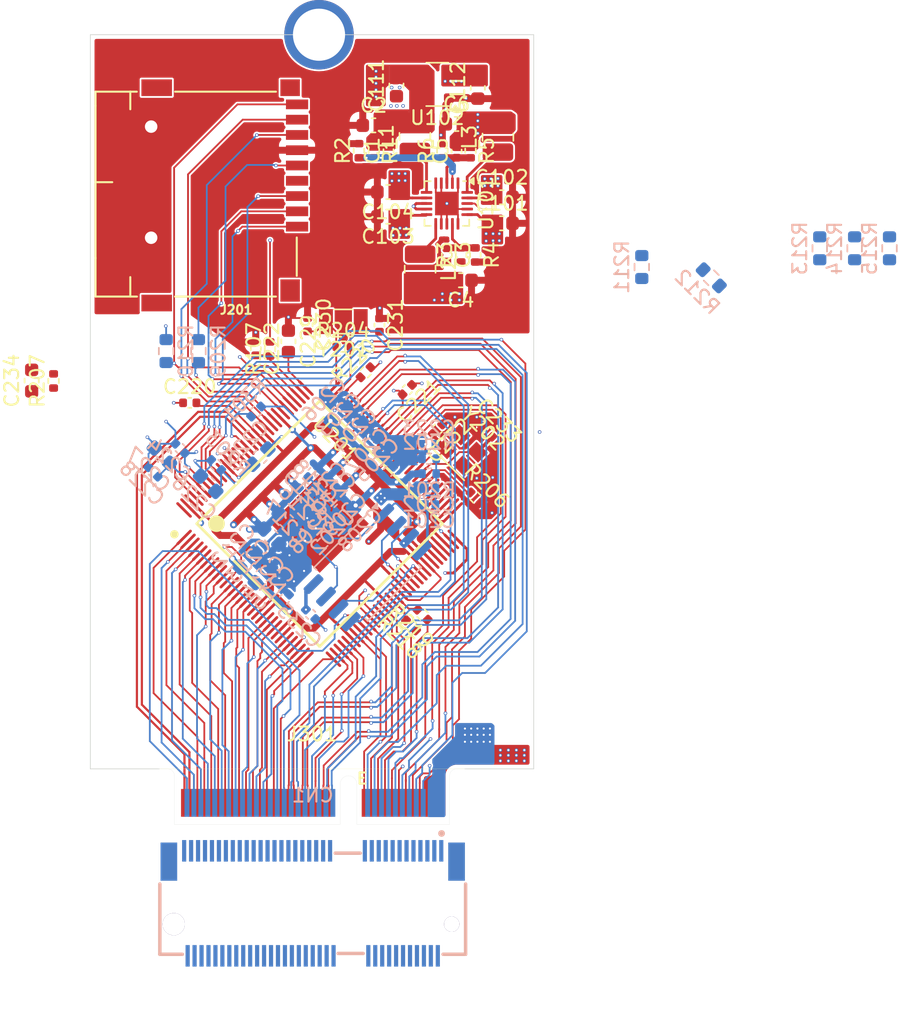
<source format=kicad_pcb>
(kicad_pcb (version 20240108) (generator "pcbnew") (generator_version "8.0")
  (layers (0 "F.Cu" signal) (1 "In1.Cu" signal) (2 "In2.Cu" signal) (31 "B.Cu" signal) (34 "B.Paste" user) (35 "F.Paste" user) (36 "B.SilkS" user "B.Silkscreen") (37 "F.SilkS" user "F.Silkscreen") (38 "B.Mask" user) (39 "F.Mask" user) (44 "Edge.Cuts" user))
  (net 0 "")
  (net 1 "3V3")
  (net 2 "1V2")
  (net 3 "LCD0.HSYNC")
  (net 4 "UART2.CTS")
  (net 5 "LCD0.CLK")
  (net 6 "1V8")
  (net 7 "CSI.MCSI_D1_N")
  (net 8 "ETH_LED_LINK")
  (net 9 "LCD0.DE")
  (net 10 "UART0.RX")
  (net 11 "CSI.MCSI_D0_N")
  (net 12 "SPI.MISO")
  (net 13 "/uP/SD_DET")
  (net 14 "CSI.CSI_SCK")
  (net 15 "3V0")
  (net 16 "CSI.MCSI_CK_P")
  (net 17 "UART0.TX")
  (net 18 "SPI.MOSI")
  (net 19 "UART2.TX")
  (net 20 "CSI.MCSI_D0_P")
  (net 21 "CSI.MCSI_CK_N")
  (net 22 "CSI.CSI_SDA")
  (net 23 "ETH_LED_SPD")
  (net 24 "SPI.CLK")
  (net 25 "UART2.RX")
  (net 26 "SPI.CS")
  (net 27 "CSI.MCSI_D1_P")
  (net 28 "CSI.MCSI_MCLK")
  (net 29 "LCD0.VSYNC")
  (net 30 "GND")
  (net 31 "5V")
  (net 32 "LCD_D19")
  (net 33 "PB7_SDA")
  (net 34 "LRADC0")
  (net 35 "LCD_D18")
  (net 36 "LCD_D11")
  (net 37 "LCD_D3")
  (net 38 "LCD_D22")
  (net 39 "/uP/X32KIN")
  (net 40 "/uP/PG5_SDCI_D3")
  (net 41 "ETH0.RX_P")
  (net 42 "ADCDAC.HPOUTL")
  (net 43 "PB6_SCK")
  (net 44 "ADCDAC.HBIAS")
  (net 45 "LCD_D2")
  (net 46 "/uP/SZQ")
  (net 47 "/uP/PF4_SDC0D3_UART0RX")
  (net 48 "VCC_RTCIO")
  (net 49 "LCD_D7")
  (net 50 "ADCDAC.HPOUTR")
  (net 51 "ADCDAC.HPCOMFB")
  (net 52 "LCD_D15")
  (net 53 "ADCDAC.HPCOM")
  (net 54 "/uP/X32KOUT")
  (net 55 "SVREF")
  (net 56 "LCD_D21")
  (net 57 "PB4_PWM0")
  (net 58 "LCD_D20")
  (net 59 "/uP/PF5_SDC0D2_JTAGCK1")
  (net 60 "ETH0.TX_P")
  (net 61 "RESET")
  (net 62 "LCD_D12")
  (net 63 "VCC_RTC")
  (net 64 "LCD_D5")
  (net 65 "LCD_D10")
  (net 66 "/uP/PF3_SDC0CMD_JTAGDO1")
  (net 67 "LCD_D6")
  (net 68 "LCD_D4")
  (net 69 "LCD_D23")
  (net 70 "ADCDAC.MIC_N")
  (net 71 "LCD_D14")
  (net 72 "ETH0.RX_N")
  (net 73 "VRA1")
  (net 74 "ETH0.TX_N")
  (net 75 "VCC_HP_BP")
  (net 76 "ADCDAC.MIC_P")
  (net 77 "/uP/X24MOUT")
  (net 78 "PB5_PWM1")
  (net 79 "/uP/X24_MIN")
  (net 80 "LCD_D13")
  (net 81 "VRA2")
  (net 82 "/uP/PF0_SDC0D1_JTAGDI1")
  (net 83 "/uP/PF1_SDC0D0_JTAGDI1")
  (net 84 "Net-(U101-FB1)")
  (net 85 "Net-(U101-FB3)")
  (net 86 "Net-(U101-FB2)")
  (net 87 "Net-(J201-CLK)")
  (net 88 "SDC0.CMD")
  (net 89 "SDC0.D1")
  (net 90 "SDC0.D2")
  (net 91 "SDC0.D3")
  (net 92 "SDC0.D0")
  (net 93 "SDC1.CLK")
  (net 94 "SDC1.D2")
  (net 95 "SDC1.CMD")
  (net 96 "USB.USB_P")
  (net 97 "USB.USB_N")
  (net 98 "SDC1.D0")
  (net 99 "SDC0.CLK")
  (net 100 "SDC1.D1")
  (net 101 "Net-(U101-LX1)")
  (net 102 "Net-(U101-LX2)")
  (net 103 "Net-(U101-LX3)")
  (net 104 "Net-(U201-PB8{slash}TWI1_SCK{slash}UART0_TX{slash}PB_EINT8)")
  (net 105 "Net-(U201-PB9{slash}TWI1_SDA{slash}UART0_RX{slash}PB_EINT9)")
  (net 106 "Net-(U201-EPHY-RTX)")
  (net 108 "USB.USB_ID")
  (footprint "Capacitor_SMD:C_0603_1608Metric" (layer "F.Cu") (at 131.525 87.625 90)
    (property "Reference" "C234")
    (property "Value" "1u")
  )
  (footprint "Capacitor_SMD:C_0402_1005Metric" (layer "F.Cu") (at 151.375 83.6 -90)
    (property "Reference" "C230")
    (property "Value" "18p")
  )
  (footprint "v3s-devboard-module:LQFP-128_L14.0-W14.0-P0.40-LS16.0-BL-EP5.0" (layer "F.Cu") (at 152.248008 97.925 -45)
    (property "Reference" "U201")
    (property "Value" "V3S")
  )
  (footprint "Capacitor_SMD:C_0402_1005Metric" (layer "F.Cu") (at 147.65 85.325 -90)
    (property "Reference" "C222")
    (property "Value" "100n")
  )
  (footprint "Capacitor_SMD:C_0603_1608Metric" (layer "F.Cu") (at 157.773008 66.375001 90)
    (property "Reference" "C111")
    (property "Value" "1u")
  )
  (footprint "Inductor_SMD:L_1008_2520Metric" (layer "F.Cu") (at 159.1 70.05 90)
    (property "Reference" "L1")
    (property "Value" "2.2u")
  )
  (footprint "Resistor_SMD:R_0402_1005Metric" (layer "F.Cu") (at 162.425 78.575 90)
    (property "Reference" "R3")
    (property "Value" "200K")
  )
  (footprint "Capacitor_SMD:C_0603_1608Metric" (layer "F.Cu") (at 165.35 74.425)
    (property "Reference" "C102")
    (property "Value" "10u")
  )
  (footprint "Resistor_SMD:R_0402_1005Metric" (layer "F.Cu") (at 163.450001 78.58 -90)
    (property "Reference" "R4")
    (property "Value" "100K")
  )
  (footprint "Crystal:Crystal_SMD_2520-4Pin_2.5x2.0mm" (layer "F.Cu") (at 162.473008 92.65 -45)
    (property "Reference" "Y202")
    (property "Value" "Crystal_GND24_Small")
  )
  (footprint "Capacitor_SMD:C_0603_1608Metric" (layer "F.Cu") (at 156.125 69.25)
    (property "Reference" "C2")
    (property "Value" "10u")
  )
  (footprint "Resistor_SMD:R_0402_1005Metric" (layer "F.Cu") (at 148.675 85.35 90)
    (property "Reference" "R107")
    (property "Value" "0")
  )
  (footprint "Crystal:Crystal_SMD_3215-2Pin_3.2x1.5mm" (layer "F.Cu") (at 153.95 83.375 180)
    (property "Reference" "Y201")
    (property "Value" "Crystal_Small")
  )
  (footprint "Resistor_SMD:R_0402_1005Metric" (layer "F.Cu") (at 158.823008 105.25 135)
    (property "Reference" "R218")
    (property "Value" "33")
  )
  (footprint "Resistor_SMD:R_0402_1005Metric" (layer "F.Cu") (at 155.55 87.025 45)
    (property "Reference" "R220")
    (property "Value" "6K")
  )
  (footprint "Capacitor_SMD:C_0402_1005Metric" (layer "F.Cu") (at 157.2 71.075 90)
    (property "Reference" "C1")
    (property "Value" "18p")
  )
  (footprint "Capacitor_SMD:C_0402_1005Metric" (layer "F.Cu") (at 164.323008 91.325 -45)
    (property "Reference" "C233")
    (property "Value" "18p")
  )
  (footprint "Resistor_SMD:R_0402_1005Metric" (layer "F.Cu") (at 153.95 85.175)
    (property "Reference" "R204")
    (property "Value" "10M")
  )
  (footprint "Inductor_SMD:L_1008_2520Metric" (layer "F.Cu") (at 165.075 70.100001 90)
    (property "Reference" "L3")
    (property "Value" "2.2u")
  )
  (footprint "Package_TO_SOT_SMD:SOT-23-3" (layer "F.Cu") (at 160.7125 66.300001 180)
    (property "Reference" "U102")
    (property "Value" "XC6206PxxxMR")
  )
  (footprint "Inductor_SMD:L_1008_2520Metric" (layer "F.Cu") (at 159.475 79.599998 -90)
    (property "Reference" "L2")
    (property "Value" "2.2u")
  )
  (footprint "v3s-devboard-module:m2-padKeyE" (layer "F.Cu") (at 151.698008 119.575)
    (property "Reference" "J301")
    (property "Value" "AS0BC21-S30BE-7H")
    (fp_line (start -11 -4) (end -10.4 -4) (stroke (width 0.01)) (layer "Edge.Cuts"))
    (fp_line (start -9.9 0) (end -9.9 -3.5) (stroke (width 0.01)) (layer "Edge.Cuts"))
    (fp_line (start -9.9 0) (end 2.025 0) (stroke (width 0.01)) (layer "Edge.Cuts"))
    (fp_line (start 2.025 0) (end 2.025 -2.9) (stroke (width 0.01)) (layer "Edge.Cuts"))
    (fp_line (start 3.225 0) (end 3.225 -2.9) (stroke (width 0.01)) (layer "Edge.Cuts"))
    (fp_line (start 9.9 0) (end 3.225 0) (stroke (width 0.01)) (layer "Edge.Cuts"))
    (fp_line (start 9.9 0) (end 9.9 -3.5) (stroke (width 0.01)) (layer "Edge.Cuts"))
    (fp_line (start 11 -4) (end 10.4 -4) (stroke (width 0.01)) (layer "Edge.Cuts"))
    (fp_arc (start -10.4 -4) (mid -10.046447 -3.853553) (end -9.9 -3.5) (stroke (width 0.01)) (layer "Edge.Cuts"))
    (fp_arc (start 2.025 -2.9) (mid 2.625 -3.5) (end 3.225 -2.9) (stroke (width 0.01)) (layer "Edge.Cuts"))
    (fp_arc (start 9.9 -3.5) (mid 10.046447 -3.853553) (end 10.4 -4) (stroke (width 0.01)) (layer "Edge.Cuts"))
  )
  (footprint "Capacitor_SMD:C_0402_1005Metric" (layer "F.Cu") (at 161.4 78.574997 -90)
    (property "Reference" "C3")
    (property "Value" "18p")
  )
  (footprint "Resistor_SMD:R_0402_1005Metric" (layer "F.Cu") (at 161.075 71.075 90)
    (property "Reference" "R6")
    (property "Value" "150K")
  )
  (footprint "Capacitor_SMD:C_0402_1005Metric" (layer "F.Cu") (at 142.9 89.225)
    (property "Reference" "C220")
    (property "Value" "100n")
  )
  (footprint "Capacitor_SMD:C_0603_1608Metric" (layer "F.Cu") (at 157.175 74.05 180)
    (property "Reference" "C104")
    (property "Value" "10u")
  )
  (footprint "Capacitor_SMD:C_0603_1608Metric" (layer "F.Cu") (at 162.4 80.399997 180)
    (property "Reference" "C4")
    (property "Value" "10u")
  )
  (footprint "Capacitor_SMD:C_0402_1005Metric" (layer "F.Cu") (at 156.55 83.625 -90)
    (property "Reference" "C231")
    (property "Value" "18p")
  )
  (footprint "Package_DFN_QFN:WQFN-20-1EP_3x3mm_P0.4mm_EP1.7x1.7mm" (layer "F.Cu") (at 161.4 74.875 -90)
    (property "Reference" "U101")
    (property "Value" "EA3036C")
  )
  (footprint "Capacitor_SMD:C_0402_1005Metric" (layer "F.Cu") (at 162.1 71.1 90)
    (property "Reference" "C5")
    (property "Value" "18p")
  )
  (footprint "Capacitor_SMD:C_0603_1608Metric" (layer "F.Cu") (at 149.998008 84.8 -90)
    (property "Reference" "C229")
    (property "Value" "4.7u")
  )
  (footprint "Resistor_SMD:R_0402_1005Metric" (layer "F.Cu") (at 163.1 71.075 -90)
    (property "Reference" "R5")
    (property "Value" "150K")
  )
  (footprint "Capacitor_SMD:C_0603_1608Metric" (layer "F.Cu") (at 162.1 69.15)
    (property "Reference" "C6")
    (property "Value" "10u")
  )
  (footprint "Capacitor_SMD:C_0402_1005Metric" (layer "F.Cu") (at 160.723008 91.125 -135)
    (property "Reference" "C232")
    (property "Value" "18p")
  )
  (footprint "Capacitor_SMD:C_0603_1608Metric" (layer "F.Cu") (at 165.35 76.3)
    (property "Reference" "C101")
    (property "Value" "1u")
  )
  (footprint "Resistor_SMD:R_0402_1005Metric" (layer "F.Cu") (at 159.648008 104.475 135)
    (property "Reference" "R219")
    (property "Value" "33")
  )
  (footprint "Resistor_SMD:R_0402_1005Metric" (layer "F.Cu") (at 133.101992 87.65 90)
    (property "Reference" "R207")
    (property "Value" "47K")
  )
  (footprint "Capacitor_SMD:C_0603_1608Metric" (layer "F.Cu") (at 163.625001 66.550001 90)
    (property "Reference" "C112")
    (property "Value" "1u")
  )
  (footprint "Capacitor_SMD:C_0402_1005Metric" (layer "F.Cu") (at 158.55 88.275 -135)
    (property "Reference" "C221")
    (property "Value" "100n")
  )
  (footprint "Resistor_SMD:R_0402_1005Metric" (layer "F.Cu") (at 163.462384 96.039376 -45)
    (property "Reference" "R206")
    (property "Value" "240")
  )
  (footprint "Capacitor_SMD:C_0603_1608Metric" (layer "F.Cu") (at 157.175 75.825 180)
    (property "Reference" "C103")
    (property "Value" "10u")
  )
  (footprint "Resistor_SMD:R_0402_1005Metric" (layer "F.Cu") (at 156.15 71.075 -90)
    (property "Reference" "R1")
    (property "Value" "680K")
  )
  (footprint "Resistor_SMD:R_0402_1005Metric" (layer "F.Cu") (at 155.075001 71.075001 90)
    (property "Reference" "R2")
    (property "Value" "150K")
  )
  (footprint "v3s-devboard-module:J_sd_micro_socket" (layer "F.Cu") (at 143.6 73.325 90)
    (property "Reference" "J201")
    (property "Value" "Micro_SD_Card_Det1" (hide yes))
  )
  (footprint "Resistor_SMD:R_0603_1608Metric" (layer "B.Cu") (at 190.74 78.1 -90)
    (property "Reference" "R214")
    (property "Value" "10k")
  )
  (footprint "Resistor_SMD:R_0402_1005Metric" (layer "B.Cu") (at 144.798008 93.7 135)
    (property "Reference" "R203")
    (property "Value" "200K")
  )
  (footprint "Capacitor_SMD:C_0603_1608Metric" (layer "B.Cu") (at 147.050773 100.50594 -135)
    (property "Reference" "C212")
    (property "Value" "10u")
  )
  (footprint "Capacitor_SMD:C_0402_1005Metric" (layer "B.Cu") (at 160.098008 92.2 180)
    (property "Reference" "C223")
    (property "Value" "100n")
  )
  (footprint "Capacitor_SMD:C_0603_1608Metric" (layer "B.Cu") (at 155.800394 92.205203 -135)
    (property "Reference" "C204")
    (property "Value" "1u")
  )
  (footprint "v3s-devboard-module:CONN-SMD_AS0BC21-S30BE-7H" (layer "B.Cu") (at 151.748008 125.255 180)
    (property "Reference" "CN1")
    (property "Value" "AS0BC21-S30BE-7H")
  )
  (footprint "Capacitor_SMD:C_0402_1005Metric" (layer "B.Cu") (at 152.495495 94.955152 45)
    (property "Reference" "C210")
    (property "Value" "100n")
  )
  (footprint "Capacitor_SMD:C_0402_1005Metric" (layer "B.Cu") (at 151.598008 104.45 -45)
    (property "Reference" "C235")
    (property "Value" "100n")
  )
  (footprint "Capacitor_SMD:C_0402_1005Metric" (layer "B.Cu") (at 157.198339 94.166016 -135)
    (property "Reference" "C205")
    (property "Value" "100n")
  )
  (footprint "Package_SO:SOIC-8_5.23x5.23mm_P1.27mm" (layer "B.Cu") (at 155.698008 101.075 -135)
    (property "Reference" "U202")
    (property "Value" "W25Q128JVS")
  )
  (footprint "Capacitor_SMD:C_0402_1005Metric" (layer "B.Cu") (at 150.374175 96.440076 135)
    (property "Reference" "C219")
    (property "Value" "100n")
  )
  (footprint "Capacitor_SMD:C_0402_1005Metric" (layer "B.Cu") (at 140.273008 94.2 -45)
    (property "Reference" "C228")
    (property "Value" "100n")
  )
  (footprint "Capacitor_SMD:C_0603_1608Metric" (layer "B.Cu") (at 154.139519 97.376992 45)
    (property "Reference" "C208")
    (property "Value" "10u")
  )
  (footprint "Capacitor_SMD:C_0402_1005Metric" (layer "B.Cu") (at 142.208597 92.510589 -45)
    (property "Reference" "C224")
    (property "Value" "100n")
  )
  (footprint "Resistor_SMD:R_0603_1608Metric" (layer "B.Cu") (at 193.25 78.1 -90)
    (property "Reference" "R215")
    (property "Value" "10k")
  )
  (footprint "Capacitor_SMD:C_0402_1005Metric" (layer "B.Cu") (at 151.770711 94.230367 45)
    (property "Reference" "C211")
    (property "Value" "100n")
  )
  (footprint "Capacitor_SMD:C_0603_1608Metric" (layer "B.Cu") (at 154.686701 91.088693 -135)
    (property "Reference" "C203")
    (property "Value" "10u")
  )
  (footprint "Capacitor_SMD:C_0402_1005Metric" (layer "B.Cu") (at 148.995317 102.62726 -135)
    (property "Reference" "C214")
    (property "Value" "100n")
  )
  (footprint "Resistor_SMD:R_0402_1005Metric" (layer "B.Cu") (at 152.448008 99.35 -135)
    (property "Reference" "R208")
    (property "Value" "10K")
  )
  (footprint "Resistor_SMD:R_0402_1005Metric" (layer "B.Cu") (at 160.123008 94.325)
    (property "Reference" "R201")
    (property "Value" "2K")
  )
  (footprint "Resistor_SMD:R_0402_1005Metric" (layer "B.Cu") (at 160.123008 93.25 180)
    (property "Reference" "R202")
    (property "Value" "2K")
  )
  (footprint "Capacitor_SMD:C_0402_1005Metric" (layer "B.Cu") (at 160.098008 95.375)
    (property "Reference" "C202")
    (property "Value" "100n")
  )
  (footprint "Capacitor_SMD:C_0603_1608Metric" (layer "B.Cu") (at 153.573008 89.975 -135)
    (property "Reference" "C206")
    (property "Value" "1u")
  )
  (footprint "Resistor_SMD:R_0603_1608Metric" (layer "B.Cu") (at 188.23 78.1 -90)
    (property "Reference" "R213")
    (property "Value" "10k")
  )
  (footprint "Capacitor_SMD:C_0402_1005Metric" (layer "B.Cu") (at 156.455877 93.458909 -135)
    (property "Reference" "C207")
    (property "Value" "100n")
  )
  (footprint "Capacitor_SMD:C_0603_1608Metric" (layer "B.Cu") (at 149.8792 97.748223 135)
    (property "Reference" "C216")
    (property "Value" "10u")
  )
  (footprint "Capacitor_SMD:C_0402_1005Metric" (layer "B.Cu") (at 149.702424 103.369722 -135)
    (property "Reference" "C215")
    (property "Value" "100n")
  )
  (footprint "Resistor_SMD:R_0603_1608Metric" (layer "B.Cu") (at 141.2 85.5 90)
    (property "Reference" "R210")
    (property "Value" "47K")
  )
  (footprint "Capacitor_SMD:C_0603_1608Metric" (layer "B.Cu") (at 140.898008 93.025 -45)
    (property "Reference" "C227")
    (property "Value" "10u")
  )
  (footprint "Capacitor_SMD:C_0603_1608Metric" (layer "B.Cu") (at 147.973008 93.1 -135)
    (property "Reference" "C225")
    (property "Value" "1u")
  )
  (footprint "Resistor_SMD:R_0603_1608Metric" (layer "B.Cu") (at 175.425 79.45 -90)
    (property "Reference" "R211")
    (property "Value" "10k")
  )
  (footprint "Resistor_SMD:R_0603_1608Metric" (layer "B.Cu") (at 143.525 85.5 90)
    (property "Reference" "R209")
    (property "Value" "33")
  )
  (footprint "Capacitor_SMD:C_0603_1608Metric" (layer "B.Cu") (at 144.223008 95.05 -45)
    (property "Reference" "C226")
    (property "Value" "4.7u")
  )
  (footprint "Capacitor_SMD:C_0402_1005Metric" (layer "B.Cu") (at 151.098959 95.715291 135)
    (property "Reference" "C218")
    (property "Value" "100n")
  )
  (footprint "Capacitor_SMD:C_0402_1005Metric" (layer "B.Cu") (at 160.098008 96.55)
    (property "Reference" "C201")
    (property "Value" "100n")
  )
  (footprint "Resistor_SMD:R_0603_1608Metric" (layer "B.Cu") (at 180.425 80.225 -45)
    (property "Reference" "R212")
    (property "Value" "10k")
  )
  (footprint "Capacitor_SMD:C_0603_1608Metric" (layer "B.Cu") (at 148.164466 101.619633 -135)
    (property "Reference" "C213")
    (property "Value" "1u")
  )
  (footprint "Resistor_SMD:R_0402_1005Metric" (layer "B.Cu") (at 147.675 89.85 -135)
    (property "Reference" "R301")
    (property "Value" "100K")
  )
  (footprint "Capacitor_SMD:C_0603_1608Metric" (layer "B.Cu") (at 153.043503 96.280977 45)
    (property "Reference" "C209")
    (property "Value" "1u")
  )
  (footprint "Capacitor_SMD:C_0603_1608Metric" (layer "B.Cu") (at 148.765507 98.861916 135)
    (property "Reference" "C217")
    (property "Value" "1u")
  )
  (gr_line (start 135.748008 115.575) (end 135.748008 62.725) (stroke (width 0.05)) (layer "Edge.Cuts"))
  (gr_line (start 135.748008 115.575) (end 140.698008 115.575) (stroke (width 0.05)) (layer "Edge.Cuts"))
  (gr_line (start 167.648008 115.575) (end 167.648008 62.725) (stroke (width 0.05)) (layer "Edge.Cuts"))
  (gr_line (start 162.698008 115.575) (end 167.648008 115.575) (stroke (width 0.05)) (layer "Edge.Cuts"))
  (gr_line (start 135.748008 62.725) (end 167.648008 62.725) (stroke (width 0.05)) (layer "Edge.Cuts"))
  (via (at 152.2 62.725) (size 5) (drill 3.75) (layers "F.Cu" "B.Cu") (net 0))
  (segment (start 148.111433 95.980456) (end 148.076078 95.980456) (width 0.5) (layer "F.Cu") (net 1))
  (segment (start 156.15 70.565) (end 156.675 70.565) (width 0.127) (layer "F.Cu") (net 1))
  (segment (start 149.507969 95.609225) (end 148.977639 95.078895) (width 0.5) (layer "F.Cu") (net 1))
  (segment (start 158.45 99.325) (end 158.3 99.325) (width 0.2) (layer "F.Cu") (net 1))
  (segment (start 149.27816 90.146825) (end 150.073655 90.942321) (width 0.2) (layer "F.Cu") (net 1))
  (segment (start 157.946178 88.35) (end 157.575 88.35) (width 0.127) (layer "F.Cu") (net 1))
  (segment (start 150.073655 90.942321) (end 150.091332 90.959998) (width 0.2) (layer "F.Cu") (net 1))
  (segment (start 156.6375 97.7375) (end 157.725 98.825) (width 0.5) (layer "F.Cu") (net 1))
  (segment (start 145.925 99.6) (end 146.6 100.275) (width 0.127) (layer "F.Cu") (net 1))
  (segment (start 148.076078 95.980456) (end 147.563426 96.493109) (width 0.5) (layer "F.Cu") (net 1))
  (segment (start 156.371804 91.278196) (end 158.225 89.425) (width 0.127) (layer "F.Cu") (net 1))
  (segment (start 158.046284 102.874747) (end 158.022755 102.874747) (width 0.127) (layer "F.Cu") (net 1))
  (segment (start 160.026183 100.894848) (end 160.948008 101.816673) (width 0.127) (layer "F.Cu") (net 1))
  (segment (start 158.675 99.55) (end 158.45 99.325) (width 0.2) (layer "F.Cu") (net 1))
  (segment (start 150.091332 90.959998) (end 150.285787 91.154453) (width 0.2) (layer "F.Cu") (net 1))
  (segment (start 143.448008 94.499011) (end 143.447019 94.499011) (width 0.127) (layer "F.Cu") (net 1))
  (segment (start 156.349227 91.278196) (end 156.371804 91.278196) (width 0.127) (layer "F.Cu") (net 1))
  (segment (start 156.6375 97.7375) (end 156.6375 98.3375) (width 0.5) (layer "F.Cu") (net 1))
  (segment (start 146.99774 97.09415) (end 146.99774 97.058794) (width 0.5) (layer "F.Cu") (net 1))
  (segment (start 156.6375 98.3375) (end 155.775 99.2) (width 0.5) (layer "F.Cu") (net 1))
  (segment (start 148.641763 96.510786) (end 148.111433 95.980456) (width 0.5) (layer "F.Cu") (net 1))
  (segment (start 146.6 101.027423) (end 145.601204 102.026219) (width 0.127) (layer "F.Cu") (net 1))
  (segment (start 143.448008 94.499011) (end 144.186991 95.237994) (width 0.127) (layer "F.Cu") (net 1))
  (segment (start 157.17 70.565) (end 157.2 70.594999) (width 0.127) (layer "F.Cu") (net 1))
  (segment (start 154.086486 89.015455) (end 154.084545 89.015455) (width 0.127) (layer "F.Cu") (net 1))
  (segment (start 145.4 99.6) (end 145.925 99.6) (width 0.127) (layer "F.Cu") (net 1))
  (segment (start 148.675 84.840001) (end 148.665 84.830001) (width 0.25) (layer "F.Cu") (net 1))
  (segment (start 143.38 89.225) (end 143.605 89.45) (width 0.127) (layer "F.Cu") (net 1))
  (segment (start 145.752906 89.45) (end 146.888953 90.586047) (width 0.127) (layer "F.Cu") (net 1))
  (segment (start 159.099999 68.975) (end 157.175 68.975) (width 0.127) (layer "F.Cu") (net 1))
  (segment (start 159.353167 100.221833) (end 159.140667 100.009333) (width 0.2) (layer "F.Cu") (net 1))
  (segment (start 158.225 99.325) (end 158.45 99.325) (width 0.2) (layer "F.Cu") (net 1))
  (segment (start 160.026183 100.894848) (end 159.353167 100.221833) (width 0.2) (layer "F.Cu") (net 1))
  (segment (start 159.140667 100.009333) (end 158.764671 99.633337) (width 0.2) (layer "F.Cu") (net 1))
  (segment (start 156.675 70.565) (end 156.9 70.34) (width 0.127) (layer "F.Cu") (net 1))
  (segment (start 147.863946 91.561039) (end 146.888953 90.586047) (width 0.127) (layer "F.Cu") (net 1))
  (segment (start 157.175 68.975) (end 156.9 69.25) (width 0.127) (layer "F.Cu") (net 1))
  (segment (start 148.675 84.840001) (end 148.675 77.525) (width 0.127) (layer "F.Cu") (net 1))
  (segment (start 151.593934 92.4626) (end 149.702424 94.354111) (width 0.5) (layer "F.Cu") (net 1))
  (segment (start 147.52807 97.62448) (end 146.99774 97.09415) (width 0.5) (layer "F.Cu") (net 1))
  (segment (start 142.772777 96.652208) (end 143.674338 97.553769) (width 0.2) (layer "F.Cu") (net 1))
  (segment (start 158.596537 103.425) (end 158.046284 102.874747) (width 0.127) (layer "F.Cu") (net 1))
  (segment (start 158.046284 102.873276) (end 158.046284 102.874747) (width 0.127) (layer "F.Cu") (net 1))
  (segment (start 143.605 89.45) (end 145.752906 89.45) (width 0.127) (layer "F.Cu") (net 1))
  (segment (start 150.40953 106.834545) (end 150.40953 106.81547) (width 0.127) (layer "F.Cu") (net 1))
  (segment (start 156.9 70.34) (end 156.9 69.25) (width 0.127) (layer "F.Cu") (net 1))
  (segment (start 146.6 100.275) (end 146.6 101.027423) (width 0.127) (layer "F.Cu") (net 1))
  (segment (start 154.084545 89.015455) (end 153.325 89.775) (width 0.127) (layer "F.Cu") (net 1))
  (segment (start 157.725 98.825) (end 157.725 98.310823) (width 0.5) (layer "F.Cu") (net 1))
  (segment (start 149.543325 95.609225) (end 149.507969 95.609225) (width 0.5) (layer "F.Cu") (net 1))
  (segment (start 160.948008 101.95) (end 159.473008 103.425) (width 0.127) (layer "F.Cu") (net 1))
  (segment (start 143.447019 94.499011) (end 142.823008 93.875) (width 0.127) (layer "F.Cu") (net 1))
  (segment (start 148.977639 95.078895) (end 148.447309 95.609225) (width 0.5) (layer "F.Cu") (net 1))
  (segment (start 147.563426 96.493109) (end 146.99774 97.058794) (width 0.5) (layer "F.Cu") (net 1))
  (segment (start 159.071833 99.946833) (end 158.675 99.55) (width 0.2) (layer "F.Cu") (net 1))
  (segment (start 143.674338 97.553769) (end 143.674338 97.871967) (width 0.2) (layer "F.Cu") (net 1))
  (segment (start 157.423008 102.25) (end 158.046284 102.873276) (width 0.127) (layer "F.Cu") (net 1))
  (segment (start 158.998008 99.866674) (end 158.764671 99.633337) (width 0.127) (layer "F.Cu") (net 1))
  (segment (start 156.675 70.565) (end 157.17 70.565) (width 0.127) (layer "F.Cu") (net 1))
  (segment (start 157.725 98.310823) (end 151.876777 92.4626) (width 0.5) (layer "F.Cu") (net 1))
  (segment (start 146.888953 90.586047) (end 146.733597 90.43069) (width 0.127) (layer "F.Cu") (net 1))
  (segment (start 150.215076 94.831408) (end 149.737779 94.354111) (width 0.5) (layer "F.Cu") (net 1))
  (segment (start 160.948008 101.816673) (end 160.948008 101.95) (width 0.127) (layer "F.Cu") (net 1))
  (segment (start 159.078167 99.946833) (end 159.071833 99.946833) (width 0.2) (layer "F.Cu") (net 1))
  (segment (start 158.225 89.425) (end 158.225 88.980814) (width 0.127) (layer "F.Cu") (net 1))
  (segment (start 149.737779 94.354111) (end 149.702424 94.354111) (width 0.5) (layer "F.Cu") (net 1))
  (segment (start 148.447309 95.609225) (end 148.076078 95.980456) (width 0.5) (layer "F.Cu") (net 1))
  (segment (start 156.35 96.925) (end 156.35 97.45) (width 0.5) (layer "F.Cu") (net 1))
  (segment (start 158.225 88.980814) (end 158.008597 88.764411) (width 0.127) (layer "F.Cu") (net 1))
  (segment (start 158.998008 99.875) (end 158.998008 99.866674) (width 0.127) (layer "F.Cu") (net 1))
  (segment (start 156.35 97.45) (end 156.6375 97.7375) (width 0.5) (layer "F.Cu") (net 1))
  (segment (start 159.473008 103.425) (end 158.596537 103.425) (width 0.127) (layer "F.Cu") (net 1))
  (segment (start 151.876777 92.4626) (end 151.593934 92.4626) (width 0.5) (layer "F.Cu") (net 1))
  (segment (start 146.053267 98.003267) (end 146.99774 97.058794) (width 0.5) (layer "F.Cu") (net 1))
  (segment (start 158.210589 88.614411) (end 157.946178 88.35) (width 0.127) (layer "F.Cu") (net 1))
  (segment (start 158.046284 102.874747) (end 158.047755 102.874747) (width 0.127) (layer "F.Cu") (net 1))
  (segment (start 150.40953 106.81547) (end 151.125 106.1) (width 0.127) (layer "F.Cu") (net 1))
  (segment (start 149.702424 94.354111) (end 149.172094 94.884441) (width 0.5) (layer "F.Cu") (net 1))
  (segment (start 149.172094 94.884441) (end 148.977639 95.078895) (width 0.5) (layer "F.Cu") (net 1))
  (segment (start 157.725 98.825) (end 158.225 99.325) (width 0.2) (layer "F.Cu") (net 1))
  (segment (start 159.140667 100.009333) (end 159.078167 99.946833) (width 0.2) (layer "F.Cu") (net 1))
  (via (at 156.3 65.35) (size 0.25) (drill 0.15) (layers "F.Cu" "B.Cu") (net 1))
  (via (at 151.593934 92.4626) (size 0.5) (drill 0.25) (layers "F.Cu" "B.Cu") (net 1))
  (via (at 148.641763 96.510786) (size 0.5) (drill 0.25) (layers "F.Cu" "B.Cu") (net 1))
  (via (at 151.258597 104.110589) (size 0.25) (drill 0.15) (layers "F.Cu" "B.Cu") (net 1))
  (via (at 156.3 66.7) (size 0.25) (drill 0.15) (layers "F.Cu" "B.Cu") (net 1))
  (via (at 156.3 66.225) (size 0.25) (drill 0.15) (layers "F.Cu" "B.Cu") (net 1))
  (via (at 157.575 88.35) (size 0.25) (drill 0.15) (layers "F.Cu" "B.Cu") (net 1))
  (via (at 143.375 92.75) (size 0.25) (drill 0.15) (layers "F.Cu" "B.Cu") (net 1))
  (via (at 150.285787 91.154453) (size 0.5) (drill 0.25) (layers "F.Cu" "B.Cu") (net 1))
  (via (at 151.125 106.1) (size 0.25) (drill 0.15) (layers "F.Cu" "B.Cu") (net 1))
  (via (at 147.52807 97.62448) (size 0.5) (drill 0.25) (layers "F.Cu" "B.Cu") (net 1))
  (via (at 158.3 99.325) (size 0.25) (drill 0.15) (layers "F.Cu" "B.Cu") (net 1))
  (via (at 147.2 98.325) (size 0.5) (drill 0.3) (layers "F.Cu" "B.Cu") (net 1))
  (via (at 150.215076 94.831408) (size 0.5) (drill 0.25) (layers "F.Cu" "B.Cu") (net 1))
  (via (at 153.325 89.775) (size 0.25) (drill 0.15) (layers "F.Cu" "B.Cu") (net 1))
  (via (at 149.543325 95.609225) (size 0.5) (drill 0.25) (layers "F.Cu" "B.Cu") (net 1))
  (via (at 142.823008 93.875) (size 0.25) (drill 0.15) (layers "F.Cu" "B.Cu") (net 1))
  (via (at 156.3 67.2) (size 0.25) (drill 0.15) (layers "F.Cu" "B.Cu") (net 1))
  (via (at 155.775 99.2) (size 0.25) (drill 0.15) (layers "F.Cu" "B.Cu") (net 1))
  (via (at 156.3 65.775) (size 0.25) (drill 0.15) (layers "F.Cu" "B.Cu") (net 1))
  (via (at 145.4 99.6) (size 0.25) (drill 0.15) (layers "F.Cu" "B.Cu") (net 1))
  (via (at 146.053267 98.003267) (size 0.5) (drill 0.25) (layers "F.Cu" "B.Cu") (net 1))
  (via (at 143.674338 97.871967) (size 0.5) (drill 0.25) (layers "F.Cu" "B.Cu") (net 1))
  (via (at 141.175 83.7) (size 0.25) (drill 0.15) (layers "F.Cu" "B.Cu") (net 1))
  (via (at 153.40088 101.02412) (size 0.25) (drill 0.15) (layers "F.Cu" "B.Cu") (net 1))
  (via (at 148.675 77.525) (size 0.25) (drill 0.15) (layers "F.Cu" "B.Cu") (net 1))
  (segment (start 141.2 83.725) (end 141.175 83.7) (width 0.127) (layer "B.Cu") (net 1))
  (segment (start 142.548008 92.85) (end 142.548008 93.6) (width 0.127) (layer "B.Cu") (net 1))
  (segment (start 147.211091 98.313909) (end 147.2 98.325) (width 0.5) (layer "B.Cu") (net 1))
  (segment (start 143.275 92.85) (end 143.375 92.75) (width 0.127) (layer "B.Cu") (net 1))
  (segment (start 148.217499 98.313909) (end 147.52807 97.62448) (width 0.5) (layer "B.Cu") (net 1))
  (segment (start 153.5 102.374983) (end 153.5 101.12324) (width 0.127) (layer "B.Cu") (net 1))
  (segment (start 141.2 84.675) (end 141.2 83.725) (width 0.127) (layer "B.Cu") (net 1))
  (segment (start 148.217499 98.313909) (end 147.434099 98.313909) (width 0.5) (layer "B.Cu") (net 1))
  (segment (start 149.331193 97.200216) (end 149.331193 96.804236) (width 0.5) (layer "B.Cu") (net 1))
  (segment (start 152.703411 103.171572) (end 153.5 102.374983) (width 0.127) (layer "B.Cu") (net 1))
  (segment (start 150.034764 96.100665) (end 150.759548 95.37588) (width 0.5) (layer "B.Cu") (net 1))
  (segment (start 151.258597 104.110589) (end 151.258597 102.820334) (width 0.25) (layer "B.Cu") (net 1))
  (segment (start 151.258597 102.820334) (end 151.805385 102.273546) (width 0.25) (layer "B.Cu") (net 1))
  (segment (start 147.434099 98.313909) (end 147.211091 98.313909) (width 0.5) (layer "B.Cu") (net 1))
  (segment (start 150.285787 91.154453) (end 151.593934 92.4626) (width 0.2) (layer "B.Cu") (net 1))
  (segment (start 150.034764 96.100665) (end 149.543325 95.609225) (width 0.5) (layer "B.Cu") (net 1))
  (segment (start 149.331193 97.200216) (end 148.641763 96.510786) (width 0.5) (layer "B.Cu") (net 1))
  (segment (start 150.759548 95.37588) (end 150.215076 94.831408) (width 0.5) (layer "B.Cu") (net 1))
  (segment (start 142.548008 92.85) (end 143.275 92.85) (width 0.127) (layer "B.Cu") (net 1))
  (segment (start 148.217499 98.313909) (end 149.331193 97.200216) (width 0.5) (layer "B.Cu") (net 1))
  (segment (start 158.346033 99.325) (end 158.692605 98.978428) (width 0.127) (layer "B.Cu") (net 1))
  (segment (start 152.087384 99.710624) (end 153.40088 101.02412) (width 0.127) (layer "B.Cu") (net 1))
  (segment (start 149.331193 96.804236) (end 150.034764 96.100665) (width 0.5) (layer "B.Cu") (net 1))
  (segment (start 142.548008 93.6) (end 142.823008 93.875) (width 0.127) (layer "B.Cu") (net 1))
  (segment (start 158.3 99.325) (end 158.346033 99.325) (width 0.127) (layer "B.Cu") (net 1))
  (segment (start 153.5 101.12324) (end 153.40088 101.02412) (width 0.127) (layer "B.Cu") (net 1))
  (segment (start 159.74334 101.177691) (end 158.488225 99.922577) (width 0.2) (layer "F.Cu") (net 2))
  (segment (start 160.309025 100.612006) (end 159.177654 99.480635) (width 0.2) (layer "F.Cu") (net 2))
  (segment (start 163.045 70.62) (end 163.1 70.565) (width 0.127) (layer "F.Cu") (net 2))
  (segment (start 157.350431 99.922577) (end 158.276093 99.922577) (width 0.5) (layer "F.Cu") (net 2))
  (segment (start 157.197755 103.723276) (end 155.748187 102.273707) (width 0.2) (layer "F.Cu") (net 2))
  (segment (start 162.848008 99.756875) (end 162.006082 98.914949) (width 0.2) (layer "F.Cu") (net 2))
  (segment (start 145.093487 98.775) (end 146.15 98.775) (width 0.5) (layer "F.Cu") (net 2))
  (segment (start 155.376956 93.735392) (end 156.048707 94.407144) (width 0.5) (layer "F.Cu") (net 2))
  (segment (start 149.136738 103.228301) (end 149.11906 103.245979) (width 0.5) (layer "F.Cu") (net 2))
  (segment (start 148.146789 104.571804) (end 149.313515 103.405078) (width 0.2) (layer "F.Cu") (net 2))
  (segment (start 153.397057 105.013745) (end 153.361753 105.013745) (width 0.2) (layer "F.Cu") (net 2))
  (segment (start 154.634493 92.99293) (end 155.376956 93.735392) (width 0.5) (layer "F.Cu") (net 2))
  (segment (start 147.863946 104.288961) (end 149.030672 103.122235) (width 0.2) (layer "F.Cu") (net 2))
  (segment (start 153.397057 105.013745) (end 154.652171 106.26886) (width 0.2) (layer "F.Cu") (net 2))
  (segment (start 155.373008 101.9) (end 156.510508 100.7625) (width 0.5) (layer "F.Cu") (net 2))
  (segment (start 153.803643 92.197435) (end 153.838998 92.197435) (width 0.5) (layer "F.Cu") (net 2))
  (segment (start 151.323082 105.45) (end 151.823008 105.45) (width 0.5) (layer "F.Cu") (net 2))
  (segment (start 144.717321 98.398834) (end 145.093487 98.775) (width 0.5) (layer "F.Cu") (net 2))
  (segment (start 157.763441 92.69241) (end 156.048707 94.407144) (width 0.2) (layer "F.Cu") (net 2))
  (segment (start 162.848008 100.5) (end 162.848008 99.756875) (width 0.2) (layer "F.Cu") (net 2))
  (segment (start 153.838998 92.197435) (end 154.634493 92.99293) (width 0.5) (layer "F.Cu") (net 2))
  (segment (start 149.596358 92.727765) (end 149.8792 92.727765) (width 0.2) (layer "F.Cu") (net 2))
  (segment (start 149.8792 92.727765) (end 150.303464 92.303501) (width 0.2) (layer "F.Cu") (net 2))
  (segment (start 161.873008 101.475) (end 162.848008 100.5) (width 0.2) (layer "F.Cu") (net 2))
  (segment (start 155.960319 95.556192) (end 156.561359 94.955152) (width 0.5) (layer "F.Cu") (net 2))
  (segment (start 159.248008 97.606445) (end 156.561359 94.919796) (width 0.5) (layer "F.Cu") (net 2))
  (segment (start 147.581103 104.006118) (end 148.836218 102.751004) (width 0.2) (layer "F.Cu") (net 2))
  (segment (start 146.15 98.775) (end 148.712474 101.337474) (width 0.5) (layer "F.Cu") (net 2))
  (segment (start 154.457717 92.99293) (end 154.634493 92.99293) (width 0.5) (layer "F.Cu") (net 2))
  (segment (start 158.329126 102.591905) (end 156.879557 101.142336) (width 0.2) (layer "F.Cu") (net 2))
  (segment (start 153.202602 92.798476) (end 153.803643 92.197435) (width 0.5) (layer "F.Cu") (net 2))
  (segment (start 151.823008 105.45) (end 152.810508 104.4625) (width 0.5) (layer "F.Cu") (net 2))
  (segment (start 155.748187 102.273707) (end 155.746715 102.273707) (width 0.2) (layer "F.Cu") (net 2))
  (segment (start 149.313515 103.405078) (end 149.136738 103.228301) (width 0.5) (layer "F.Cu") (net 2))
  (segment (start 152.513173 90.87161) (end 153.838998 92.197435) (width 0.5) (layer "F.Cu") (net 2))
  (segment (start 143.05562 96.369365) (end 144.575899 97.889645) (width 0.2) (layer "F.Cu") (net 2))
  (segment (start 156.879557 101.142336) (end 156.879557 101.131549) (width 0.2) (layer "F.Cu") (net 2))
  (segment (start 148.146789 91.278196) (end 149.596358 92.727765) (width 0.2) (layer "F.Cu") (net 2))
  (segment (start 150.303464 92.303501) (end 144.717321 97.889645) (width 0.5) (layer "F.Cu") (net 2))
  (segment (start 162.875 70.340001) (end 163.1 70.565) (width 0.127) (layer "F.Cu") (net 2))
  (segment (start 148.712474 101.337474) (end 148.712474 102.662615) (width 0.5) (layer "F.Cu") (net 2))
  (segment (start 150.444886 104.536448) (end 149.27816 105.703175) (width 0.2) (layer "F.Cu") (net 2))
  (segment (start 144.575899 97.889645) (end 144.717321 97.889645) (width 0.2) (layer "F.Cu") (net 2))
  (segment (start 149.313515 103.405078) (end 150.710051 104.801613) (width 0.5) (layer "F.Cu") (net 2))
  (segment (start 150.674695 104.836969) (end 150.710051 104.836969) (width 0.5) (layer "F.Cu") (net 2))
  (segment (start 150.303464 92.303501) (end 151.735356 90.87161) (width 0.5) (layer "F.Cu") (net 2))
  (segment (start 150.710051 104.801613) (end 150.710051 104.836969) (width 0.5) (layer "F.Cu") (net 2))
  (segment (start 153.927387 93.52326) (end 154.457717 92.99293) (width 0.5) (layer "F.Cu") (net 2))
  (segment (start 159.177654 99.480635) (end 158.382159 98.68514) (width 0.2) (layer "F.Cu") (net 2))
  (segment (start 154.864303 94.460177) (end 155.376956 93.947524) (width 0.5) (layer "F.Cu") (net 2))
  (segment (start 150.073655 104.235928) (end 150.674695 104.836969) (width 0.5) (layer "F.Cu") (net 2))
  (segment (start 158.382159 98.68514) (end 158.364482 98.667462) (width 0.2) (layer "F.Cu") (net 2))
  (segment (start 150.710051 104.836969) (end 151.323082 105.45) (width 0.5) (layer "F.Cu") (net 2))
  (segment (start 159.248008 97.783936) (end 159.248008 97.606445) (width 0.5) (layer "F.Cu") (net 2))
  (segment (start 144.717321 97.889645) (end 144.717321 98.398834) (width 0.5) (layer "F.Cu") (net 2))
  (segment (start 156.510508 100.7625) (end 157.350431 99.922577) (width 0.5) (layer "F.Cu") (net 2))
  (segment (start 152.810508 104.4625) (end 155.373008 101.9) (width 0.5) (layer "F.Cu") (net 2))
  (segment (start 149.561002 105.986017) (end 150.710051 104.836969) (width 0.2) (layer "F.Cu") (net 2))
  (segment (start 156.561359 94.955152) (end 156.561359 94.919796) (width 0.5) (layer "F.Cu") (net 2))
  (segment (start 156.879557 101.131549) (end 156.510508 100.7625) (width 0.2) (layer "F.Cu") (net 2))
  (segment (start 155.376956 93.947524) (end 155.376956 93.735392) (width 0.5) (layer "F.Cu") (net 2))
  (segment (start 151.735356 90.87161) (end 152.513173 90.87161) (width 0.5) (layer "F.Cu") (net 2))
  (segment (start 159.248008 97.783936) (end 158.470548 98.561396) (width 0.5) (layer "F.Cu") (net 2))
  (segment (start 155.746715 102.273707) (end 155.373008 101.9) (width 0.2) (layer "F.Cu") (net 2))
  (segment (start 155.500699 90.429668) (end 153.803643 92.126724) (width 0.127) (layer "F.Cu") (net 2))
  (segment (start 153.803643 92.126724) (end 153.803643 92.197435) (width 0.127) (layer "F.Cu") (net 2))
  (segment (start 161.273 101.475) (end 161.873008 101.475) (width 0.2) (layer "F.Cu") (net 2))
  (segment (start 155.376956 93.735392) (end 156.561359 94.919796) (width 0.5) (layer "F.Cu") (net 2))
  (segment (start 153.361753 105.013745) (end 152.810508 104.4625) (width 0.2) (layer "F.Cu") (net 2))
  (via (at 155.960319 95.556192) (size 0.5) (drill 0.25) (layers "F.Cu" "B.Cu") (net 2))
  (via (at 163.625 69.825) (size 0.25) (drill 0.15) (layers "F.Cu" "B.Cu") (net 2))
  (via (at 163.625 68.475) (size 0.25) (drill 0.15) (layers "F.Cu" "B.Cu") (net 2))
  (via (at 153.927387 93.52326) (size 0.5) (drill 0.25) (layers "F.Cu" "B.Cu") (net 2))
  (via (at 154.864303 94.460177) (size 0.5) (drill 0.25) (layers "F.Cu" "B.Cu") (net 2))
  (via (at 161.273 101.475) (size 0.25) (drill 0.15) (layers "F.Cu" "B.Cu") (net 2))
  (via (at 163.625 68.925) (size 0.25) (drill 0.15) (layers "F.Cu" "B.Cu") (net 2))
  (via (at 163.625 69.375) (size 0.25) (drill 0.15) (layers "F.Cu" "B.Cu") (net 2))
  (via (at 150.073655 104.235928) (size 0.5) (drill 0.25) (layers "F.Cu" "B.Cu") (net 2))
  (via (at 153.202602 92.798476) (size 0.5) (drill 0.25) (layers "F.Cu" "B.Cu") (net 2))
  (via (at 154.838119 96.611881) (size 0.5) (drill 0.3) (layers "F.Cu" "B.Cu") (net 2))
  (via (at 145.975 100.45) (size 0.5) (drill 0.3) (layers "F.Cu" "B.Cu") (net 2))
  (via (at 159.248008 97.783936) (size 0.5) (drill 0.25) (layers "F.Cu" "B.Cu") (net 2))
  (segment (start 147.899301 102.210067) (end 148.655906 102.966671) (width 0.5) (layer "B.Cu") (net 2))
  (segment (start 154.687526 96.828984) (end 155.960319 95.556192) (width 0.5) (layer "B.Cu") (net 2))
  (segment (start 149.363012 103.709133) (end 149.889807 104.235928) (width 0.5) (layer "B.Cu") (net 2))
  (segment (start 145.975 100.526182) (end 145.975 100.45) (width 0.5) (layer "B.Cu") (net 2))
  (segment (start 152.110122 93.890956) (end 152.110122 93.885122) (width 0.5) (layer "B.Cu") (net 2))
  (segment (start 145.975 100.526182) (end 147.616459 102.167641) (width 0.5) (layer "B.Cu") (net 2))
  (segment (start 153.591511 95.372345) (end 153.591511 95.732969) (width 0.5) (layer "B.Cu") (net 2))
  (segment (start 153.591511 95.732969) (end 154.864303 94.460177) (width 0.5) (layer "B.Cu") (net 2))
  (segment (start 152.110122 93.885122) (end 151.775 93.55) (width 0.5) (layer "B.Cu") (net 2))
  (segment (start 152.110122 93.890956) (end 153.202602 92.798476) (width 0.5) (layer "B.Cu") (net 2))
  (segment (start 152.110122 93.890956) (end 152.834907 94.61574) (width 0.5) (layer "B.Cu") (net 2))
  (segment (start 148.655906 102.966671) (end 149.363012 103.673778) (width 0.5) (layer "B.Cu") (net 2))
  (segment (start 149.889807 104.235928) (end 150.073655 104.235928) (width 0.5) (layer "B.Cu") (net 2))
  (segment (start 154.687526 96.828984) (end 153.591511 95.732969) (width 0.5) (layer "B.Cu") (net 2))
  (segment (start 152.834907 94.61574) (end 153.591511 95.372345) (width 0.5) (layer "B.Cu") (net 2))
  (segment (start 149.363012 103.673778) (end 149.363012 103.709133) (width 0.5) (layer "B.Cu") (net 2))
  (segment (start 146.219923 100.771105) (end 145.975 100.526182) (width 0.5) (layer "B.Cu") (net 2))
  (segment (start 152.834907 94.61574) (end 153.927387 93.52326) (width 0.5) (layer "B.Cu") (net 2))
  (segment (start 153.223008 110.05) (end 153.223008 110.15) (width 0.127) (layer "F.Cu") (net 3))
  (segment (start 153.223008 110.15) (end 153.223008 110.3) (width 0.127) (layer "F.Cu") (net 3))
  (segment (start 154.598008 107.911753) (end 154.598008 108.325) (width 0.127) (layer "F.Cu") (net 3))
  (segment (start 154.598008 108.325) (end 154.598008 108.675) (width 0.127) (layer "F.Cu") (net 3))
  (segment (start 153.803643 107.117388) (end 154.598008 107.911753) (width 0.127) (layer "F.Cu") (net 3))
  (segment (start 154.598008 108.675) (end 153.223008 110.05) (width 0.127) (layer "F.Cu") (net 3))
  (via (at 153.223008 110.3) (size 0.25) (drill 0.15) (layers "F.Cu" "B.Cu") (net 3))
  (segment (start 151.698008 114.651992) (end 153.223008 113.126992) (width 0.127) (layer "B.Cu") (net 3))
  (segment (start 151.698008 118.025) (end 151.698008 114.651992) (width 0.127) (layer "B.Cu") (net 3))
  (segment (start 153.223008 113.126992) (end 153.223008 110.3) (width 0.127) (layer "B.Cu") (net 3))
  (segment (start 157.448008 113.325) (end 155.948008 114.825) (width 0.127) (layer "F.Cu") (net 4))
  (segment (start 155.948008 114.825) (end 155.948008 118.025) (width 0.127) (layer "F.Cu") (net 4))
  (segment (start 157.448008 106.801955) (end 157.448008 113.25) (width 0.127) (layer "F.Cu") (net 4))
  (segment (start 155.783542 105.137489) (end 157.448008 106.801955) (width 0.127) (layer "F.Cu") (net 4))
  (segment (start 157.448008 113.25) (end 157.448008 113.325) (width 0.127) (layer "F.Cu") (net 4))
  (segment (start 155.398008 107.580383) (end 155.398008 108.9) (width 0.127) (layer "F.Cu") (net 5))
  (segment (start 154.369328 106.551703) (end 155.398008 107.580383) (width 0.127) (layer "F.Cu") (net 5))
  (via (at 155.398008 108.9) (size 0.25) (drill 0.15) (layers "F.Cu" "B.Cu") (net 5))
  (segment (start 152.198008 118.025) (end 152.198008 114.851992) (width 0.127) (layer "B.Cu") (net 5))
  (segment (start 153.986504 113.611504) (end 154.323008 113.275) (width 0.127) (layer "B.Cu") (net 5))
  (segment (start 152.198008 114.851992) (end 153.438496 113.611504) (width 0.127) (layer "B.Cu") (net 5))
  (segment (start 154.323008 109.975) (end 155.398008 108.9) (width 0.127) (layer "B.Cu") (net 5))
  (segment (start 154.323008 113.275) (end 154.323008 109.975) (width 0.127) (layer "B.Cu") (net 5))
  (segment (start 153.438496 113.611504) (end 153.986504 113.611504) (width 0.127) (layer "B.Cu") (net 5))
  (segment (start 159.354431 95.626903) (end 158.841779 96.139555) (width 0.2) (layer "F.Cu") (net 6))
  (segment (start 157.074012 94.230367) (end 157.003301 94.230367) (width 0.5) (layer "F.Cu") (net 6))
  (segment (start 160.591868 100.329163) (end 159.372109 99.109404) (width 0.2) (layer "F.Cu") (net 6))
  (segment (start 160.609546 97.871967) (end 160.609546 97.765901) (width 0.5) (layer "F.Cu") (net 6))
  (segment (start 161.157553 99.763478) (end 159.937794 98.543718) (width 0.2) (layer "F.Cu") (net 6))
  (segment (start 161.175231 97.765901) (end 160.609546 97.765901) (width 0.2) (layer "F.Cu") (net 6))
  (segment (start 160.591868 95.520837) (end 159.407464 96.705241) (width 0.2) (layer "F.Cu") (net 6))
  (segment (start 160.238315 98.278553) (end 160.202959 98.278553) (width 0.2) (layer "F.Cu") (net 6))
  (segment (start 159.654952 98.826561) (end 159.619596 98.826561) (width 0.2) (layer "F.Cu") (net 6))
  (segment (start 161.440396 96.369365) (end 160.291348 97.518414) (width 0.2) (layer "F.Cu") (net 6))
  (segment (start 160.609546 97.765901) (end 157.074012 94.230367) (width 0.5) (layer "F.Cu") (net 6))
  (segment (start 161.723239 96.652208) (end 160.609546 97.765901) (width 0.2) (layer "F.Cu") (net 6))
  (segment (start 158.488225 95.638225) (end 158.488225 95.644581) (width 0.5) (layer "F.Cu") (net 6))
  (segment (start 160.874711 95.80368) (end 159.707985 96.970406) (width 0.2) (layer "F.Cu") (net 6))
  (segment (start 160.609546 97.765901) (end 160.57419 97.765901) (width 0.2) (layer "F.Cu") (net 6))
  (segment (start 160.202959 98.278553) (end 159.495853 98.98566) (width 0.5) (layer "F.Cu") (net 6))
  (segment (start 160.874711 100.04632) (end 159.654952 98.826561) (width 0.2) (layer "F.Cu") (net 6))
  (segment (start 157.775 94.925) (end 158.488225 95.638225) (width 0.5) (layer "F.Cu") (net 6))
  (segment (start 161.440396 99.480635) (end 160.238315 98.278553) (width 0.2) (layer "F.Cu") (net 6))
  (segment (start 161.157553 96.086522) (end 160.008505 97.235571) (width 0.2) (layer "F.Cu") (net 6))
  (segment (start 159.495853 98.98566) (end 159.495853 99.021016) (width 0.5) (layer "F.Cu") (net 6))
  (segment (start 160.026183 94.955152) (end 159.354431 95.626903) (width 0.2) (layer "F.Cu") (net 6))
  (segment (start 158.046284 92.975253) (end 156.844202 94.177334) (width 0.2) (layer "F.Cu") (net 6))
  (segment (start 159.495853 99.021016) (end 159.478175 99.003338) (width 0.5) (layer "F.Cu") (net 6))
  (segment (start 162.006082 96.935051) (end 161.175231 97.765901) (width 0.2) (layer "F.Cu") (net 6))
  (segment (start 157.074012 94.159656) (end 157.003301 94.230367) (width 0.5) (layer "F.Cu") (net 6))
  (segment (start 160.202959 98.278553) (end 160.609546 97.871967) (width 0.5) (layer "F.Cu") (net 6))
  (via (at 162.3 81.825) (size 0.25) (drill 0.15) (layers "F.Cu" "B.Cu") (net 6))
  (via (at 157.775 94.925) (size 0.5) (drill 0.25) (layers "F.Cu" "B.Cu") (net 6))
  (via (at 161.075 81.825) (size 0.25) (drill 0.15) (layers "F.Cu" "B.Cu") (net 6))
  (via (at 161.7 81.375) (size 0.25) (drill 0.15) (layers "F.Cu" "B.Cu") (net 6))
  (via (at 153.025 90.523008) (size 0.5) (drill 0.3) (layers "F.Cu" "B.Cu") (net 6))
  (via (at 161.7 81.825) (size 0.25) (drill 0.15) (layers "F.Cu" "B.Cu") (net 6))
  (via (at 161.075 81.375) (size 0.25) (drill 0.15) (layers "F.Cu" "B.Cu") (net 6))
  (via (at 162.3 81.375) (size 0.25) (drill 0.15) (layers "F.Cu" "B.Cu") (net 6))
  (via (at 160.5 81.825) (size 0.25) (drill 0.15) (layers "F.Cu" "B.Cu") (net 6))
  (segment (start 159.223008 94.325) (end 159.613009 94.325) (width 0.5) (layer "B.Cu") (net 6))
  (segment (start 157.775 94.925) (end 157.278501 94.925) (width 0.5) (layer "B.Cu") (net 6))
  (segment (start 159.198008 94.35) (end 159.223008 94.325) (width 0.5) (layer "B.Cu") (net 6))
  (segment (start 153.025 90.523008) (end 154.138693 91.636701) (width 0.5) (layer "B.Cu") (net 6))
  (segment (start 158.873008 94.35) (end 159.198008 94.35) (width 0.5) (layer "B.Cu") (net 6))
  (segment (start 155.252386 92.753211) (end 155.252386 92.93424) (width 0.5) (layer "B.Cu") (net 6))
  (segment (start 157.278501 94.925) (end 156.858928 94.505427) (width 0.5) (layer "B.Cu") (net 6))
  (segment (start 156.151821 93.79832) (end 156.858928 94.505427) (width 0.5) (layer "B.Cu") (net 6))
  (segment (start 155.252386 92.93424) (end 156.116466 93.79832) (width 0.5) (layer "B.Cu") (net 6))
  (segment (start 156.116466 93.79832) (end 156.151821 93.79832) (width 0.5) (layer "B.Cu") (net 6))
  (segment (start 158.298008 94.925) (end 158.873008 94.35) (width 0.5) (layer "B.Cu") (net 6))
  (segment (start 154.138693 91.636701) (end 154.138693 91.639518) (width 0.5) (layer "B.Cu") (net 6))
  (segment (start 154.138693 91.639518) (end 155.252386 92.753211) (width 0.5) (layer "B.Cu") (net 6))
  (segment (start 157.775 94.925) (end 158.298008 94.925) (width 0.5) (layer "B.Cu") (net 6))
  (segment (start 157.21402 91.030709) (end 160.633229 87.6115) (width 0.127) (layer "F.Cu") (net 7))
  (segment (start 151.386508 116.7615) (end 151.361508 116.7615) (width 0.127) (layer "F.Cu") (net 7))
  (segment (start 151.386508 117.1385) (end 151.386508 116.7615) (width 0.127) (layer "F.Cu") (net 7))
  (segment (start 156.63207 91.561039) (end 157.1624 91.030709) (width 0.127) (layer "F.Cu") (net 7))
  (segment (start 151.448008 118.025) (end 151.448008 117.2) (width 0.127) (layer "F.Cu") (net 7))
  (segment (start 155.8885 112.2135) (end 155.95 112.275) (width 0.127) (layer "F.Cu") (net 7))
  (segment (start 160.633229 87.6115) (end 164.492724 87.6115) (width 0.127) (layer "F.Cu") (net 7))
  (segment (start 157.1624 91.030709) (end 157.21402 91.030709) (width 0.127) (layer "F.Cu") (net 7))
  (segment (start 164.722124 87.8409) (end 164.8091 87.8409) (width 0.127) (layer "F.Cu") (net 7))
  (segment (start 164.492724 87.6115) (end 164.722124 87.8409) (width 0.127) (layer "F.Cu") (net 7))
  (segment (start 151.448008 117.2) (end 151.386508 117.1385) (width 0.127) (layer "F.Cu") (net 7))
  (segment (start 151.361508 113.394716) (end 152.542724 112.2135) (width 0.127) (layer "F.Cu") (net 7))
  (segment (start 152.542724 112.2135) (end 155.8885 112.2135) (width 0.127) (layer "F.Cu") (net 7))
  (segment (start 151.361508 116.7615) (end 151.361508 113.394716) (width 0.127) (layer "F.Cu") (net 7))
  (via (at 164.8091 87.8409) (size 0.25) (drill 0.15) (layers "F.Cu" "B.Cu") (net 7))
  (via (at 155.95 112.275) (size 0.25) (drill 0.15) (layers "F.Cu" "B.Cu") (net 7))
  (segment (start 164.8091 87.927876) (end 165.4135 88.532276) (width 0.127) (layer "B.Cu") (net 7))
  (segment (start 158.9385 110.117724) (end 156.842724 112.2135) (width 0.127) (layer "B.Cu") (net 7))
  (segment (start 156.0115 112.2135) (end 155.95 112.275) (width 0.127) (layer "B.Cu") (net 7))
  (segment (start 164.8091 87.8409) (end 164.8091 87.927876) (width 0.127) (layer "B.Cu") (net 7))
  (segment (start 165.4135 104.092724) (end 163.017724 106.4885) (width 0.127) (layer "B.Cu") (net 7))
  (segment (start 163.017724 106.4885) (end 159.867724 106.4885) (width 0.127) (layer "B.Cu") (net 7))
  (segment (start 156.842724 112.2135) (end 156.0115 112.2135) (width 0.127) (layer "B.Cu") (net 7))
  (segment (start 165.4135 88.532276) (end 165.4135 104.092724) (width 0.127) (layer "B.Cu") (net 7))
  (segment (start 159.867724 106.4885) (end 158.9385 107.417724) (width 0.127) (layer "B.Cu") (net 7))
  (segment (start 158.9385 107.417724) (end 158.9385 110.117724) (width 0.127) (layer "B.Cu") (net 7))
  (segment (start 157.45 116.25) (end 157.45 115.673008) (width 0.127) (layer "F.Cu") (net 8))
  (segment (start 163.574004 100.649004) (end 163.574004 98.900996) (width 0.127) (layer "F.Cu") (net 8))
  (segment (start 165.275 97.2) (end 165.275 90.326992) (width 0.127) (layer "F.Cu") (net 8))
  (segment (start 163.574004 98.900996) (end 165.275 97.2) (width 0.127) (layer "F.Cu") (net 8))
  (segment (start 157.45 115.673008) (end 159.848008 113.275) (width 0.127) (layer "F.Cu") (net 8))
  (segment (start 165.275 90.326992) (end 164.673008 89.725) (width 0.127) (layer "F.Cu") (net 8))
  (segment (start 159.848008 113.275) (end 159.848008 106.5) (width 0.127) (layer "F.Cu") (net 8))
  (segment (start 157.448008 118.025) (end 157.448008 116.251992) (width 0.127) (layer "F.Cu") (net 8))
  (segment (start 161.125 103.098008) (end 163.574004 100.649004) (width 0.127) (layer "F.Cu") (net 8))
  (segment (start 159.298008 91.7) (end 159.298008 92.854899) (width 0.127) (layer "F.Cu") (net 8))
  (segment (start 164.673008 89.725) (end 161.273008 89.725) (width 0.127) (layer "F.Cu") (net 8))
  (segment (start 161.125 105.223008) (end 161.125 103.098008) (width 0.127) (layer "F.Cu") (net 8))
  (segment (start 159.848008 106.5) (end 161.125 105.223008) (width 0.127) (layer "F.Cu") (net 8))
  (segment (start 157.448008 116.251992) (end 157.45 116.25) (width 0.127) (layer "F.Cu") (net 8))
  (segment (start 159.298008 92.854899) (end 158.611969 93.540938) (width 0.127) (layer "F.Cu") (net 8))
  (segment (start 161.273008 89.725) (end 159.298008 91.7) (width 0.127) (layer "F.Cu") (net 8))
  (segment (start 151.950008 114.798) (end 151.950008 116.447896) (width 0.127) (layer "F.Cu") (net 9))
  (segment (start 154.948008 107.696067) (end 154.948008 109.075) (width 0.127) (layer "F.Cu") (net 9))
  (segment (start 154.948008 109.075) (end 153.823008 110.2) (width 0.127) (layer "F.Cu") (net 9))
  (segment (start 153.848008 112.825) (end 153.848008 112.9) (width 0.127) (layer "F.Cu") (net 9))
  (segment (start 153.848008 112.9) (end 151.950008 114.798) (width 0.127) (layer "F.Cu") (net 9))
  (segment (start 154.086486 106.834545) (end 154.948008 107.696067) (width 0.127) (layer "F.Cu") (net 9))
  (segment (start 151.950008 116.447896) (end 151.948008 116.449896) (width 0.127) (layer "F.Cu") (net 9))
  (segment (start 151.948008 116.449896) (end 151.948008 118.025) (width 0.127) (layer "F.Cu") (net 9))
  (via (at 153.823008 110.2) (size 0.25) (drill 0.15) (layers "F.Cu" "B.Cu") (net 9))
  (via (at 153.848008 112.825) (size 0.25) (drill 0.15) (layers "F.Cu" "B.Cu") (net 9))
  (segment (start 153.823008 112.8) (end 153.823008 110.2) (width 0.127) (layer "B.Cu") (net 9))
  (segment (start 153.848008 112.825) (end 153.823008 112.8) (width 0.127) (layer "B.Cu") (net 9))
  (segment (start 159.223008 106.5) (end 160.008632 105.714376) (width 0.127) (layer "F.Cu") (net 10))
  (segment (start 160.008632 105.714376) (end 160.008632 104.835624) (width 0.127) (layer "F.Cu") (net 10))
  (segment (start 159.223008 112.9) (end 159.223008 106.5) (width 0.127) (layer "F.Cu") (net 10))
  (via (at 159.223008 112.9) (size 0.25) (drill 0.15) (layers "F.Cu" "B.Cu") (net 10))
  (segment (start 159.223008 113.35) (end 158.248008 114.325) (width 0.127) (layer "B.Cu") (net 10))
  (segment (start 157.748008 114.325) (end 157.198008 114.875) (width 0.127) (layer "B.Cu") (net 10))
  (segment (start 157.198008 114.875) (end 157.198008 118.025) (width 0.127) (layer "B.Cu") (net 10))
  (segment (start 159.223008 112.9) (end 159.223008 113.35) (width 0.127) (layer "B.Cu") (net 10))
  (segment (start 158.248008 114.325) (end 157.748008 114.325) (width 0.127) (layer "B.Cu") (net 10))
  (segment (start 150.361508 116.7615) (end 150.361508 112.994716) (width 0.127) (layer "F.Cu") (net 11))
  (segment (start 157.779705 91.596394) (end 160.839599 88.5365) (width 0.127) (layer "F.Cu") (net 11))
  (segment (start 152.242724 111.1135) (end 155.8885 111.1135) (width 0.127) (layer "F.Cu") (net 11))
  (segment (start 157.197755 92.126724) (end 157.728085 91.596394) (width 0.127) (layer "F.Cu") (net 11))
  (segment (start 150.361508 112.994716) (end 152.242724 111.1135) (width 0.127) (layer "F.Cu") (net 11))
  (segment (start 150.448008 118.025) (end 150.448008 117.2) (width 0.127) (layer "F.Cu") (net 11))
  (segment (start 157.728085 91.596394) (end 157.779705 91.596394) (width 0.127) (layer "F.Cu") (net 11))
  (segment (start 150.386508 117.1385) (end 150.386508 116.7615) (width 0.127) (layer "F.Cu") (net 11))
  (segment (start 163.1635 88.5365) (end 163.225 88.475) (width 0.127) (layer "F.Cu") (net 11))
  (segment (start 150.386508 116.7615) (end 150.361508 116.7615) (width 0.127) (layer "F.Cu") (net 11))
  (segment (start 155.8885 111.1135) (end 155.95 111.175) (width 0.127) (layer "F.Cu") (net 11))
  (segment (start 160.839599 88.5365) (end 163.1635 88.5365) (width 0.127) (layer "F.Cu") (net 11))
  (segment (start 150.448008 117.2) (end 150.386508 117.1385) (width 0.127) (layer "F.Cu") (net 11))
  (via (at 163.225 88.475) (size 0.25) (drill 0.15) (layers "F.Cu" "B.Cu") (net 11))
  (via (at 155.95 111.175) (size 0.25) (drill 0.15) (layers "F.Cu" "B.Cu") (net 11))
  (segment (start 163.626268 88.5365) (end 164.2385 89.148732) (width 0.127) (layer "B.Cu") (net 11))
  (segment (start 162.392724 105.2135) (end 159.217724 105.2135) (width 0.127) (layer "B.Cu") (net 11))
  (segment (start 159.217724 105.2135) (end 157.7635 106.667724) (width 0.127) (layer "B.Cu") (net 11))
  (segment (start 164.2385 89.148732) (end 164.2385 103.367724) (width 0.127) (layer "B.Cu") (net 11))
  (segment (start 157.7635 106.667724) (end 157.7635 109.742724) (width 0.127) (layer "B.Cu") (net 11))
  (segment (start 163.2865 88.5365) (end 163.626268 88.5365) (width 0.127) (layer "B.Cu") (net 11))
  (segment (start 156.392724 111.1135) (end 156.0115 111.1135) (width 0.127) (layer "B.Cu") (net 11))
  (segment (start 156.0115 111.1135) (end 155.95 111.175) (width 0.127) (layer "B.Cu") (net 11))
  (segment (start 164.2385 103.367724) (end 162.392724 105.2135) (width 0.127) (layer "B.Cu") (net 11))
  (segment (start 163.225 88.475) (end 163.2865 88.5365) (width 0.127) (layer "B.Cu") (net 11))
  (segment (start 157.7635 109.742724) (end 156.392724 111.1135) (width 0.127) (layer "B.Cu") (net 11))
  (segment (start 157.160508 100.8625) (end 157.165407 100.8625) (width 0.127) (layer "F.Cu") (net 12))
  (segment (start 157.165407 100.8625) (end 158.611969 102.309062) (width 0.127) (layer "F.Cu") (net 12))
  (via (at 157.160508 100.8625) (size 0.25) (drill 0.15) (layers "F.Cu" "B.Cu") (net 12))
  (segment (start 156.723008 100.425) (end 156.723008 99.151975) (width 0.127) (layer "B.Cu") (net 12))
  (segment (start 156.723008 99.151975) (end 157.79458 98.080403) (width 0.127) (layer "B.Cu") (net 12))
  (segment (start 157.160508 100.8625) (end 156.723008 100.425) (width 0.127) (layer "B.Cu") (net 12))
  (segment (start 146.7 86.925) (end 146.45 86.675) (width 0.127) (layer "F.Cu") (net 13))
  (segment (start 146.45 86.675) (end 142.075 86.675) (width 0.127) (layer "F.Cu") (net 13))
  (segment (start 142.075 86.675) (end 141.775 86.375) (width 0.127) (layer "F.Cu") (net 13))
  (segment (start 150.621855 67.740032) (end 146.334968 67.740032) (width 0.127) (layer "F.Cu") (net 13))
  (segment (start 146.334968 67.740032) (end 141.775 72.3) (width 0.127) (layer "F.Cu") (net 13))
  (segment (start 149.744075 88.35) (end 150.40953 89.015455) (width 0.127) (layer "F.Cu") (net 13))
  (segment (start 141.775 72.3) (end 141.775 86.375) (width 0.127) (layer "F.Cu") (net 13))
  (segment (start 147.075 86.925) (end 146.7 86.925) (width 0.127) (layer "F.Cu") (net 13))
  (segment (start 150.40953 89.015455) (end 148.319075 86.925) (width 0.127) (layer "F.Cu") (net 13))
  (segment (start 148.319075 86.925) (end 147.075 86.925) (width 0.127) (layer "F.Cu") (net 13))
  (via (at 141.775 86.375) (size 0.25) (drill 0.15) (layers "F.Cu" "B.Cu") (net 13))
  (segment (start 141.25 86.375) (end 141.2 86.325) (width 0.127) (layer "B.Cu") (net 13))
  (segment (start 141.775 86.375) (end 141.25 86.375) (width 0.127) (layer "B.Cu") (net 13))
  (segment (start 149.448008 111.975) (end 149.448008 118.025) (width 0.127) (layer "F.Cu") (net 14))
  (segment (start 143.67293 103.224922) (end 143.67293 102.257437) (width 0.127) (layer "F.Cu") (net 14))
  (segment (start 149.648008 111.775) (end 149.448008 111.975) (width 0.127) (layer "F.Cu") (net 14))
  (segment (start 143.67293 102.257437) (end 144.752676 101.177691) (width 0.127) (layer "F.Cu") (net 14))
  (via (at 143.67293 103.224922) (size 0.25) (drill 0.15) (layers "F.Cu" "B.Cu") (net 14))
  (via (at 149.648008 111.775) (size 0.25) (drill 0.15) (layers "F.Cu" "B.Cu") (net 14))
  (segment (start 144.659878 104.425) (end 144.123008 104.425) (width 0.127) (layer "B.Cu") (net 14))
  (segment (start 150.148008 111.275) (end 150.148008 108.425) (width 0.127) (layer "B.Cu") (net 14))
  (segment (start 143.67293 103.974922) (end 143.67293 103.224922) (width 0.127) (layer "B.Cu") (net 14))
  (segment (start 145.484878 105.25) (end 144.659878 104.425) (width 0.127) (layer "B.Cu") (net 14))
  (segment (start 150.148008 108.425) (end 146.973008 105.25) (width 0.127) (layer "B.Cu") (net 14))
  (segment (start 149.648008 111.775) (end 150.148008 111.275) (width 0.127) (layer "B.Cu") (net 14))
  (segment (start 146.973008 105.25) (end 145.484878 105.25) (width 0.127) (layer "B.Cu") (net 14))
  (segment (start 144.123008 104.425) (end 143.67293 103.974922) (width 0.127) (layer "B.Cu") (net 14))
  (segment (start 159.673008 93.025) (end 159.848008 92.85) (width 0.127) (layer "F.Cu") (net 15))
  (segment (start 158.894812 93.823781) (end 158.894812 93.803196) (width 0.127) (layer "F.Cu") (net 15))
  (segment (start 146.16689 93.258095) (end 146.16689 93.243882) (width 0.127) (layer "F.Cu") (net 15))
  (segment (start 158.894812 93.803196) (end 159.673008 93.025) (width 0.127) (layer "F.Cu") (net 15))
  (segment (start 159.848008 92.85) (end 159.848008 92.2) (width 0.127) (layer "F.Cu") (net 15))
  (segment (start 146.16689 93.243882) (end 145.398008 92.475) (width 0.127) (layer "F.Cu") (net 15))
  (via (at 161.275 66.075) (size 0.25) (drill 0.15) (layers "F.Cu" "B.Cu") (net 15))
  (via (at 145.398008 92.475) (size 0.25) (drill 0.15) (layers "F.Cu" "B.Cu") (net 15))
  (via (at 162.05 66.075) (size 0.25) (drill 0.15) (layers "F.Cu" "B.Cu") (net 15))
  (via (at 159.848008 92.2) (size 0.25) (drill 0.15) (layers "F.Cu" "B.Cu") (net 15))
  (via (at 161.675 66.075) (size 0.25) (drill 0.15) (layers "F.Cu" "B.Cu") (net 15))
  (via (at 151.875 91.675) (size 0.25) (drill 0.15) (layers "F.Cu" "B.Cu") (net 15))
  (via (at 162.45 66.075) (size 0.25) (drill 0.15) (layers "F.Cu" "B.Cu") (net 15))
  (segment (start 148.035624 89.489376) (end 149.689376 89.489376) (width 0.127) (layer "B.Cu") (net 15))
  (segment (start 149.689376 89.489376) (end 151.875 91.675) (width 0.127) (layer "B.Cu") (net 15))
  (segment (start 159.848008 92.2) (end 159.618008 92.2) (width 0.127) (layer "B.Cu") (net 15))
  (segment (start 156.596715 90.465024) (end 156.596715 90.413404) (width 0.127) (layer "F.Cu") (net 16))
  (segment (start 156.596715 90.413404) (end 157.036573 89.973548) (width 0.127) (layer "F.Cu") (net 16))
  (segment (start 157.036573 89.973548) (end 157.123549 89.973548) (width 0.127) (layer "F.Cu") (net 16))
  (segment (start 156.066385 90.995354) (end 156.596715 90.465024) (width 0.127) (layer "F.Cu") (net 16))
  (via (at 157.123549 89.973548) (size 0.25) (drill 0.15) (layers "F.Cu" "B.Cu") (net 16))
  (segment (start 150.284508 113.484268) (end 151.5115 112.257276) (width 0.127) (layer "B.Cu") (net 16))
  (segment (start 150.198008 116.524999) (end 150.284508 116.438499) (width 0.127) (layer "B.Cu") (net 16))
  (segment (start 160.782276 102.8365) (end 161.6615 101.957276) (width 0.127) (layer "B.Cu") (net 16))
  (segment (start 151.5115 112.257276) (end 151.5115 109.507276) (width 0.127) (layer "B.Cu") (net 16))
  (segment (start 150.284508 116.438499) (end 150.284508 113.484268) (width 0.127) (layer "B.Cu") (net 16))
  (segment (start 151.5115 109.507276) (end 158.182276 102.8365) (width 0.127) (layer "B.Cu") (net 16))
  (segment (start 150.198008 118.025) (end 150.198008 116.524999) (width 0.127) (layer "B.Cu") (net 16))
  (segment (start 161.6615 101.957276) (end 161.6615 91.267724) (width 0.127) (layer "B.Cu") (net 16))
  (segment (start 157.123549 89.886572) (end 157.123549 89.973548) (width 0.127) (layer "B.Cu") (net 16))
  (segment (start 161.6615 91.267724) (end 159.782276 89.3885) (width 0.127) (layer "B.Cu") (net 16))
  (segment (start 157.621621 89.3885) (end 157.123549 89.886572) (width 0.127) (layer "B.Cu") (net 16))
  (segment (start 158.182276 102.8365) (end 160.782276 102.8365) (width 0.127) (layer "B.Cu") (net 16))
  (segment (start 159.782276 89.3885) (end 157.621621 89.3885) (width 0.127) (layer "B.Cu") (net 16))
  (segment (start 158.823008 105.971248) (end 159.183632 105.610624) (width 0.127) (layer "F.Cu") (net 17))
  (segment (start 158.823008 113.7) (end 158.823008 105.971248) (width 0.127) (layer "F.Cu") (net 17))
  (segment (start 158.198008 114.325) (end 158.823008 113.7) (width 0.127) (layer "F.Cu") (net 17))
  (segment (start 156.948008 118.025) (end 156.948008 114.95) (width 0.127) (layer "F.Cu") (net 17))
  (segment (start 156.948008 114.95) (end 157.573008 114.325) (width 0.127) (layer "F.Cu") (net 17))
  (segment (start 157.573008 114.325) (end 158.198008 114.325) (width 0.127) (layer "F.Cu") (net 17))
  (segment (start 158.973008 100.975) (end 158.974963 100.975) (width 0.127) (layer "F.Cu") (net 18))
  (segment (start 158.974963 100.975) (end 159.460497 101.460534) (width 0.127) (layer "F.Cu") (net 18))
  (segment (start 159.460497 101.460534) (end 159.460497 101.437489) (width 0.127) (layer "F.Cu") (net 18))
  (segment (start 159.460497 101.460534) (end 159.460497 101.462489) (width 0.127) (layer "F.Cu") (net 18))
  (via (at 158.973008 100.975) (size 0.25) (drill 0.15) (layers "F.Cu" "B.Cu") (net 18))
  (segment (start 158.4 101.55) (end 158.973008 100.976992) (width 0.127) (layer "B.Cu") (net 18))
  (segment (start 155.132377 104.967623) (end 158.4 101.7) (width 0.127) (layer "B.Cu") (net 18))
  (segment (start 158.4 101.7) (end 158.4 101.55) (width 0.127) (layer "B.Cu") (net 18))
  (segment (start 154.499462 104.967623) (end 155.132377 104.967623) (width 0.127) (layer "B.Cu") (net 18))
  (segment (start 158.973008 100.976992) (end 158.973008 100.975) (width 0.127) (layer "B.Cu") (net 18))
  (segment (start 155.448008 114.325) (end 155.448008 118.025) (width 0.127) (layer "F.Cu") (net 19))
  (segment (start 156.623008 113.15) (end 155.448008 114.325) (width 0.127) (layer "F.Cu") (net 19))
  (segment (start 156.623008 107.674011) (end 156.623008 113.15) (width 0.127) (layer "F.Cu") (net 19))
  (segment (start 154.935014 105.986017) (end 156.623008 107.674011) (width 0.127) (layer "F.Cu") (net 19))
  (segment (start 155.8885 110.7865) (end 155.95 110.725) (width 0.127) (layer "F.Cu") (net 20))
  (segment (start 149.948008 118.025) (end 149.948008 117.2) (width 0.127) (layer "F.Cu") (net 20))
  (segment (start 158.010928 91.827617) (end 160.975047 88.8635) (width 0.127) (layer "F.Cu") (net 20))
  (segment (start 157.480598 92.409567) (end 158.010928 91.879237) (width 0.127) (layer "F.Cu") (net 20))
  (segment (start 150.034508 116.7615) (end 150.034508 112.859268) (width 0.127) (layer "F.Cu") (net 20))
  (segment (start 163.1635 88.8635) (end 163.225 88.925) (width 0.127) (layer "F.Cu") (net 20))
  (segment (start 149.948008 117.2) (end 150.009508 117.1385) (width 0.127) (layer "F.Cu") (net 20))
  (segment (start 150.009508 116.7615) (end 150.034508 116.7615) (width 0.127) (layer "F.Cu") (net 20))
  (segment (start 150.009508 117.1385) (end 150.009508 116.7615) (width 0.127) (layer "F.Cu") (net 20))
  (segment (start 150.034508 112.859268) (end 152.107276 110.7865) (width 0.127) (layer "F.Cu") (net 20))
  (segment (start 152.107276 110.7865) (end 155.8885 110.7865) (width 0.127) (layer "F.Cu") (net 20))
  (segment (start 158.010928 91.879237) (end 158.010928 91.827617) (width 0.127) (layer "F.Cu") (net 20))
  (segment (start 160.975047 88.8635) (end 163.1635 88.8635) (width 0.127) (layer "F.Cu") (net 20))
  (via (at 163.225 88.925) (size 0.25) (drill 0.15) (layers "F.Cu" "B.Cu") (net 20))
  (via (at 155.95 110.725) (size 0.25) (drill 0.15) (layers "F.Cu" "B.Cu") (net 20))
  (segment (start 159.082276 104.8865) (end 157.4365 106.532276) (width 0.127) (layer "B.Cu") (net 20))
  (segment (start 163.225 88.925) (end 163.2865 88.8635) (width 0.127) (layer "B.Cu") (net 20))
  (segment (start 162.257276 104.8865) (end 159.082276 104.8865) (width 0.127) (layer "B.Cu") (net 20))
  (segment (start 163.9115 103.232276) (end 162.257276 104.8865) (width 0.127) (layer "B.Cu") (net 20))
  (segment (start 163.2865 88.8635) (end 163.49082 88.8635) (width 0.127) (layer "B.Cu") (net 20))
  (segment (start 156.0115 110.7865) (end 155.95 110.725) (width 0.127) (layer "B.Cu") (net 20))
  (segment (start 156.257276 110.7865) (end 156.0115 110.7865) (width 0.127) (layer "B.Cu") (net 20))
  (segment (start 163.49082 88.8635) (end 163.9115 89.28418) (width 0.127) (layer "B.Cu") (net 20))
  (segment (start 163.9115 89.28418) (end 163.9115 103.232276) (width 0.127) (layer "B.Cu") (net 20))
  (segment (start 157.4365 106.532276) (end 157.4365 109.607276) (width 0.127) (layer "B.Cu") (net 20))
  (segment (start 157.4365 109.607276) (end 156.257276 110.7865) (width 0.127) (layer "B.Cu") (net 20))
  (segment (start 156.313872 90.182181) (end 156.365492 90.182181) (width 0.127) (layer "F.Cu") (net 21))
  (segment (start 156.805349 89.742324) (end 156.805349 89.655348) (width 0.127) (layer "F.Cu") (net 21))
  (segment (start 156.365492 90.182181) (end 156.805349 89.742324) (width 0.127) (layer "F.Cu") (net 21))
  (segment (start 155.783542 90.712511) (end 155.785497 90.712511) (width 0.127) (layer "F.Cu") (net 21))
  (segment (start 155.783542 90.712511) (end 156.313872 90.182181) (width 0.127) (layer "F.Cu") (net 21))
  (via (at 156.805349 89.655348) (size 0.25) (drill 0.15) (layers "F.Cu" "B.Cu") (net 21))
  (segment (start 158.317724 103.1635) (end 160.917724 103.1635) (width 0.127) (layer "B.Cu") (net 21))
  (segment (start 157.486173 89.0615) (end 156.892325 89.655348) (width 0.127) (layer "B.Cu") (net 21))
  (segment (start 150.611508 116.438499) (end 150.611508 113.619716) (width 0.127) (layer "B.Cu") (net 21))
  (segment (start 160.917724 103.1635) (end 161.9885 102.092724) (width 0.127) (layer "B.Cu") (net 21))
  (segment (start 151.8385 112.392724) (end 151.8385 109.642724) (width 0.127) (layer "B.Cu") (net 21))
  (segment (start 161.9885 102.092724) (end 161.9885 91.132276) (width 0.127) (layer "B.Cu") (net 21))
  (segment (start 150.611508 113.619716) (end 151.8385 112.392724) (width 0.127) (layer "B.Cu") (net 21))
  (segment (start 159.917724 89.0615) (end 157.486173 89.0615) (width 0.127) (layer "B.Cu") (net 21))
  (segment (start 150.698008 116.524999) (end 150.611508 116.438499) (width 0.127) (layer "B.Cu") (net 21))
  (segment (start 151.8385 109.642724) (end 158.317724 103.1635) (width 0.127) (layer "B.Cu") (net 21))
  (segment (start 156.892325 89.655348) (end 156.805349 89.655348) (width 0.127) (layer "B.Cu") (net 21))
  (segment (start 150.698008 118.025) (end 150.698008 116.524999) (width 0.127) (layer "B.Cu") (net 21))
  (segment (start 161.9885 91.132276) (end 159.917724 89.0615) (width 0.127) (layer "B.Cu") (net 21))
  (segment (start 143.300008 103.048422) (end 143.300008 102.064673) (width 0.127) (layer "F.Cu") (net 22))
  (segment (start 143.236508 103.111922) (end 143.300008 103.048422) (width 0.127) (layer "F.Cu") (net 22))
  (segment (start 143.300008 102.064673) (end 144.469833 100.894848) (width 0.127) (layer "F.Cu") (net 22))
  (via (at 143.236508 103.111922) (size 0.25) (drill 0.15) (layers "F.Cu" "B.Cu") (net 22))
  (segment (start 145.47243 105.7) (end 144.57243 104.8) (width 0.127) (layer "B.Cu") (net 22))
  (segment (start 149.198008 118.025) (end 149.198008 111.051992) (width 0.127) (layer "B.Cu") (net 22))
  (segment (start 144.023008 104.8) (end 143.236508 104.0135) (width 0.127) (layer "B.Cu") (net 22))
  (segment (start 149.573008 110.676992) (end 149.573008 108.375) (width 0.127) (layer "B.Cu") (net 22))
  (segment (start 149.573008 108.375) (end 146.898008 105.7) (width 0.127) (layer "B.Cu") (net 22))
  (segment (start 143.236508 104.0135) (end 143.236508 103.111922) (width 0.127) (layer "B.Cu") (net 22))
  (segment (start 146.898008 105.7) (end 145.47243 105.7) (width 0.127) (layer "B.Cu") (net 22))
  (segment (start 144.57243 104.8) (end 144.023008 104.8) (width 0.127) (layer "B.Cu") (net 22))
  (segment (start 149.198008 111.051992) (end 149.573008 110.676992) (width 0.127) (layer "B.Cu") (net 22))
  (segment (start 163.95 100.848008) (end 163.95 99.1) (width 0.127) (layer "F.Cu") (net 23))
  (segment (start 158.923008 91.575) (end 158.923008 92.664213) (width 0.127) (layer "F.Cu") (net 23))
  (segment (start 161.525 105.373008) (end 161.525 103.273008) (width 0.127) (layer "F.Cu") (net 23))
  (segment (start 161.098008 89.4) (end 158.923008 91.575) (width 0.127) (layer "F.Cu") (net 23))
  (segment (start 164.973008 89.4) (end 161.098008 89.4) (width 0.127) (layer "F.Cu") (net 23))
  (segment (start 165.625 90.051992) (end 164.973008 89.4) (width 0.127) (layer "F.Cu") (net 23))
  (segment (start 160.373008 112.125) (end 160.348008 112.1) (width 0.127) (layer "F.Cu") (net 23))
  (segment (start 158.923008 92.664213) (end 158.329126 93.258095) (width 0.127) (layer "F.Cu") (net 23))
  (segment (start 163.95 99.1) (end 165.625 97.425) (width 0.127) (layer "F.Cu") (net 23))
  (segment (start 160.348008 112.1) (end 160.348008 106.55) (width 0.127) (layer "F.Cu") (net 23))
  (segment (start 160.348008 106.55) (end 161.525 105.373008) (width 0.127) (layer "F.Cu") (net 23))
  (segment (start 165.625 97.425) (end 165.625 90.051992) (width 0.127) (layer "F.Cu") (net 23))
  (segment (start 161.525 103.273008) (end 163.95 100.848008) (width 0.127) (layer "F.Cu") (net 23))
  (via (at 160.373008 112.125) (size 0.25) (drill 0.15) (layers "F.Cu" "B.Cu") (net 23))
  (segment (start 158.038496 114.811504) (end 157.698008 115.151992) (width 0.127) (layer "B.Cu") (net 23))
  (segment (start 160.373008 112.125) (end 160.373008 112.676992) (width 0.127) (layer "B.Cu") (net 23))
  (segment (start 158.238496 114.811504) (end 158.038496 114.811504) (width 0.127) (layer "B.Cu") (net 23))
  (segment (start 157.698008 115.151992) (end 157.698008 118.025) (width 0.127) (layer "B.Cu") (net 23))
  (segment (start 160.373008 112.676992) (end 158.238496 114.811504) (width 0.127) (layer "B.Cu") (net 23))
  (segment (start 157.873008 101.004415) (end 158.894812 102.026219) (width 0.127) (layer "F.Cu") (net 24))
  (segment (start 158.894812 102.026219) (end 158.924227 102.026219) (width 0.127) (layer "F.Cu") (net 24))
  (segment (start 157.873008 100.975) (end 157.873008 101.004415) (width 0.127) (layer "F.Cu") (net 24))
  (via (at 157.873008 100.975) (size 0.25) (drill 0.15) (layers "F.Cu" "B.Cu") (net 24))
  (segment (start 154.196033 103.475) (end 156.075 103.475) (width 0.127) (layer "B.Cu") (net 24))
  (segment (start 156.075 103.475) (end 157.873008 101.676992) (width 0.127) (layer "B.Cu") (net 24))
  (segment (start 153.601436 104.069597) (end 154.196033 103.475) (width 0.127) (layer "B.Cu") (net 24))
  (segment (start 157.873008 101.676992) (end 157.873008 100.975) (width 0.127) (layer "B.Cu") (net 24))
  (segment (start 156.648008 113.625) (end 156.623008 113.625) (width 0.127) (layer "F.Cu") (net 25))
  (segment (start 155.217856 105.703175) (end 157.023008 107.508327) (width 0.127) (layer "F.Cu") (net 25))
  (segment (start 157.023008 113.25) (end 156.648008 113.625) (width 0.127) (layer "F.Cu") (net 25))
  (segment (start 157.023008 107.508327) (end 157.023008 113.25) (width 0.127) (layer "F.Cu") (net 25))
  (via (at 156.623008 113.625) (size 0.25) (drill 0.15) (layers "F.Cu" "B.Cu") (net 25))
  (segment (start 155.698008 114.55) (end 155.698008 118.025) (width 0.127) (layer "B.Cu") (net 25))
  (segment (start 156.623008 113.625) (end 155.698008 114.55) (width 0.127) (layer "B.Cu") (net 25))
  (segment (start 159.177654 101.743377) (end 159.191385 101.743377) (width 0.127) (layer "F.Cu") (net 26))
  (segment (start 157.891143 100.456866) (end 159.177654 101.743377) (width 0.127) (layer "F.Cu") (net 26))
  (segment (start 157.891143 100.456865) (end 157.891143 100.456866) (width 0.127) (layer "F.Cu") (net 26))
  (via (at 157.891143 100.456865) (size 0.25) (drill 0.15) (layers "F.Cu" "B.Cu") (net 26))
  (segment (start 155.089555 98.989376) (end 156.896554 97.182377) (width 0.127) (layer "B.Cu") (net 26))
  (segment (start 157.773008 96.475) (end 157.623008 96.475) (width 0.127) (layer "B.Cu") (net 26))
  (segment (start 157.448008 99.3) (end 158.798008 97.95) (width 0.127) (layer "B.Cu") (net 26))
  (segment (start 156.915631 97.182377) (end 156.896554 97.182377) (width 0.127) (layer "B.Cu") (net 26))
  (segment (start 158.798008 97.95) (end 158.798008 97.5) (width 0.127) (layer "B.Cu") (net 26))
  (segment (start 157.448008 100.01373) (end 157.448008 99.3) (width 0.127) (layer "B.Cu") (net 26))
  (segment (start 156.896554 97.182377) (end 156.890631 97.182377) (width 0.127) (layer "B.Cu") (net 26))
  (segment (start 152.808632 98.989376) (end 155.089555 98.989376) (width 0.127) (layer "B.Cu") (net 26))
  (segment (start 157.891143 100.456865) (end 157.448008 100.01373) (width 0.127) (layer "B.Cu") (net 26))
  (segment (start 158.798008 97.5) (end 157.773008 96.475) (width 0.127) (layer "B.Cu") (net 26))
  (segment (start 157.623008 96.475) (end 156.915631 97.182377) (width 0.127) (layer "B.Cu") (net 26))
  (segment (start 151.034508 113.259268) (end 152.407276 111.8865) (width 0.127) (layer "F.Cu") (net 27))
  (segment (start 151.009508 117.1385) (end 151.009508 116.7615) (width 0.127) (layer "F.Cu") (net 27))
  (segment (start 151.009508 116.7615) (end 151.034508 116.7615) (width 0.127) (layer "F.Cu") (net 27))
  (segment (start 164.357276 87.9385) (end 164.4909 88.072124) (width 0.127) (layer "F.Cu") (net 27))
  (segment (start 151.034508 116.7615) (end 151.034508 113.259268) (width 0.127) (layer "F.Cu") (net 27))
  (segment (start 156.914913 91.843882) (end 157.445243 91.313552) (width 0.127) (layer "F.Cu") (net 27))
  (segment (start 152.407276 111.8865) (end 155.8885 111.8865) (width 0.127) (layer "F.Cu") (net 27))
  (segment (start 157.445243 91.261932) (end 160.768675 87.9385) (width 0.127) (layer "F.Cu") (net 27))
  (segment (start 150.948008 117.2) (end 151.009508 117.1385) (width 0.127) (layer "F.Cu") (net 27))
  (segment (start 155.8885 111.8865) (end 155.95 111.825) (width 0.127) (layer "F.Cu") (net 27))
  (segment (start 157.445243 91.313552) (end 157.445243 91.261932) (width 0.127) (layer "F.Cu") (net 27))
  (segment (start 150.948008 118.025) (end 150.948008 117.2) (width 0.127) (layer "F.Cu") (net 27))
  (segment (start 160.768675 87.9385) (end 164.357276 87.9385) (width 0.127) (layer "F.Cu") (net 27))
  (segment (start 164.4909 88.072124) (end 164.4909 88.1591) (width 0.127) (layer "F.Cu") (net 27))
  (via (at 155.95 111.825) (size 0.25) (drill 0.15) (layers "F.Cu" "B.Cu") (net 27))
  (via (at 164.4909 88.1591) (size 0.25) (drill 0.15) (layers "F.Cu" "B.Cu") (net 27))
  (segment (start 164.4909 88.1591) (end 164.577876 88.1591) (width 0.127) (layer "B.Cu") (net 27))
  (segment (start 158.6115 107.282276) (end 158.6115 109.982276) (width 0.127) (layer "B.Cu") (net 27))
  (segment (start 156.707276 111.8865) (end 156.0115 111.8865) (width 0.127) (layer "B.Cu") (net 27))
  (segment (start 158.6115 109.982276) (end 156.707276 111.8865) (width 0.127) (layer "B.Cu") (net 27))
  (segment (start 164.577876 88.1591) (end 165.0865 88.667724) (width 0.127) (layer "B.Cu") (net 27))
  (segment (start 159.732276 106.1615) (end 158.6115 107.282276) (width 0.127) (layer "B.Cu") (net 27))
  (segment (start 156.0115 111.8865) (end 155.95 111.825) (width 0.127) (layer "B.Cu") (net 27))
  (segment (start 165.0865 103.957276) (end 162.882276 106.1615) (width 0.127) (layer "B.Cu") (net 27))
  (segment (start 165.0865 88.667724) (end 165.0865 103.957276) (width 0.127) (layer "B.Cu") (net 27))
  (segment (start 162.882276 106.1615) (end 159.732276 106.1615) (width 0.127) (layer "B.Cu") (net 27))
  (segment (start 144.098008 102.398045) (end 144.098008 102.825) (width 0.127) (layer "F.Cu") (net 28))
  (segment (start 145.035519 101.460534) (end 144.098008 102.398045) (width 0.127) (layer "F.Cu") (net 28))
  (via (at 144.098008 102.825) (size 0.25) (drill 0.15) (layers "F.Cu" "B.Cu") (net 28))
  (segment (start 144.098008 102.825) (end 144.098008 103.8) (width 0.127) (layer "B.Cu") (net 28))
  (segment (start 144.298008 104) (end 144.823008 104) (width 0.127) (layer "B.Cu") (net 28))
  (segment (start 149.698008 116.9615) (end 149.698008 118.025) (width 0.127) (layer "B.Cu") (net 28))
  (segment (start 150.798008 108.487552) (end 150.798008 111.701992) (width 0.127) (layer "B.Cu") (net 28))
  (segment (start 147.160456 104.85) (end 150.798008 108.487552) (width 0.127) (layer "B.Cu") (net 28))
  (segment (start 144.098008 103.8) (end 144.298008 104) (width 0.127) (layer "B.Cu") (net 28))
  (segment (start 149.673008 112.826992) (end 149.673008 116.9365) (width 0.127) (layer "B.Cu") (net 28))
  (segment (start 149.673008 116.9365) (end 149.698008 116.9615) (width 0.127) (layer "B.Cu") (net 28))
  (segment (start 145.673008 104.85) (end 147.160456 104.85) (width 0.127) (layer "B.Cu") (net 28))
  (segment (start 150.798008 111.701992) (end 149.673008 112.826992) (width 0.127) (layer "B.Cu") (net 28))
  (segment (start 144.823008 104) (end 145.673008 104.85) (width 0.127) (layer "B.Cu") (net 28))
  (segment (start 154.248008 108.375) (end 152.623008 110) (width 0.127) (layer "F.Cu") (net 29))
  (segment (start 153.5208 107.400231) (end 154.248008 108.127439) (width 0.127) (layer "F.Cu") (net 29))
  (segment (start 154.248008 108.127439) (end 154.248008 108.375) (width 0.127) (layer "F.Cu") (net 29))
  (segment (start 152.623008 110) (end 152.623008 110.375) (width 0.127) (layer "F.Cu") (net 29))
  (via (at 152.623008 110.375) (size 0.25) (drill 0.15) (layers "F.Cu" "B.Cu") (net 29))
  (segment (start 152.623008 112.789492) (end 152.623008 110.375) (width 0.127) (layer "B.Cu") (net 29))
  (segment (start 151.198008 118.025) (end 151.198008 114.214492) (width 0.127) (layer "B.Cu") (net 29))
  (segment (start 151.198008 114.214492) (end 152.623008 112.789492) (width 0.127) (layer "B.Cu") (net 29))
  (segment (start 155.910624 86.664376) (end 156.260624 86.664376) (width 0.127) (layer "F.Cu") (net 30))
  (segment (start 162.2 75.675) (end 161.4 74.875) (width 0.127) (layer "F.Cu") (net 30))
  (segment (start 162.2 73.4125) (end 162.2 74.075) (width 0.127) (layer "F.Cu") (net 30))
  (segment (start 161 74.475) (end 161.4 74.875) (width 0.127) (layer "F.Cu") (net 30))
  (segment (start 161.075 70.565001) (end 161.075 69.4) (width 0.5) (layer "F.Cu") (net 30))
  (segment (start 160.6 73.4125) (end 160.6 74.075) (width 0.127) (layer "F.Cu") (net 30))
  (segment (start 161.4 76.3375) (end 161.4 74.875) (width 0.127) (layer "F.Cu") (net 30))
  (segment (start 161 73.4125) (end 161 74.475) (width 0.127) (layer "F.Cu") (net 30))
  (segment (start 159.6 87.825) (end 159 87.825) (width 0.127) (layer "F.Cu") (net 30))
  (segment (start 161.325 67.775) (end 161.85 67.25) (width 0.5) (layer "F.Cu") (net 30))
  (segment (start 149.998008 84.025) (end 149.998008 83.051992) (width 0.127) (layer "F.Cu") (net 30))
  (segment (start 159 87.825) (end 158.889411 87.935589) (width 0.127) (layer "F.Cu") (net 30))
  (segment (start 161 75.275) (end 161.4 74.875) (width 0.127) (layer "F.Cu") (net 30))
  (segment (start 162.8625 75.275) (end 161.8 75.275) (width 0.127) (layer "F.Cu") (net 30))
  (segment (start 151.375 83.12) (end 150.07 83.12) (width 0.127) (layer "F.Cu") (net 30))
  (segment (start 162.2 76.3375) (end 162.2 75.675) (width 0.127) (layer "F.Cu") (net 30))
  (segment (start 156.260624 86.664376) (end 156.625 86.3) (width 0.127) (layer "F.Cu") (net 30))
  (segment (start 145.865938 93.540938) (end 145.2 92.875) (width 0.127) (layer "F.Cu") (net 30))
  (segment (start 161.325 69.15) (end 161.325 67.775) (width 0.5) (layer "F.Cu") (net 30))
  (segment (start 145.2 92.875) (end 144.9 92.875) (width 0.127) (layer "F.Cu") (net 30))
  (segment (start 161.8 75.275) (end 161.4 74.875) (width 0.127) (layer "F.Cu") (net 30))
  (segment (start 145.884047 93.540938) (end 145.865938 93.540938) (width 0.127) (layer "F.Cu") (net 30))
  (segment (start 142.42 89.225) (end 141.75 89.225) (width 0.127) (layer "F.Cu") (net 30))
  (segment (start 149.998008 83.051992) (end 150 83.05) (width 0.127) (layer "F.Cu") (net 30))
  (segment (start 160.6 74.075) (end 161.4 74.875) (width 0.127) (layer "F.Cu") (net 30))
  (segment (start 162.2 74.075) (end 161.4 74.875) (width 0.127) (layer "F.Cu") (net 30))
  (segment (start 147.65 84.845) (end 147.65 84.15) (width 0.127) (layer "F.Cu") (net 30))
  (segment (start 150.07 83.12) (end 150 83.05) (width 0.127) (layer "F.Cu") (net 30))
  (segment (start 161.075 69.4) (end 161.325 69.15) (width 0.5) (layer "F.Cu") (net 30))
  (segment (start 161 76.3375) (end 161 75.275) (width 0.127) (layer "F.Cu") (net 30))
  (via (at 160.975 69.95) (size 0.25) (drill 0.15) (layers "F.Cu" "B.Cu") (net 30))
  (via (at 149.5 91.675) (size 0.25) (drill 0.15) (layers "F.Cu" "B.Cu") (net 30))
  (via (at 162.7 113.625) (size 0.25) (drill 0.15) (layers "F.Cu" "B.Cu") (net 30))
  (via (at 163.6 113.125) (size 0.25) (drill 0.15) (layers "F.Cu" "B.Cu") (net 30))
  (via (at 159.6 87.825) (size 0.25) (drill 0.15) (layers "F.Cu" "B.Cu") (net 30))
  (via (at 152.675 89.175) (size 0.25) (drill 0.15) (layers "F.Cu" "B.Cu") (net 30))
  (via (at 162.775 67.3) (size 0.25) (drill 0.15) (layers "F.Cu" "B.Cu") (net 30))
  (via (at 161.325 68.075) (size 0.25) (drill 0.15) (layers "F.Cu" "B.Cu") (net 30))
  (via (at 150.075 100.2) (size 0.25) (drill 0.15) (layers "F.Cu" "B.Cu") (net 30))
  (via (at 164.65 97.15) (size 0.25) (drill 0.15) (layers "F.Cu" "B.Cu") (net 30))
  (via (at 164.5 113.125) (size 0.25) (drill 0.15) (layers "F.Cu" "B.Cu") (net 30))
  (via (at 164.05 113.625) (size 0.25) (drill 0.15) (layers "F.Cu" "B.Cu") (net 30))
  (via (at 156.4 96.05) (size 0.25) (drill 0.15) (layers "F.Cu" "B.Cu") (net 30))
  (via (at 168.073008 91.325) (size 0.25) (drill 0.15) (layers "F.Cu" "B.Cu") (net 30))
  (via (at 143.3 93.4) (size 0.25) (drill 0.15) (layers "F.Cu" "B.Cu") (net 30))
  (via (at 156.65 95.775) (size 0.25) (drill 0.15) (layers "F.Cu" "B.Cu") (net 30))
  (via (at 164.05 113.125) (size 0.25) (drill 0.15) (layers "F.Cu" "B.Cu") (net 30))
  (via (at 157.375 67.85) (size 0.25) (drill 0.15) (layers "F.Cu" "B.Cu") (net 30))
  (via (at 144.9 92.875) (size 0.25) (drill 0.15) (layers "F.Cu" "B.Cu") (net 30))
  (via (at 150.4 102.075) (size 0.25) (drill 0.15) (layers "F.Cu" "B.Cu") (net 30))
  (via (at 163.15 113.625) (size 0.25) (drill 0.15) (layers "F.Cu" "B.Cu") (net 30))
  (via (at 158 66.525) (size 0.25) (drill 0.15) (layers "F.Cu" "B.Cu") (net 30))
  (via (at 163.15 112.675) (size 0.25) (drill 0.15) (layers "F.Cu" "B.Cu") (net 30))
  (via (at 156.675 96.325) (size 0.25) (drill 0.15) (layers "F.Cu" "B.Cu") (net 30))
  (via (at 156.625 86.3) (size 0.25) (drill 0.15) (layers "F.Cu" "B.Cu") (net 30))
  (via (at 158.25 67.85) (size 0.25) (drill 0.15) (layers "F.Cu" "B.Cu") (net 30))
  (via (at 151.2 99.15) (size 0.25) (drill 0.15) (layers "F.Cu" "B.Cu") (net 30))
  (via (at 156.925 96.075) (size 0.25) (drill 0.15) (layers "F.Cu" "B.Cu") (net 30))
  (via (at 164.7 94.6) (size 0.25) (drill 0.15) (layers "F.Cu" "B.Cu") (net 30))
  (via (at 152.675 105.575) (size 0.25) (drill 0.15) (layers "F.Cu" "B.Cu") (net 30))
  (via (at 161.4 74.875) (size 0.25) (drill 0.15) (layers "F.Cu" "B.Cu") (net 30))
  (via (at 151.125 101.325) (size 0.25) (drill 0.15) (layers "F.Cu" "B.Cu") (net 30))
  (via (at 148.5 99.9) (size 0.25) (drill 0.15) (layers "F.Cu" "B.Cu") (net 30))
  (via (at 141.75 89.225) (size 0.25) (drill 0.15) (layers "F.Cu" "B.Cu") (net 30))
  (via (at 163.55 90.25) (size 0.25) (drill 0.15) (layers "F.Cu" "B.Cu") (net 30))
  (via (at 161.975425 90.251933) (size 0.25) (drill 0.15) (layers "F.Cu" "B.Cu") (net 30))
  (via (at 164.05 112.675) (size 0.25) (drill 0.15) (layers "F.Cu" "B.Cu") (net 30))
  (via (at 163.6 113.625) (size 0.25) (drill 0.15) (layers "F.Cu" "B.Cu") (net 30))
  (via (at 151.975 98.25) (size 0.25) (drill 0.15) (layers "F.Cu" "B.Cu") (net 30))
  (via (at 151.35 97.525) (size 0.25) (drill 0.15) (layers "F.Cu" "B.Cu") (net 30))
  (via (at 164.5 113.625) (size 0.25) (drill 0.15) (layers "F.Cu" "B.Cu") (net 30))
  (via (at 157.8 67.85) (size 0.25) (drill 0.15) (layers "F.Cu" "B.Cu") (net 30))
  (via (at 156.575 82.4) (size 0.25) (drill 0.15) (layers "F.Cu" "B.Cu") (net 30))
  (via (at 164.5 112.675) (size 0.25) (drill 0.15) (layers "F.Cu" "B.Cu") (net 30))
  (via (at 162.7 112.675) (size 0.25) (drill 0.15) (layers "F.Cu" "B.Cu") (net 30))
  (via (at 163.6 112.675) (size 0.25) (drill 0.15) (layers "F.Cu" "B.Cu") (net 30))
  (via (at 163.15 113.125) (size 0.25) (drill 0.15) (layers "F.Cu" "B.Cu") (net 30))
  (via (at 141.2 90.575) (size 0.25) (drill 0.15) (layers "F.Cu" "B.Cu") (net 30))
  (via (at 157.425 66.525) (size 0.25) (drill 0.15) (layers "F.Cu" "B.Cu") (net 30))
  (via (at 163.55 94.65) (size 0.25) (drill 0.15) (layers "F.Cu" "B.Cu") (net 30))
  (via (at 150 83.05) (size 0.25) (drill 0.15) (layers "F.Cu" "B.Cu") (net 30))
  (via (at 162.7 113.125) (size 0.25) (drill 0.15) (layers "F.Cu" "B.Cu") (net 30))
  (via (at 139.85 91.7) (size 0.25) (drill 0.15) (layers "F.Cu" "B.Cu") (net 30))
  (via (at 147.65 84.15) (size 0.25) (drill 0.15) (layers "F.Cu" "B.Cu") (net 30))
  (segment (start 139.933597 93.860589) (end 139.933597 92.893395) (width 0.127) (layer "B.Cu") (net 30))
  (segment (start 143.3 93.525) (end 143.675 93.9) (width 0.127) (layer "B.Cu") (net 30))
  (segment (start 143.675 93.9) (end 143.675 94.501992) (width 0.127) (layer "B.Cu") (net 30))
  (segment (start 140.655814 92.171178) (end 140.35 92.476992) (width 0.127) (layer "B.Cu") (net 30))
  (segment (start 143.675 94.501992) (end 144.437384 93.739608) (width 0.127) (layer "B.Cu") (net 30))
  (segment (start 159.590631 99.876454) (end 160 99.467085) (width 0.2) (layer "B.Cu") (net 30))
  (segment (start 159.613009 93.25) (end 159.613009 93.164999) (width 0.127) (layer "B.Cu") (net 30))
  (segment (start 160 99.467085) (end 160 96.8) (width 0.2) (layer "B.Cu") (net 30))
  (segment (start 141.869186 92.171178) (end 141.869186 91.244186) (width 0.127) (layer "B.Cu") (net 30))
  (segment (start 141.869186 91.244186) (end 141.2 90.575) (width 0.127) (layer "B.Cu") (net 30))
  (segment (start 152.156084 95.294563) (end 151.4313 94.569778) (width 0.127) (layer "B.Cu") (net 30))
  (segment (start 139.933597 92.893395) (end 140.35 92.476992) (width 0.127) (layer "B.Cu") (net 30))
  (segment (start 144.437384 93.739608) (end 144.437384 93.339376) (width 0.127) (layer "B.Cu") (net 30))
  (segment (start 140.35 92.2) (end 139.85 91.7) (width 0.127) (layer "B.Cu") (net 30))
  (segment (start 143.3 93.4) (end 144.37676 93.4) (width 0.127) (layer "B.Cu") (net 30))
  (segment (start 148.521016 92.551992) (end 149.398008 91.675) (width 0.127) (layer "B.Cu") (net 30))
  (segment (start 140.35 92.476992) (end 140.35 92.2) (width 0.127) (layer "B.Cu") (net 30))
  (segment (start 151.937419 104.789411) (end 151.937419 104.837419) (width 0.127) (layer "B.Cu") (net 30))
  (segment (start 144.37676 93.4) (end 144.437384 93.339376) (width 0.127) (layer "B.Cu") (net 30))
  (segment (start 159 95.375) (end 158.975 95.4) (width 0.127) (layer "B.Cu") (net 30))
  (segment (start 159.618008 96.55) (end 159.1 96.55) (width 0.127) (layer "B.Cu") (net 30))
  (segment (start 141.869186 92.171178) (end 140.655814 92.171178) (width 0.127) (layer "B.Cu") (net 30))
  (segment (start 159.1 96.55) (end 159.075 96.525) (width 0.127) (layer "B.Cu") (net 30))
  (segment (start 159.613009 93.164999) (end 160.578008 92.2) (width 0.127) (layer "B.Cu") (net 30))
  (segment (start 143.3 93.4) (end 143.3 93.525) (width 0.127) (layer "B.Cu") (net 30))
  (segment (start 159.618008 95.375) (end 159 95.375) (width 0.127) (layer "B.Cu") (net 30))
  (segment (start 151.937419 104.837419) (end 152.675 105.575) (width 0.127) (layer "B.Cu") (net 30))
  (segment (start 149.398008 91.675) (end 149.5 91.675) (width 0.127) (layer "B.Cu") (net 30))
  (segment (start 159.9375 75.275) (end 159.2 75.275) (width 0.2) (layer "F.Cu") (net 31))
  (segment (start 158.35 74.475) (end 158.925 74.475) (width 0.2) (layer "F.Cu") (net 31))
  (segment (start 162.8625 74.875) (end 163.4 74.875) (width 0.127) (layer "F.Cu") (net 31))
  (segment (start 164.425 76.825) (end 164.425 76.500001) (width 0.2) (layer "F.Cu") (net 31))
  (segment (start 163.4 74.875) (end 163.85 75.325) (width 0.127) (layer "F.Cu") (net 31))
  (segment (start 158.025 75.725) (end 159.8875 75.725) (width 0.2) (layer "F.Cu") (net 31))
  (segment (start 158.025 75.725) (end 158.65 75.725) (width 0.2) (layer "F.Cu") (net 31))
  (segment (start 159.8875 75.725) (end 159.9375 75.675) (width 0.2) (layer "F.Cu") (net 31))
  (segment (start 164.85 74.475) (end 162.8625 74.475) (width 0.2) (layer "F.Cu") (net 31))
  (segment (start 159 75.075) (end 159.199999 74.875001) (width 0.2) (layer "F.Cu") (net 31))
  (segment (start 159.2 75.275) (end 159 75.075) (width 0.2) (layer "F.Cu") (net 31))
  (segment (start 158.925 74.475) (end 159.9375 74.475) (width 0.2) (layer "F.Cu") (net 31))
  (segment (start 164.425 76.500001) (end 163.599999 75.675) (width 0.2) (layer "F.Cu") (net 31))
  (segment (start 163.599999 75.675) (end 162.8625 75.675) (width 0.2) (layer "F.Cu") (net 31))
  (segment (start 158.025 74.15) (end 158.35 74.475) (width 0.2) (layer "F.Cu") (net 31))
  (segment (start 159.199999 74.875001) (end 159.937499 74.874999) (width 0.2) (layer "F.Cu") (net 31))
  (via (at 158.025 77.15) (size 0.25) (drill 0.15) (layers "F.Cu" "B.Cu") (net 31))
  (via (at 157.45 73.25) (size 0.25) (drill 0.15) (layers "F.Cu" "B.Cu") (net 31))
  (via (at 166.4 114.6) (size 0.25) (drill 0.15) (layers "F.Cu" "B.Cu") (net 31))
  (via (at 164.575 73.1) (size 0.25) (drill 0.15) (layers "F.Cu" "B.Cu") (net 31))
  (via (at 158.025 76.65) (size 0.25) (drill 0.15) (layers "F.Cu" "B.Cu") (net 31))
  (via (at 158.4 73.225) (size 0.25) (drill 0.15) (layers "F.Cu" "B.Cu") (net 31))
  (via (at 163.85 75.325) (size 0.25) (drill 0.15) (layers "F.Cu" "B.Cu") (net 31))
  (via (at 158.4 72.725) (size 0.25) (drill 0.15) (layers "F.Cu" "B.Cu") (net 31))
  (via (at 165.175 77.05) (size 0.25) (drill 0.15) (layers "F.Cu" "B.Cu") (net 31))
  (via (at 165.825 115) (size 0.25) (drill 0.15) (layers "F.Cu" "B.Cu") (net 31))
  (via (at 165.825 114.225) (size 0.25) (drill 0.15) (layers "F.Cu" "B.Cu") (net 31))
  (via (at 165.25 114.225) (size 0.25) (drill 0.15) (layers "F.Cu" "B.Cu") (net 31))
  (via (at 166.4 115) (size 0.25) (drill 0.15) (layers "F.Cu" "B.Cu") (net 31))
  (via (at 166.4 114.225) (size 0.25) (drill 0.15) (layers "F.Cu" "B.Cu") (net 31))
  (via (at 158.475 77.15) (size 0.25) (drill 0.15) (layers "F.Cu" "B.Cu") (net 31))
  (via (at 166.975 114.225) (size 0.25) (drill 0.15) (layers "F.Cu" "B.Cu") (net 31))
  (via (at 164.575 73.599999) (size 0.25) (drill 0.15) (layers "F.Cu" "B.Cu") (net 31))
  (via (at 166.975 115) (size 0.25) (drill 0.15) (layers "F.Cu" "B.Cu") (net 31))
  (via (at 164.225 77.05) (size 0.25) (drill 0.15) (layers "F.Cu" "B.Cu") (net 31))
  (via (at 165.075 73.6) (size 0.25) (drill 0.15) (layers "F.Cu" "B.Cu") (net 31))
  (via (at 165.25 114.6) (size 0.25) (drill 0.15) (layers "F.Cu" "B.Cu") (net 31))
  (via (at 164.125 73.599999) (size 0.25) (drill 0.15) (layers "F.Cu" "B.Cu") (net 31))
  (via (at 164.725 77.55) (size 0.25) (drill 0.15) (layers "F.Cu" "B.Cu") (net 31))
  (via (at 157.95 72.725) (size 0.25) (drill 0.15) (layers "F.Cu" "B.Cu") (net 31))
  (via (at 157.525 76.65) (size 0.25) (drill 0.15) (layers "F.Cu" "B.Cu") (net 31))
  (via (at 159 75.075) (size 0.25) (drill 0.15) (layers "F.Cu" "B.Cu") (net 31))
  (via (at 157.45 72.725) (size 0.25) (drill 0.15) (layers "F.Cu" "B.Cu") (net 31))
  (via (at 165.825 114.6) (size 0.25) (drill 0.15) (layers "F.Cu" "B.Cu") (net 31))
  (via (at 165.175 77.55) (size 0.25) (drill 0.15) (layers "F.Cu" "B.Cu") (net 31))
  (via (at 166.975 114.6) (size 0.25) (drill 0.15) (layers "F.Cu" "B.Cu") (net 31))
  (via (at 165.075 73.075) (size 0.25) (drill 0.15) (layers "F.Cu" "B.Cu") (net 31))
  (via (at 165.25 115) (size 0.25) (drill 0.15) (layers "F.Cu" "B.Cu") (net 31))
  (via (at 158.475 76.65) (size 0.25) (drill 0.15) (layers "F.Cu" "B.Cu") (net 31))
  (via (at 164.125 73.1) (size 0.25) (drill 0.15) (layers "F.Cu" "B.Cu") (net 31))
  (via (at 157.525 77.175) (size 0.25) (drill 0.15) (layers "F.Cu" "B.Cu") (net 31))
  (via (at 164.725 77.05) (size 0.25) (drill 0.15) (layers "F.Cu" "B.Cu") (net 31))
  (via (at 157.95 73.225) (size 0.25) (drill 0.15) (layers "F.Cu" "B.Cu") (net 31))
  (via (at 164.225 77.575) (size 0.25) (drill 0.15) (layers "F.Cu" "B.Cu") (net 31))
  (segment (start 144.998008 105.75) (end 144.998008 105.775) (width 0.127) (layer "F.Cu") (net 32))
  (segment (start 146.16689 102.591905) (end 144.998008 103.760787) (width 0.127) (layer "F.Cu") (net 32))
  (segment (start 144.998008 103.760787) (end 144.998008 105.75) (width 0.127) (layer "F.Cu") (net 32))
  (via (at 144.998008 105.775) (size 0.25) (drill 0.15) (layers "F.Cu" "B.Cu") (net 32))
  (segment (start 145.198008 114.275) (end 145.198008 118.025) (width 0.127) (layer "B.Cu") (net 32))
  (segment (start 144.998008 105.775) (end 144.373008 106.4) (width 0.127) (layer "B.Cu") (net 32))
  (segment (start 144.373008 113.45) (end 145.198008 114.275) (width 0.127) (layer "B.Cu") (net 32))
  (segment (start 144.373008 106.4) (end 144.373008 113.45) (width 0.127) (layer "B.Cu") (net 32))
  (segment (start 158.348008 113.625) (end 158.323008 113.65) (width 0.127) (layer "F.Cu") (net 33))
  (segment (start 156.914913 104.006118) (end 157.798008 104.889213) (width 0.127) (layer "F.Cu") (net 33))
  (segment (start 158.323008 113.65) (end 158.323008 113.725) (width 0.127) (layer "F.Cu") (net 33))
  (segment (start 158.348008 113.375) (end 158.348008 113.625) (width 0.127) (layer "F.Cu") (net 33))
  (segment (start 157.798008 104.889213) (end 157.798008 105.7) (width 0.127) (layer "F.Cu") (net 33))
  (segment (start 158.348008 106.25) (end 158.348008 113.375) (width 0.127) (layer "F.Cu") (net 33))
  (segment (start 157.798008 105.7) (end 158.348008 106.25) (width 0.127) (layer "F.Cu") (net 33))
  (via (at 158.323008 113.725) (size 0.25) (drill 0.15) (layers "F.Cu" "B.Cu") (net 33))
  (segment (start 158.323008 113.725) (end 158.048008 114) (width 0.127) (layer "B.Cu") (net 33))
  (segment (start 156.698008 114.825) (end 156.698008 118.025) (width 0.127) (layer "B.Cu") (net 33))
  (segment (start 157.523008 114) (end 156.698008 114.825) (width 0.127) (layer "B.Cu") (net 33))
  (segment (start 158.048008 114) (end 157.523008 114) (width 0.127) (layer "B.Cu") (net 33))
  (segment (start 146.223008 91.625) (end 146.123008 91.625) (width 0.127) (layer "F.Cu") (net 34))
  (segment (start 147.015418 92.409567) (end 147.007575 92.409567) (width 0.127) (layer "F.Cu") (net 34))
  (segment (start 147.007575 92.409567) (end 146.223008 91.625) (width 0.127) (layer "F.Cu") (net 34))
  (segment (start 146.123008 91.625) (end 145.923008 91.625) (width 0.127) (layer "F.Cu") (net 34))
  (via (at 145.923008 91.625) (size 0.25) (drill 0.15) (layers "F.Cu" "B.Cu") (net 34))
  (segment (start 157.185508 113.6375) (end 156.198008 114.625) (width 0.127) (layer "B.Cu") (net 34))
  (segment (start 156.198008 114.625) (end 156.198008 118.025) (width 0.127) (layer "B.Cu") (net 34))
  (segment (start 146.299004 90.024004) (end 148.348008 87.975) (width 0.127) (layer "B.Cu") (net 34))
  (segment (start 153.898008 87.975) (end 155.873008 86) (width 0.127) (layer "B.Cu") (net 34))
  (segment (start 163.85 108.15) (end 161.348008 108.15) (width 0.127) (layer "B.Cu") (net 34))
  (segment (start 166.85 105.15) (end 163.85 108.15) (width 0.127) (layer "B.Cu") (net 34))
  (segment (start 145.923008 91.625) (end 145.898008 91.6) (width 0.127) (layer "B.Cu") (net 34))
  (segment (start 157.885508 113.6375) (end 157.185508 113.6375) (width 0.127) (layer "B.Cu") (net 34))
  (segment (start 145.898008 90.425) (end 146.299004 90.024004) (width 0.127) (layer "B.Cu") (net 34))
  (segment (start 160.673008 110.85) (end 157.885508 113.6375) (width 0.127) (layer "B.Cu") (net 34))
  (segment (start 164.975 85.35) (end 166.85 87.225) (width 0.127) (layer "B.Cu") (net 34))
  (segment (start 166.85 87.225) (end 166.85 105.15) (width 0.127) (layer "B.Cu") (net 34))
  (segment (start 145.898008 91.6) (end 145.898008 90.425) (width 0.127) (layer "B.Cu") (net 34))
  (segment (start 157.025 85.35) (end 164.975 85.35) (width 0.127) (layer "B.Cu") (net 34))
  (segment (start 146.299004 90.024004) (end 147.127756 90.024004) (width 0.127) (layer "B.Cu") (net 34))
  (segment (start 147.127756 90.024004) (end 147.314376 90.210624) (width 0.127) (layer "B.Cu") (net 34))
  (segment (start 148.348008 87.975) (end 153.898008 87.975) (width 0.127) (layer "B.Cu") (net 34))
  (segment (start 155.873008 86) (end 156.375 86) (width 0.127) (layer "B.Cu") (net 34))
  (segment (start 160.673008 108.825) (end 160.673008 110.85) (width 0.127) (layer "B.Cu") (net 34))
  (segment (start 161.348008 108.15) (end 160.673008 108.825) (width 0.127) (layer "B.Cu") (net 34))
  (segment (start 156.375 86) (end 157.025 85.35) (width 0.127) (layer "B.Cu") (net 34))
  (segment (start 145.448008 103.876471) (end 145.448008 106.425) (width 0.127) (layer "F.Cu") (net 35))
  (segment (start 145.948008 109.275) (end 145.948008 118.025) (width 0.127) (layer "F.Cu") (net 35))
  (segment (start 145.348008 108.675) (end 145.948008 109.275) (width 0.127) (layer "F.Cu") (net 35))
  (segment (start 146.449732 102.874747) (end 145.448008 103.876471) (width 0.127) (layer "F.Cu") (net 35))
  (segment (start 145.348008 106.525) (end 145.348008 108.675) (width 0.127) (layer "F.Cu") (net 35))
  (segment (start 145.448008 106.425) (end 145.348008 106.525) (width 0.127) (layer "F.Cu") (net 35))
  (segment (start 147.509508 107.525) (end 147.509508 106.340455) (width 0.127) (layer "F.Cu") (net 36))
  (segment (start 147.509508 106.340455) (end 148.712474 105.137489) (width 0.127) (layer "F.Cu") (net 36))
  (via (at 147.509508 107.525) (size 0.25) (drill 0.15) (layers "F.Cu" "B.Cu") (net 36))
  (segment (start 147.048008 115.425) (end 146.698008 115.775) (width 0.127) (layer "B.Cu") (net 36))
  (segment (start 147.509508 107.525) (end 147.048008 107.9865) (width 0.127) (layer "B.Cu") (net 36))
  (segment (start 147.048008 107.9865) (end 147.048008 115.425) (width 0.127) (layer "B.Cu") (net 36))
  (segment (start 146.698008 115.775) (end 146.698008 118.025) (width 0.127) (layer "B.Cu") (net 36))
  (segment (start 148.973008 109.968125) (end 151.258059 107.683074) (width 0.127) (layer "F.Cu") (net 37))
  (segment (start 148.973008 110.2) (end 148.973008 109.968125) (width 0.127) (layer "F.Cu") (net 37))
  (segment (start 148.848008 110.325) (end 148.973008 110.2) (width 0.127) (layer "F.Cu") (net 37))
  (via (at 148.848008 110.325) (size 0.25) (drill 0.15) (layers "F.Cu" "B.Cu") (net 37))
  (segment (start 148.198008 118.025) (end 148.198008 116.525) (width 0.127) (layer "B.Cu") (net 37))
  (segment (start 148.773008 115.95) (end 148.773008 110.4) (width 0.127) (layer "B.Cu") (net 37))
  (segment (start 148.773008 110.4) (end 148.848008 110.325) (width 0.127) (layer "B.Cu") (net 37))
  (segment (start 148.198008 116.525) (end 148.773008 115.95) (width 0.127) (layer "B.Cu") (net 37))
  (segment (start 142.898008 104.175) (end 143.073008 104.35) (width 0.127) (layer "F.Cu") (net 38))
  (segment (start 142.898008 101.900989) (end 142.898008 104.175) (width 0.127) (layer "F.Cu") (net 38))
  (segment (start 144.186991 100.612006) (end 142.898008 101.900989) (width 0.127) (layer "F.Cu") (net 38))
  (segment (start 143.073008 104.35) (end 143.073008 109.3875) (width 0.127) (layer "F.Cu") (net 38))
  (segment (start 143.073008 109.3875) (end 144.948008 111.2625) (width 0.127) (layer "F.Cu") (net 38))
  (segment (start 144.948008 111.2625) (end 144.948008 118.025) (width 0.127) (layer "F.Cu") (net 38))
  (segment (start 153.237957 88.166926) (end 153.440001 87.964882) (width 0.127) (layer "F.Cu") (net 39))
  (segment (start 152.700001 83.375) (end 153.440001 84.115) (width 0.127) (layer "F.Cu") (net 39))
  (segment (start 151.375 84.08) (end 151.995001 84.08) (width 0.127) (layer "F.Cu") (net 39))
  (segment (start 151.995001 84.08) (end 152.700001 83.375) (width 0.127) (layer "F.Cu") (net 39))
  (segment (start 153.440001 84.115) (end 153.440001 85.175) (width 0.127) (layer "F.Cu") (net 39))
  (segment (start 153.440001 87.964882) (end 153.440001 85.175) (width 0.127) (layer "F.Cu") (net 39))
  (segment (start 152.948008 117.2) (end 152.886508 117.1385) (width 0.127) (layer "F.Cu") (net 41))
  (segment (start 163.5885 86.8345) (end 163.65 86.773) (width 0.127) (layer "F.Cu") (net 41))
  (segment (start 152.861508 116.7615) (end 152.861508 115.469716) (width 0.127) (layer "F.Cu") (net 41))
  (segment (start 155.092724 113.2385) (end 155.7135 113.2385) (width 0.127) (layer "F.Cu") (net 41))
  (segment (start 152.861508 115.469716) (end 155.092724 113.2385) (width 0.127) (layer "F.Cu") (net 41))
  (segment (start 152.886508 116.7615) (end 152.861508 116.7615) (width 0.127) (layer "F.Cu") (net 41))
  (segment (start 152.886508 117.1385) (end 152.886508 116.7615) (width 0.127) (layer "F.Cu") (net 41))
  (segment (start 155.516962 89.333653) (end 158.016115 86.8345) (width 0.127) (layer "F.Cu") (net 41))
  (segment (start 154.935014 89.863983) (end 155.465344 89.333653) (width 0.127) (layer "F.Cu") (net 41))
  (segment (start 155.465344 89.333653) (end 155.516962 89.333653) (width 0.127) (layer "F.Cu") (net 41))
  (segment (start 155.7135 113.2385) (end 155.775 113.3) (width 0.127) (layer "F.Cu") (net 41))
  (segment (start 152.948008 118.025) (end 152.948008 117.2) (width 0.127) (layer "F.Cu") (net 41))
  (segment (start 158.016115 86.8345) (end 163.5885 86.8345) (width 0.127) (layer "F.Cu") (net 41))
  (via (at 163.65 86.773) (size 0.25) (drill 0.15) (layers "F.Cu" "B.Cu") (net 41))
  (via (at 155.775 113.3) (size 0.25) (drill 0.15) (layers "F.Cu" "B.Cu") (net 41))
  (segment (start 156.462086 113.2365) (end 156.460086 113.2385) (width 0.127) (layer "B.Cu") (net 41))
  (segment (start 157.292724 113.2385) (end 156.78593 113.2385) (width 0.127) (layer "B.Cu") (net 41))
  (segment (start 156.78593 113.2385) (end 156.78393 113.2365) (width 0.127) (layer "B.Cu") (net 41))
  (segment (start 156.460086 113.2385) (end 155.8365 113.2385) (width 0.127) (layer "B.Cu") (net 41))
  (segment (start 163.7115 86.8345) (end 163.65 86.773) (width 0.127) (layer "B.Cu") (net 41))
  (segment (start 165.440724 86.8345) (end 163.7115 86.8345) (width 0.127) (layer "B.Cu") (net 41))
  (segment (start 159.9635 110.567724) (end 157.292724 113.2385) (width 0.127) (layer "B.Cu") (net 41))
  (segment (start 163.742724 107.4885) (end 166.3135 104.917724) (width 0.127) (layer "B.Cu") (net 41))
  (segment (start 166.3135 87.707276) (end 166.3135 104.917724) (width 0.127) (layer "B.Cu") (net 41))
  (segment (start 159.9635 108.192724) (end 159.9635 110.567724) (width 0.127) (layer "B.Cu") (net 41))
  (segment (start 156.78393 113.2365) (end 156.462086 113.2365) (width 0.127) (layer "B.Cu") (net 41))
  (segment (start 163.742724 107.4885) (end 160.667724 107.4885) (width 0.127) (layer "B.Cu") (net 41))
  (segment (start 166.3135 87.707276) (end 165.440724 86.8345) (width 0.127) (layer "B.Cu") (net 41))
  (segment (start 160.667724 107.4885) (end 159.9635 108.192724) (width 0.127) (layer "B.Cu") (net 41))
  (segment (start 155.8365 113.2385) (end 155.775 113.3) (width 0.127) (layer "B.Cu") (net 41))
  (segment (start 144.45316 94.955152) (end 144.469833 94.955152) (width 0.127) (layer "F.Cu") (net 42))
  (segment (start 161.375 112.248008) (end 161.773008 111.85) (width 0.127) (layer "F.Cu") (net 42))
  (segment (start 163.95 84.6) (end 157.1875 84.6) (width 0.127) (layer "F.Cu") (net 42))
  (segment (start 144.673008 90.925) (end 144.673008 91.5) (width 0.127) (layer "F.Cu") (net 42))
  (segment (start 161.773008 111.85) (end 161.773008 106.975) (width 0.127) (layer "F.Cu") (net 42))
  (segment (start 143.748008 92.425) (end 143.748008 94.25) (width 0.127) (layer "F.Cu") (net 42))
  (segment (start 157.1875 84.6) (end 156.9875 84.8) (width 0.127) (layer "F.Cu") (net 42))
  (segment (start 161.773008 106.975) (end 162.7 106.048008) (width 0.127) (layer "F.Cu") (net 42))
  (segment (start 162.7 103.925) (end 165.15 101.475) (width 0.127) (layer "F.Cu") (net 42))
  (segment (start 166.725 87.375) (end 163.95 84.6) (width 0.127) (layer "F.Cu") (net 42))
  (segment (start 161.375 113.6) (end 161.375 112.248008) (width 0.127) (layer "F.Cu") (net 42))
  (segment (start 165.15 99.7) (end 166.725 98.125) (width 0.127) (layer "F.Cu") (net 42))
  (segment (start 158.948008 116.026992) (end 161.375 113.6) (width 0.127) (layer "F.Cu") (net 42))
  (segment (start 156.9875 84.8) (end 155.998008 84.8) (width 0.127) (layer "F.Cu") (net 42))
  (segment (start 166.725 98.125) (end 166.725 87.375) (width 0.127) (layer "F.Cu") (net 42))
  (segment (start 143.748008 94.25) (end 144.45316 94.955152) (width 0.127) (layer "F.Cu") (net 42))
  (segment (start 144.673008 91.5) (end 143.748008 92.425) (width 0.127) (layer "F.Cu") (net 42))
  (segment (start 165.15 101.475) (end 165.15 99.7) (width 0.127) (layer "F.Cu") (net 42))
  (segment (start 162.7 106.048008) (end 162.7 103.925) (width 0.127) (layer "F.Cu") (net 42))
  (segment (start 158.948008 118.025) (end 158.948008 116.026992) (width 0.127) (layer "F.Cu") (net 42))
  (via (at 155.998008 84.8) (size 0.25) (drill 0.15) (layers "F.Cu" "B.Cu") (net 42))
  (via (at 144.673008 90.925) (size 0.25) (drill 0.15) (layers "F.Cu" "B.Cu") (net 42))
  (segment (start 147.898008 86.65) (end 153.173008 86.65) (width 0.127) (layer "B.Cu") (net 42))
  (segment (start 144.673008 90.925) (end 144.673008 89.875) (width 0.127) (layer "B.Cu") (net 42))
  (segment (start 155.023008 84.8) (end 155.998008 84.8) (width 0.127) (layer "B.Cu") (net 42))
  (segment (start 144.673008 89.875) (end 147.898008 86.65) (width 0.127) (layer "B.Cu") (net 42))
  (segment (start 153.173008 86.65) (end 155.023008 84.8) (width 0.127) (layer "B.Cu") (net 42))
  (segment (start 156.63207 104.288961) (end 157.448008 105.104899) (width 0.127) (layer "F.Cu") (net 43))
  (segment (start 156.448008 114.85) (end 156.448008 118.025) (width 0.127) (layer "F.Cu") (net 43))
  (segment (start 157.448008 105.104899) (end 157.448008 105.925) (width 0.127) (layer "F.Cu") (net 43))
  (segment (start 157.898008 113.4) (end 156.448008 114.85) (width 0.127) (layer "F.Cu") (net 43))
  (segment (start 157.448008 105.925) (end 157.898008 106.375) (width 0.127) (layer "F.Cu") (net 43))
  (segment (start 157.898008 106.375) (end 157.898008 113.4) (width 0.127) (layer "F.Cu") (net 43))
  (segment (start 164.375 101.048008) (end 164.375 99.325) (width 0.127) (layer "F.Cu") (net 44))
  (segment (start 161.9 105.573008) (end 161.9 103.523008) (width 0.127) (layer "F.Cu") (net 44))
  (segment (start 158.448008 116.376992) (end 158.448008 118.025) (width 0.127) (layer "F.Cu") (net 44))
  (segment (start 158.45 116.375) (end 158.45 116.5) (width 0.127) (layer "F.Cu") (net 44))
  (segment (start 158.45 115.825) (end 158.45 116.375) (width 0.127) (layer "F.Cu") (net 44))
  (segment (start 145.498008 91.575) (end 144.348008 92.725) (width 0.127) (layer "F.Cu") (net 44))
  (segment (start 160.848008 112.775) (end 160.848008 112.7) (width 0.127) (layer "F.Cu") (net 44))
  (segment (start 145.035519 94.387511) (end 145.035519 94.389466) (width 0.127) (layer "F.Cu") (net 44))
  (segment (start 158.45 116.375) (end 158.448008 116.376992) (width 0.127) (layer "F.Cu") (net 44))
  (segment (start 157.3875 85.425) (end 157.2375 85.575) (width 0.127) (layer "F.Cu") (net 44))
  (segment (start 164.375 99.325) (end 166 97.7) (width 0.127) (layer "F.Cu") (net 44))
  (segment (start 144.348008 93.7) (end 145.035519 94.387511) (width 0.127) (layer "F.Cu") (net 44))
  (segment (start 157.2375 85.575) (end 156.023008 85.575) (width 0.127) (layer "F.Cu") (net 44))
  (segment (start 163.7 85.425) (end 157.3875 85.425) (width 0.127) (layer "F.Cu") (net 44))
  (segment (start 161.9 103.523008) (end 164.375 101.048008) (width 0.127) (layer "F.Cu") (net 44))
  (segment (start 166 97.7) (end 166 87.725) (width 0.127) (layer "F.Cu") (net 44))
  (segment (start 160.848008 113.426992) (end 158.45 115.825) (width 0.127) (layer "F.Cu") (net 44))
  (segment (start 160.848008 106.625) (end 161.9 105.573008) (width 0.127) (layer "F.Cu") (net 44))
  (segment (start 166 87.725) (end 163.7 85.425) (width 0.127) (layer "F.Cu") (net 44))
  (segment (start 144.348008 92.725) (end 144.348008 93.7) (width 0.127) (layer "F.Cu") (net 44))
  (segment (start 160.848008 112.7) (end 160.848008 113.426992) (width 0.127) (layer "F.Cu") (net 44))
  (segment (start 160.848008 112.7) (end 160.848008 106.625) (width 0.127) (layer "F.Cu") (net 44))
  (via (at 156.023008 85.575) (size 0.25) (drill 0.15) (layers "F.Cu" "B.Cu") (net 44))
  (via (at 145.498008 91.575) (size 0.25) (drill 0.15) (layers "F.Cu" "B.Cu") (net 44))
  (segment (start 153.698008 87.475) (end 155.598008 85.575) (width 0.127) (layer "B.Cu") (net 44))
  (segment (start 155.598008 85.575) (end 156.023008 85.575) (width 0.127) (layer "B.Cu") (net 44))
  (segment (start 145.498008 91.575) (end 145.498008 90.25) (width 0.127) (layer "B.Cu") (net 44))
  (segment (start 145.498008 90.25) (end 148.273008 87.475) (width 0.127) (layer "B.Cu") (net 44))
  (segment (start 148.273008 87.475) (end 153.698008 87.475) (width 0.127) (layer "B.Cu") (net 44))
  (segment (start 153.237957 107.683074) (end 153.256082 107.683074) (width 0.127) (layer "F.Cu") (net 45))
  (segment (start 148.948008 111.225) (end 152.489934 107.683074) (width 0.127) (layer "F.Cu") (net 45))
  (segment (start 152.489934 107.683074) (end 153.237957 107.683074) (width 0.127) (layer "F.Cu") (net 45))
  (segment (start 148.948008 118.025) (end 148.948008 111.225) (width 0.127) (layer "F.Cu") (net 45))
  (segment (start 159.74334 94.672309) (end 159.74334 94.654668) (width 0.127) (layer "F.Cu") (net 46))
  (segment (start 159.74334 94.654668) (end 160.323008 94.075) (width 0.127) (layer "F.Cu") (net 46))
  (segment (start 160.323008 94.075) (end 161.273008 94.075) (width 0.127) (layer "F.Cu") (net 46))
  (segment (start 162.87676 95.678752) (end 163.10176 95.678752) (width 0.127) (layer "F.Cu") (net 46))
  (segment (start 161.273008 94.075) (end 162.87676 95.678752) (width 0.127) (layer "F.Cu") (net 46))
  (segment (start 149.998008 86.906875) (end 149.998008 85.575) (width 0.127) (layer "F.Cu") (net 48))
  (segment (start 151.258059 88.166926) (end 149.998008 86.906875) (width 0.127) (layer "F.Cu") (net 48))
  (segment (start 148.337705 107.775) (end 149.843845 106.26886) (width 0.127) (layer "F.Cu") (net 49))
  (segment (start 148.323008 107.775) (end 148.337705 107.775) (width 0.127) (layer "F.Cu") (net 49))
  (via (at 148.323008 107.775) (size 0.25) (drill 0.15) (layers "F.Cu" "B.Cu") (net 49))
  (segment (start 147.773008 115.35) (end 147.773008 108.375) (width 0.127) (layer "B.Cu") (net 49))
  (segment (start 147.773008 108.375) (end 148.323008 107.825) (width 0.127) (layer "B.Cu") (net 49))
  (segment (start 147.198008 118.025) (end 147.198008 115.925) (width 0.127) (layer "B.Cu") (net 49))
  (segment (start 147.198008 115.925) (end 147.773008 115.35) (width 0.127) (layer "B.Cu") (net 49))
  (segment (start 148.323008 107.825) (end 148.323008 107.775) (width 0.127) (layer "B.Cu") (net 49))
  (segment (start 145.048008 91.55) (end 144.048008 92.55) (width 0.127) (layer "F.Cu") (net 50))
  (segment (start 161.298008 106.8) (end 162.3 105.798008) (width 0.127) (layer "F.Cu") (net 50))
  (segment (start 161.298008 111.575) (end 161.298008 106.8) (width 0.127) (layer "F.Cu") (net 50))
  (segment (start 163.825 84.975) (end 157.35 84.975) (width 0.127) (layer "F.Cu") (net 50))
  (segment (start 166.35 97.9) (end 166.35 87.5) (width 0.127) (layer "F.Cu") (net 50))
  (segment (start 157.35 84.975) (end 157.15 85.175) (width 0.127) (layer "F.Cu") (net 50))
  (segment (start 162.3 103.736504) (end 164.75 101.286504) (width 0.127) (layer "F.Cu") (net 50))
  (segment (start 162.3 105.798008) (end 162.3 103.736504) (width 0.127) (layer "F.Cu") (net 50))
  (segment (start 164.75 101.286504) (end 164.75 99.5) (width 0.127) (layer "F.Cu") (net 50))
  (segment (start 144.048008 92.55) (end 144.048008 93.967641) (width 0.127) (layer "F.Cu") (net 50))
  (segment (start 164.75 99.5) (end 166.35 97.9) (width 0.127) (layer "F.Cu") (net 50))
  (segment (start 145.048008 90.975) (end 145.048008 91.55) (width 0.127) (layer "F.Cu") (net 50))
  (segment (start 144.048008 93.967641) (end 144.752676 94.672309) (width 0.127) (layer "F.Cu") (net 50))
  (segment (start 166.35 87.5) (end 163.825 84.975) (width 0.127) (layer "F.Cu") (net 50))
  (segment (start 157.15 85.175) (end 155.998008 85.175) (width 0.127) (layer "F.Cu") (net 50))
  (via (at 155.998008 85.175) (size 0.25) (drill 0.15) (layers "F.Cu" "B.Cu") (net 50))
  (via (at 145.048008 90.975) (size 0.25) (drill 0.15) (layers "F.Cu" "B.Cu") (net 50))
  (via (at 161.298008 111.575) (size 0.25) (drill 0.15) (layers "F.Cu" "B.Cu") (net 50))
  (segment (start 155.348008 85.175) (end 155.998008 85.175) (width 0.127) (layer "B.Cu") (net 50))
  (segment (start 145.048008 90.05) (end 148.023008 87.075) (width 0.127) (layer "B.Cu") (net 50))
  (segment (start 158.698008 116.126992) (end 158.698008 118.025) (width 0.127) (layer "B.Cu") (net 50))
  (segment (start 145.048008 90.975) (end 145.048008 90.05) (width 0.127) (layer "B.Cu") (net 50))
  (segment (start 159.15 115.675) (end 158.698008 116.126992) (width 0.127) (layer "B.Cu") (net 50))
  (segment (start 161.298008 112.976992) (end 159.15 115.125) (width 0.127) (layer "B.Cu") (net 50))
  (segment (start 153.448008 87.075) (end 155.348008 85.175) (width 0.127) (layer "B.Cu") (net 50))
  (segment (start 148.023008 87.075) (end 153.448008 87.075) (width 0.127) (layer "B.Cu") (net 50))
  (segment (start 159.15 115.125) (end 159.15 115.675) (width 0.127) (layer "B.Cu") (net 50))
  (segment (start 161.298008 111.575) (end 161.298008 112.976992) (width 0.127) (layer "B.Cu") (net 50))
  (segment (start 143.621305 95.80368) (end 142.173008 94.355383) (width 0.127) (layer "F.Cu") (net 51))
  (segment (start 142.173008 94.355383) (end 142.173008 93.35) (width 0.127) (layer "F.Cu") (net 51))
  (segment (start 144.273008 91.25) (end 144.273008 90.95) (width 0.127) (layer "F.Cu") (net 51))
  (segment (start 142.173008 93.35) (end 144.273008 91.25) (width 0.127) (layer "F.Cu") (net 51))
  (via (at 144.273008 90.95) (size 0.25) (drill 0.15) (layers "F.Cu" "B.Cu") (net 51))
  (segment (start 159.198008 116.301992) (end 159.198008 118.025) (width 0.127) (layer "B.Cu") (net 51))
  (segment (start 167.15 87.075) (end 167.15 105.675) (width 0.127) (layer "B.Cu") (net 51))
  (segment (start 144.273008 89.725) (end 147.723008 86.275) (width 0.127) (layer "B.Cu") (net 51))
  (segment (start 161.8 113.15) (end 159.625 115.325) (width 0.127) (layer "B.Cu") (net 51))
  (segment (start 157 85.05) (end 165.125 85.05) (width 0.127) (layer "B.Cu") (net 51))
  (segment (start 162.5 108.675) (end 161.8 109.375) (width 0.127) (layer "B.Cu") (net 51))
  (segment (start 156.35 84.4) (end 157 85.05) (width 0.127) (layer "B.Cu") (net 51))
  (segment (start 152.85 86.275) (end 154.725 84.4) (width 0.127) (layer "B.Cu") (net 51))
  (segment (start 167.15 105.675) (end 164.15 108.675) (width 0.127) (layer "B.Cu") (net 51))
  (segment (start 144.273008 90.95) (end 144.273008 89.725) (width 0.127) (layer "B.Cu") (net 51))
  (segment (start 159.625 115.325) (end 159.625 115.875) (width 0.127) (layer "B.Cu") (net 51))
  (segment (start 164.15 108.675) (end 162.5 108.675) (width 0.127) (layer "B.Cu") (net 51))
  (segment (start 147.723008 86.275) (end 152.85 86.275) (width 0.127) (layer "B.Cu") (net 51))
  (segment (start 161.8 109.375) (end 161.8 113.15) (width 0.127) (layer "B.Cu") (net 51))
  (segment (start 159.625 115.875) (end 159.198008 116.301992) (width 0.127) (layer "B.Cu") (net 51))
  (segment (start 165.125 85.05) (end 167.15 87.075) (width 0.127) (layer "B.Cu") (net 51))
  (segment (start 154.725 84.4) (end 156.35 84.4) (width 0.127) (layer "B.Cu") (net 51))
  (segment (start 145.898008 103.992157) (end 145.898008 106.35) (width 0.127) (layer "F.Cu") (net 52))
  (segment (start 146.732575 103.15759) (end 145.898008 103.992157) (width 0.127) (layer "F.Cu") (net 52))
  (via (at 145.898008 106.35) (size 0.25) (drill 0.15) (layers "F.Cu" "B.Cu") (net 52))
  (segment (start 145.248008 113.862552) (end 145.698008 114.312552) (width 0.127) (layer "B.Cu") (net 52))
  (segment (start 145.698008 114.312552) (end 145.698008 118.025) (width 0.127) (layer "B.Cu") (net 52))
  (segment (start 145.898008 106.35) (end 145.248008 107) (width 0.127) (layer "B.Cu") (net 52))
  (segment (start 145.248008 107) (end 145.248008 113.862552) (width 0.127) (layer "B.Cu") (net 52))
  (segment (start 143.338463 96.086522) (end 141.848008 94.596067) (width 0.127) (layer "F.Cu") (net 53))
  (segment (start 159.45 116.6) (end 159.45 116.125) (width 0.127) (layer "F.Cu") (net 53))
  (segment (start 141.848008 94.596067) (end 141.848008 93.2) (width 0.127) (layer "F.Cu") (net 53))
  (segment (start 162.275 112) (end 162.275 107.075) (width 0.127) (layer "F.Cu") (net 53))
  (segment (start 167.05 98.35) (end 167.05 86.4) (width 0.127) (layer "F.Cu") (net 53))
  (segment (start 159.448008 116.601992) (end 159.45 116.6) (width 0.127) (layer "F.Cu") (net 53))
  (segment (start 143.948008 91.1) (end 143.948008 90.725) (width 0.127) (layer "F.Cu") (net 53))
  (segment (start 162.275 107.075) (end 163.15 106.2) (width 0.127) (layer "F.Cu") (net 53))
  (segment (start 160.15 115.9) (end 160.65 115.4) (width 0.127) (layer "F.Cu") (net 53))
  (segment (start 163.15 106.2) (end 163.15 104.1) (width 0.127) (layer "F.Cu") (net 53))
  (segment (start 161.825 112.45) (end 162.275 112) (width 0.127) (layer "F.Cu") (net 53))
  (segment (start 159.45 116.125) (end 159.675 115.9) (width 0.127) (layer "F.Cu") (net 53))
  (segment (start 160.65 115.4) (end 160.65 114.975) (width 0.127) (layer "F.Cu") (net 53))
  (segment (start 161.825 113.8) (end 161.825 112.45) (width 0.127) (layer "F.Cu") (net 53))
  (segment (start 165.525 101.725) (end 165.525 99.875) (width 0.127) (layer "F.Cu") (net 53))
  (segment (start 167.05 86.4) (end 165.325 84.675) (width 0.127) (layer "F.Cu") (net 53))
  (segment (start 163.15 104.1) (end 165.525 101.725) (width 0.127) (layer "F.Cu") (net 53))
  (segment (start 165.525 99.875) (end 167.05 98.35) (width 0.127) (layer "F.Cu") (net 53))
  (segment (start 141.848008 93.2) (end 143.948008 91.1) (width 0.127) (layer "F.Cu") (net 53))
  (segment (start 160.65 114.975) (end 161.825 113.8) (width 0.127) (layer "F.Cu") (net 53))
  (segment (start 159.448008 118.025) (end 159.448008 116.601992) (width 0.127) (layer "F.Cu") (net 53))
  (segment (start 159.675 115.9) (end 160.15 115.9) (width 0.127) (layer "F.Cu") (net 53))
  (via (at 143.948008 90.725) (size 0.25) (drill 0.15) (layers "F.Cu" "B.Cu") (net 53))
  (via (at 165.325 84.675) (size 0.25) (drill 0.15) (layers "F.Cu" "B.Cu") (net 53))
  (segment (start 154.325 84.05) (end 156.575 84.05) (width 0.127) (layer "B.Cu") (net 53))
  (segment (start 152.5 85.875) (end 154.325 84.05) (width 0.127) (layer "B.Cu") (net 53))
  (segment (start 156.575 84.05) (end 157.2 84.675) (width 0.127) (layer "B.Cu") (net 53))
  (segment (start 147.548008 85.875) (end 152.5 85.875) (width 0.127) (layer "B.Cu") (net 53))
  (segment (start 157.2 84.675) (end 165.325 84.675) (width 0.127) (layer "B.Cu") (net 53))
  (segment (start 143.948008 90.725) (end 143.948008 89.475) (width 0.127) (layer "B.Cu") (net 53))
  (segment (start 143.948008 89.475) (end 147.548008 85.875) (width 0.127) (layer "B.Cu") (net 53))
  (segment (start 154.459999 84.115) (end 154.459999 85.175) (width 0.127) (layer "F.Cu") (net 54))
  (segment (start 155.929999 84.105) (end 155.199999 83.375) (width 0.127) (layer "F.Cu") (net 54))
  (segment (start 156.55 84.105) (end 155.929999 84.105) (width 0.127) (layer "F.Cu") (net 54))
  (segment (start 153.5208 88.449769) (end 154.459999 87.51057) (width 0.127) (layer "F.Cu") (net 54))
  (segment (start 154.459999 87.51057) (end 154.459999 85.175) (width 0.127) (layer "F.Cu") (net 54))
  (segment (start 155.199999 83.375) (end 154.459999 84.115) (width 0.127) (layer "F.Cu") (net 54))
  (segment (start 161.000447 98.475) (end 161.723239 99.197792) (width 0.127) (layer "F.Cu") (net 55))
  (segment (start 160.998008 98.475) (end 161.000447 98.475) (width 0.127) (layer "F.Cu") (net 55))
  (segment (start 159.6 96) (end 159.6 95.947019) (width 0.127) (layer "F.Cu") (net 55))
  (segment (start 159.6 95.947019) (end 160.309025 95.237994) (width 0.127) (layer "F.Cu") (net 55))
  (via (at 159.6 96) (size 0.25) (drill 0.15) (layers "F.Cu" "B.Cu") (net 55))
  (via (at 160.998008 98.475) (size 0.25) (drill 0.15) (layers "F.Cu" "B.Cu") (net 55))
  (segment (start 159.7 95.9) (end 160.578008 95.9) (width 0.127) (layer "B.Cu") (net 55))
  (segment (start 160.578008 98.055) (end 160.578008 96.55) (width 0.127) (layer "B.Cu") (net 55))
  (segment (start 160.633007 95.320001) (end 160.578008 95.375) (width 0.127) (layer "B.Cu") (net 55))
  (segment (start 160.578008 95.375) (end 160.578008 95.9) (width 0.127) (layer "B.Cu") (net 55))
  (segment (start 160.578008 95.9) (end 160.578008 96.55) (width 0.127) (layer "B.Cu") (net 55))
  (segment (start 159.6 96) (end 159.7 95.9) (width 0.127) (layer "B.Cu") (net 55))
  (segment (start 160.633007 94.325) (end 160.633007 95.320001) (width 0.127) (layer "B.Cu") (net 55))
  (segment (start 160.998008 98.475) (end 160.578008 98.055) (width 0.127) (layer "B.Cu") (net 55))
  (segment (start 160.633007 93.25) (end 160.633007 94.325) (width 0.127) (layer "B.Cu") (net 55))
  (segment (start 145.318362 101.743377) (end 144.623008 102.438731) (width 0.127) (layer "F.Cu") (net 56))
  (segment (start 144.623008 102.95) (end 144.048008 103.525) (width 0.127) (layer "F.Cu") (net 56))
  (segment (start 144.048008 103.525) (end 144.048008 105.325) (width 0.127) (layer "F.Cu") (net 56))
  (segment (start 144.623008 102.438731) (end 144.623008 102.95) (width 0.127) (layer "F.Cu") (net 56))
  (via (at 144.048008 105.325) (size 0.25) (drill 0.15) (layers "F.Cu" "B.Cu") (net 56))
  (segment (start 143.423008 113.3875) (end 144.698008 114.6625) (width 0.127) (layer "B.Cu") (net 56))
  (segment (start 144.048008 105.325) (end 143.423008 105.95) (width 0.127) (layer "B.Cu") (net 56))
  (segment (start 144.698008 114.6625) (end 144.698008 118.025) (width 0.127) (layer "B.Cu") (net 56))
  (segment (start 143.423008 105.95) (end 143.423008 113.3875) (width 0.127) (layer "B.Cu") (net 56))
  (segment (start 155.1 103.125) (end 155.1 103.9) (width 0.127) (layer "F.Cu") (net 57))
  (segment (start 155.525 102.725) (end 155.5 102.725) (width 0.127) (layer "F.Cu") (net 57))
  (segment (start 155.1 103.9) (end 156.054646 104.854646) (width 0.127) (layer "F.Cu") (net 57))
  (segment (start 156.054646 104.854646) (end 156.066385 104.854646) (width 0.127) (layer "F.Cu") (net 57))
  (segment (start 155.5 102.725) (end 155.1 103.125) (width 0.127) (layer "F.Cu") (net 57))
  (via (at 155.525 102.725) (size 0.25) (drill 0.15) (layers "F.Cu" "B.Cu") (net 57))
  (via (at 160.225 113.425) (size 0.25) (drill 0.15) (layers "F.Cu" "B.Cu") (net 57))
  (segment (start 158.675 115.55) (end 158.198008 116.026992) (width 0.127) (layer "B.Cu") (net 57))
  (segment (start 158.198008 116.026992) (end 158.198008 118.025) (width 0.127) (layer "B.Cu") (net 57))
  (segment (start 158.675 114.975) (end 158.675 115.55) (width 0.127) (layer "B.Cu") (net 57))
  (segment (start 160.225 113.425) (end 158.675 114.975) (width 0.127) (layer "B.Cu") (net 57))
  (segment (start 145.448008 110.275) (end 145.448008 118.025) (width 0.127) (layer "F.Cu") (net 58))
  (segment (start 144.373008 105.925) (end 144.373008 109.2) (width 0.127) (layer "F.Cu") (net 58))
  (segment (start 144.373008 109.2) (end 145.448008 110.275) (width 0.127) (layer "F.Cu") (net 58))
  (segment (start 145.884047 102.309062) (end 144.473008 103.720101) (width 0.127) (layer "F.Cu") (net 58))
  (segment (start 144.473008 103.720101) (end 144.473008 105.825) (width 0.127) (layer "F.Cu") (net 58))
  (segment (start 144.473008 105.825) (end 144.373008 105.925) (width 0.127) (layer "F.Cu") (net 58))
  (segment (start 154.899658 88.767967) (end 154.951278 88.767967) (width 0.127) (layer "F.Cu") (net 60))
  (segment (start 157.832745 85.8865) (end 154.951278 88.767967) (width 0.127) (layer "F.Cu") (net 60))
  (segment (start 158.339929 85.8865) (end 157.832745 85.8865) (width 0.127) (layer "F.Cu") (net 60))
  (segment (start 154.369328 89.298297) (end 154.899658 88.767967) (width 0.127) (layer "F.Cu") (net 60))
  (segment (start 158.401429 85.825) (end 158.339929 85.8865) (width 0.127) (layer "F.Cu") (net 60))
  (via (at 158.401429 85.825) (size 0.25) (drill 0.15) (layers "F.Cu" "B.Cu") (net 60))
  (segment (start 153.111508 115.719716) (end 153.111508 116.7615) (width 0.127) (layer "B.Cu") (net 60))
  (segment (start 161.692724 104.1135) (end 158.742724 104.1135) (width 0.127) (layer "B.Cu") (net 60))
  (segment (start 156.6385 106.217724) (end 156.6385 109.042724) (width 0.127) (layer "B.Cu") (net 60))
  (segment (start 158.462929 85.8865) (end 159.492724 85.8865) (width 0.127) (layer "B.Cu") (net 60))
  (segment (start 153.136508 117.1385) (end 153.198008 117.2) (width 0.127) (layer "B.Cu") (net 60))
  (segment (start 158.742724 104.1135) (end 156.6385 106.217724) (width 0.127) (layer "B.Cu") (net 60))
  (segment (start 156.6385 109.042724) (end 155.1635 110.517724) (width 0.127) (layer "B.Cu") (net 60))
  (segment (start 153.198008 117.2) (end 153.130408 117.1324) (width 0.1148) (layer "B.Cu") (net 60))
  (segment (start 153.198008 117.2) (end 153.125408 117.1274) (width 0.2) (layer "B.Cu") (net 60))
  (segment (start 158.401429 85.825) (end 158.462929 85.8865) (width 0.127) (layer "B.Cu") (net 60))
  (segment (start 159.492724 85.8865) (end 162.9385 89.332276) (width 0.127) (layer "B.Cu") (net 60))
  (segment (start 153.198008 118.025) (end 153.198008 117.2) (width 0.1148) (layer "B.Cu") (net 60))
  (segment (start 155.1635 110.517724) (end 155.1635 113.667724) (width 0.127) (layer "B.Cu") (net 60))
  (segment (start 153.136508 116.7615) (end 153.136508 117.1385) (width 0.127) (layer "B.Cu") (net 60))
  (segment (start 153.111508 116.7615) (end 153.136508 116.7615) (width 0.127) (layer "B.Cu") (net 60))
  (segment (start 155.1635 113.667724) (end 153.111508 115.719716) (width 0.127) (layer "B.Cu") (net 60))
  (segment (start 162.9385 89.332276) (end 162.9385 102.867724) (width 0.127) (layer "B.Cu") (net 60))
  (segment (start 162.9385 102.867724) (end 161.692724 104.1135) (width 0.127) (layer "B.Cu") (net 60))
  (segment (start 148.375 86.575) (end 147.2 86.575) (width 0.127) (layer "F.Cu") (net 61))
  (segment (start 150.692373 88.732612) (end 150.682612 88.732612) (width 0.127) (layer "F.Cu") (net 61))
  (segment (start 147.15 86.575) (end 146.8 86.225) (width 0.127) (layer "F.Cu") (net 61))
  (segment (start 150.682612 88.732612) (end 148.525 86.575) (width 0.127) (layer "F.Cu") (net 61))
  (segment (start 147.2 86.575) (end 147.15 86.575) (width 0.127) (layer "F.Cu") (net 61))
  (segment (start 146.8 86.225) (end 146.5 85.925) (width 0.127) (layer "F.Cu") (net 61))
  (segment (start 148.525 86.575) (end 148.375 86.575) (width 0.127) (layer "F.Cu") (net 61))
  (via (at 160.159639 115.35) (size 0.25) (drill 0.15) (layers "F.Cu" "B.Cu") (net 61))
  (via (at 146.5 85.925) (size 0.25) (drill 0.15) (layers "F.Cu" "B.Cu") (net 61))
  (segment (start 160.159639 115.990361) (end 159.698008 116.451992) (width 0.127) (layer "B.Cu") (net 61))
  (segment (start 160.159639 115.35) (end 160.159639 115.990361) (width 0.127) (layer "B.Cu") (net 61))
  (segment (start 159.698008 116.451992) (end 159.698008 118.025) (width 0.127) (layer "B.Cu") (net 61))
  (segment (start 146.948008 118.025) (end 146.948008 115.8) (width 0.127) (layer "F.Cu") (net 62))
  (segment (start 146.948008 115.8) (end 147.121008 115.627) (width 0.127) (layer "F.Cu") (net 62))
  (segment (start 147.121008 115.627) (end 147.121008 106.163269) (width 0.127) (layer "F.Cu") (net 62))
  (segment (start 147.121008 106.163269) (end 148.429631 104.854646) (width 0.127) (layer "F.Cu") (net 62))
  (segment (start 148.675 86.126992) (end 148.675 85.859999) (width 0.127) (layer "F.Cu") (net 63))
  (segment (start 147.65 85.805) (end 148.620001 85.805) (width 0.127) (layer "F.Cu") (net 63))
  (segment (start 150.975216 88.449769) (end 150.975216 88.427208) (width 0.127) (layer "F.Cu") (net 63))
  (segment (start 148.620001 85.805) (end 148.675 85.859999) (width 0.127) (layer "F.Cu") (net 63))
  (segment (start 150.975216 88.427208) (end 148.675 86.126992) (width 0.127) (layer "F.Cu") (net 63))
  (segment (start 149.448008 108.125) (end 149.698008 108.125) (width 0.127) (layer "F.Cu") (net 64))
  (segment (start 150.692373 107.130635) (end 150.692373 107.117388) (width 0.127) (layer "F.Cu") (net 64))
  (segment (start 148.648008 108.925) (end 149.448008 108.125) (width 0.127) (layer "F.Cu") (net 64))
  (segment (start 149.698008 108.125) (end 150.692373 107.130635) (width 0.127) (layer "F.Cu") (net 64))
  (via (at 148.648008 108.925) (size 0.25) (drill 0.15) (layers "F.Cu" "B.Cu") (net 64))
  (segment (start 148.323008 115.5) (end 147.698008 116.125) (width 0.127) (layer "B.Cu") (net 64))
  (segment (start 148.648008 108.925) (end 148.323008 109.25) (width 0.127) (layer "B.Cu") (net 64))
  (segment (start 148.323008 109.25) (end 148.323008 115.5) (width 0.127) (layer "B.Cu") (net 64))
  (segment (start 147.698008 116.125) (end 147.698008 118.025) (width 0.127) (layer "B.Cu") (net 64))
  (segment (start 147.448008 115.687552) (end 147.771008 115.364552) (width 0.127) (layer "F.Cu") (net 65))
  (segment (start 147.973008 107.610922) (end 147.973008 107.289078) (width 0.127) (layer "F.Cu") (net 65))
  (segment (start 148.098008 106.317641) (end 148.995317 105.420332) (width 0.127) (layer "F.Cu") (net 65))
  (segment (start 147.771008 107.812922) (end 147.973008 107.610922) (width 0.127) (layer "F.Cu") (net 65))
  (segment (start 148.098008 107.164078) (end 148.098008 106.317641) (width 0.127) (layer "F.Cu") (net 65))
  (segment (start 147.771008 115.364552) (end 147.771008 107.812922) (width 0.127) (layer "F.Cu") (net 65))
  (segment (start 147.973008 107.289078) (end 148.098008 107.164078) (width 0.127) (layer "F.Cu") (net 65))
  (segment (start 147.448008 118.025) (end 147.448008 115.687552) (width 0.127) (layer "F.Cu") (net 65))
  (segment (start 148.098008 108.580383) (end 150.126688 106.551703) (width 0.127) (layer "F.Cu") (net 67))
  (segment (start 147.948008 115.65) (end 148.098008 115.5) (width 0.127) (layer "F.Cu") (net 67))
  (segment (start 148.098008 115.5) (end 148.098008 108.580383) (width 0.127) (layer "F.Cu") (net 67))
  (segment (start 147.948008 118.025) (end 147.948008 115.65) (width 0.127) (layer "F.Cu") (net 67))
  (segment (start 150.510918 107.812909) (end 150.614158 107.812909) (width 0.127) (layer "F.Cu") (net 68))
  (segment (start 148.448008 118.025) (end 148.448008 109.875819) (width 0.127) (layer "F.Cu") (net 68))
  (segment (start 148.448008 109.875819) (end 150.510918 107.812909) (width 0.127) (layer "F.Cu") (net 68))
  (segment (start 150.975216 107.451851) (end 150.975216 107.400231) (width 0.127) (layer "F.Cu") (net 68))
  (segment (start 150.614158 107.812909) (end 150.975216 107.451851) (width 0.127) (layer "F.Cu") (net 68))
  (segment (start 142.561508 101.671803) (end 143.904148 100.329163) (width 0.127) (layer "F.Cu") (net 69))
  (segment (start 142.561508 101.975) (end 142.561508 101.671803) (width 0.127) (layer "F.Cu") (net 69))
  (via (at 142.561508 101.975) (size 0.25) (drill 0.15) (layers "F.Cu" "B.Cu") (net 69))
  (segment (start 144.198008 115.2) (end 144.198008 118.025) (width 0.127) (layer "B.Cu") (net 69))
  (segment (start 142.561508 101.975) (end 142.398008 102.1385) (width 0.127) (layer "B.Cu") (net 69))
  (segment (start 142.398008 113.4) (end 144.198008 115.2) (width 0.127) (layer "B.Cu") (net 69))
  (segment (start 142.398008 102.1385) (end 142.398008 113.4) (width 0.127) (layer "B.Cu") (net 69))
  (segment (start 146.248008 106.9) (end 146.248008 108.1) (width 0.127) (layer "F.Cu") (net 71))
  (segment (start 146.323008 106.825) (end 146.248008 106.9) (width 0.127) (layer "F.Cu") (net 71))
  (segment (start 146.248008 108.1) (end 146.448008 108.3) (width 0.127) (layer "F.Cu") (net 71))
  (segment (start 146.323008 104.132843) (end 146.323008 106.825) (width 0.127) (layer "F.Cu") (net 71))
  (segment (start 147.015418 103.440433) (end 146.323008 104.132843) (width 0.127) (layer "F.Cu") (net 71))
  (segment (start 146.448008 108.3) (end 146.448008 118.025) (width 0.127) (layer "F.Cu") (net 71))
  (segment (start 155.748186 89.564877) (end 158.151563 87.1615) (width 0.127) (layer "F.Cu") (net 72))
  (segment (start 155.7135 112.9115) (end 155.775 112.85) (width 0.127) (layer "F.Cu") (net 72))
  (segment (start 152.509508 117.1385) (end 152.509508 116.7615) (width 0.127) (layer "F.Cu") (net 72))
  (segment (start 155.748186 89.616495) (end 155.748186 89.564877) (width 0.127) (layer "F.Cu") (net 72))
  (segment (start 152.534508 116.7615) (end 152.534508 115.334268) (width 0.127) (layer "F.Cu") (net 72))
  (segment (start 152.448008 117.2) (end 152.509508 117.1385) (width 0.127) (layer "F.Cu") (net 72))
  (segment (start 152.534508 115.334268) (end 154.957276 112.9115) (width 0.127) (layer "F.Cu") (net 72))
  (segment (start 155.217856 90.146825) (end 155.748186 89.616495) (width 0.127) (layer "F.Cu") (net 72))
  (segment (start 152.509508 116.7615) (end 152.534508 116.7615) (width 0.127) (layer "F.Cu") (net 72))
  (segment (start 154.957276 112.9115) (end 155.7135 112.9115) (width 0.127) (layer "F.Cu") (net 72))
  (segment (start 152.448008 118.025) (end 152.448008 117.2) (width 0.127) (layer "F.Cu") (net 72))
  (segment (start 158.151563 87.1615) (end 163.5885 87.1615) (width 0.127) (layer "F.Cu") (net 72))
  (segment (start 163.5885 87.1615) (end 163.65 87.223) (width 0.127) (layer "F.Cu") (net 72))
  (via (at 155.775 112.85) (size 0.25) (drill 0.15) (layers "F.Cu" "B.Cu") (net 72))
  (via (at 163.65 87.223) (size 0.25) (drill 0.15) (layers "F.Cu" "B.Cu") (net 72))
  (segment (start 156.92135 112.9115) (end 156.91937 112.90952) (width 0.127) (layer "B.Cu") (net 72))
  (segment (start 157.157276 112.9115) (end 156.92135 112.9115) (width 0.127) (layer "B.Cu") (net 72))
  (segment (start 156.326646 112.90952) (end 156.324666 112.9115) (width 0.127) (layer "B.Cu") (net 72))
  (segment (start 165.305276 87.1615) (end 163.7115 87.1615) (width 0.127) (layer "B.Cu") (net 72))
  (segment (start 156.91937 112.90952) (end 156.326646 112.90952) (width 0.127) (layer "B.Cu") (net 72))
  (segment (start 155.8365 112.9115) (end 155.775 112.85) (width 0.127) (layer "B.Cu") (net 72))
  (segment (start 159.6365 108.057276) (end 159.6365 110.432276) (width 0.127) (layer "B.Cu") (net 72))
  (segment (start 163.607276 107.1615) (end 165.9865 104.782276) (width 0.127) (layer "B.Cu") (net 72))
  (segment (start 165.9865 87.842724) (end 165.305276 87.1615) (width 0.127) (layer "B.Cu") (net 72))
  (segment (start 165.9865 87.842724) (end 165.9865 104.782276) (width 0.127) (layer "B.Cu") (net 72))
  (segment (start 159.6365 110.432276) (end 157.157276 112.9115) (width 0.127) (layer "B.Cu") (net 72))
  (segment (start 163.7115 87.1615) (end 163.65 87.223) (width 0.127) (layer "B.Cu") (net 72))
  (segment (start 160.532276 107.1615) (end 159.6365 108.057276) (width 0.127) (layer "B.Cu") (net 72))
  (segment (start 163.607276 107.1615) (end 160.532276 107.1615) (width 0.127) (layer "B.Cu") (net 72))
  (segment (start 156.324666 112.9115) (end 155.8365 112.9115) (width 0.127) (layer "B.Cu") (net 72))
  (segment (start 145.621789 93.823781) (end 146.298008 94.5) (width 0.127) (layer "F.Cu") (net 73))
  (segment (start 146.298008 94.5) (end 146.398008 94.6) (width 0.127) (layer "F.Cu") (net 73))
  (segment (start 146.398008 94.6) (end 146.423008 94.6) (width 0.127) (layer "F.Cu") (net 73))
  (segment (start 145.601204 93.823781) (end 145.621789 93.823781) (width 0.127) (layer "F.Cu") (net 73))
  (via (at 146.423008 94.6) (size 0.25) (drill 0.15) (layers "F.Cu" "B.Cu") (net 73))
  (segment (start 146.473008 94.6) (end 146.423008 94.6) (width 0.127) (layer "B.Cu") (net 73))
  (segment (start 147.425 93.648008) (end 146.473008 94.6) (width 0.127) (layer "B.Cu") (net 73))
  (segment (start 158.339929 86.2135) (end 157.968191 86.2135) (width 0.127) (layer "F.Cu") (net 74))
  (segment (start 154.652171 89.58114) (end 155.182501 89.05081) (width 0.127) (layer "F.Cu") (net 74))
  (segment (start 157.968191 86.2135) (end 155.182501 88.99919) (width 0.127) (layer "F.Cu") (net 74))
  (segment (start 158.401429 86.275) (end 158.339929 86.2135) (width 0.127) (layer "F.Cu") (net 74))
  (segment (start 155.182501 89.05081) (end 155.182501 88.99919) (width 0.127) (layer "F.Cu") (net 74))
  (via (at 158.401429 86.275) (size 0.25) (drill 0.15) (layers "F.Cu" "B.Cu") (net 74))
  (segment (start 152.759508 117.1385) (end 152.698008 117.2) (width 0.127) (layer "B.Cu") (net 74))
  (segment (start 152.759508 116.7615) (end 152.759508 117.1385) (width 0.127) (layer "B.Cu") (net 74))
  (segment (start 154.8365 113.532276) (end 152.784508 115.584268) (width 0.127) (layer "B.Cu") (net 74))
  (segment (start 159.357276 86.2135) (end 162.6115 89.467724) (width 0.127) (layer "B.Cu") (net 74))
  (segment (start 162.6115 102.732276) (end 161.557276 103.7865) (width 0.127) (layer "B.Cu") (net 74))
  (segment (start 154.8365 110.382276) (end 154.8365 113.532276) (width 0.127) (layer "B.Cu") (net 74))
  (segment (start 162.6115 89.467724) (end 162.6115 102.732276) (width 0.127) (layer "B.Cu") (net 74))
  (segment (start 161.557276 103.7865) (end 158.607276 103.7865) (width 0.127) (layer "B.Cu") (net 74))
  (segment (start 152.698008 117.2) (end 152.765608 117.1324) (width 0.1148) (layer "B.Cu") (net 74))
  (segment (start 152.784508 115.584268) (end 152.784508 116.7615) (width 0.127) (layer "B.Cu") (net 74))
  (segment (start 156.3115 108.907276) (end 154.8365 110.382276) (width 0.127) (layer "B.Cu") (net 74))
  (segment (start 156.3115 106.082276) (end 156.3115 108.907276) (width 0.127) (layer "B.Cu") (net 74))
  (segment (start 152.698008 118.025) (end 152.698008 117.2) (width 0.1148) (layer "B.Cu") (net 74))
  (segment (start 158.462929 86.2135) (end 159.357276 86.2135) (width 0.127) (layer "B.Cu") (net 74))
  (segment (start 158.401429 86.275) (end 158.462929 86.2135) (width 0.127) (layer "B.Cu") (net 74))
  (segment (start 152.698008 117.2) (end 152.770608 117.1274) (width 0.2) (layer "B.Cu") (net 74))
  (segment (start 152.784508 116.7615) (end 152.759508 116.7615) (width 0.127) (layer "B.Cu") (net 74))
  (segment (start 158.607276 103.7865) (end 156.3115 106.082276) (width 0.127) (layer "B.Cu") (net 74))
  (segment (start 143.123008 94.739697) (end 143.904148 95.520837) (width 0.127) (layer "F.Cu") (net 75))
  (segment (start 143.112705 94.739697) (end 142.573008 94.2) (width 0.127) (layer "F.Cu") (net 75))
  (segment (start 143.123008 94.739697) (end 143.112705 94.739697) (width 0.127) (layer "F.Cu") (net 75))
  (via (at 142.573008 94.2) (size 0.25) (drill 0.15) (layers "F.Cu" "B.Cu") (net 75))
  (segment (start 142.573008 94.2) (end 142.073008 94.2) (width 0.127) (layer "B.Cu") (net 75))
  (segment (start 141.446016 93.705814) (end 141.446016 93.573008) (width 0.127) (layer "B.Cu") (net 75))
  (segment (start 142.073008 94.2) (end 141.446016 93.573008) (width 0.127) (layer "B.Cu") (net 75))
  (segment (start 140.612419 94.539411) (end 141.446016 93.705814) (width 0.127) (layer "B.Cu") (net 75))
  (segment (start 164.662419 91.664411) (end 164.662419 91.698026) (width 0.25) (layer "F.Cu") (net 77))
  (segment (start 164.662419 91.698026) (end 163.586701 92.773744) (width 0.25) (layer "F.Cu") (net 77))
  (segment (start 160.223008 93.625) (end 161.448008 93.625) (width 0.127) (layer "F.Cu") (net 77))
  (segment (start 159.460497 94.389466) (end 159.460497 94.387511) (width 0.127) (layer "F.Cu") (net 77))
  (segment (start 159.460497 94.387511) (end 160.223008 93.625) (width 0.127) (layer "F.Cu") (net 77))
  (segment (start 161.448008 93.625) (end 162.299264 92.773744) (width 0.127) (layer "F.Cu") (net 77))
  (segment (start 162.299264 92.773744) (end 163.586701 92.773744) (width 0.127) (layer "F.Cu") (net 77))
  (segment (start 155.8 103.1) (end 155.5 103.4) (width 0.127) (layer "F.Cu") (net 78))
  (segment (start 157.948008 115.676992) (end 157.948008 118.025) (width 0.127) (layer "F.Cu") (net 78))
  (segment (start 155.5 103.4) (end 155.5 103.722577) (width 0.127) (layer "F.Cu") (net 78))
  (segment (start 155.5 103.722577) (end 156.349227 104.571804) (width 0.127) (layer "F.Cu") (net 78))
  (segment (start 158.225 115.4) (end 157.948008 115.676992) (width 0.127) (layer "F.Cu") (net 78))
  (via (at 158.225 115.4) (size 0.25) (drill 0.15) (layers "F.Cu" "B.Cu") (net 78))
  (via (at 155.8 103.1) (size 0.25) (drill 0.15) (layers "F.Cu" "B.Cu") (net 78))
  (segment (start 160.383597 91.550538) (end 161.359315 92.526256) (width 0.25) (layer "F.Cu") (net 79))
  (segment (start 160.383597 91.464411) (end 160.383597 91.550538) (width 0.25) (layer "F.Cu") (net 79))
  (segment (start 159.177654 94.106623) (end 160.159277 93.125) (width 0.127) (layer "F.Cu") (net 79))
  (segment (start 160.760571 93.125) (end 161.359315 92.526256) (width 0.127) (layer "F.Cu") (net 79))
  (segment (start 160.159277 93.125) (end 160.760571 93.125) (width 0.127) (layer "F.Cu") (net 79))
  (segment (start 146.732508 107) (end 146.757984 106.974524) (width 0.127) (layer "F.Cu") (net 80))
  (segment (start 146.757984 104.263553) (end 147.298261 103.723276) (width 0.127) (layer "F.Cu") (net 80))
  (segment (start 146.757984 106.974524) (end 146.757984 104.263553) (width 0.127) (layer "F.Cu") (net 80))
  (via (at 146.732508 107) (size 0.25) (drill 0.15) (layers "F.Cu" "B.Cu") (net 80))
  (segment (start 146.732508 107) (end 146.198008 107.5345) (width 0.127) (layer "B.Cu") (net 80))
  (segment (start 146.198008 107.5345) (end 146.198008 118.025) (width 0.127) (layer "B.Cu") (net 80))
  (segment (start 145.318362 94.120354) (end 146.223008 95.025) (width 0.127) (layer "F.Cu") (net 81))
  (segment (start 145.318362 94.106623) (end 145.318362 94.120354) (width 0.127) (layer "F.Cu") (net 81))
  (via (at 146.223008 95.025) (size 0.25) (drill 0.15) (layers "F.Cu" "B.Cu") (net 81))
  (segment (start 146.123008 95.025) (end 146.223008 95.025) (width 0.127) (layer "B.Cu") (net 81))
  (segment (start 145.158632 95.210392) (end 144.771016 95.598008) (width 0.127) (layer "B.Cu") (net 81))
  (segment (start 145.158632 94.060624) (end 145.158632 95.210392) (width 0.127) (layer "B.Cu") (net 81))
  (segment (start 145.158632 94.060624) (end 146.123008 95.025) (width 0.127) (layer "B.Cu") (net 81))
  (segment (start 163.450001 78.070001) (end 162.43 78.070001) (width 0.5) (layer "F.Cu") (net 84))
  (segment (start 161.8 77.440001) (end 162.425 78.065001) (width 0.2) (layer "F.Cu") (net 84))
  (segment (start 161.429996 78.065001) (end 161.4 78.094997) (width 0.5) (layer "F.Cu") (net 84))
  (segment (start 162.425 78.065001) (end 161.429996 78.065001) (width 0.5) (layer "F.Cu") (net 84))
  (segment (start 162.395001 78.094998) (end 162.425 78.064999) (width 0.127) (layer "F.Cu") (net 84))
  (segment (start 161.8 76.3375) (end 161.8 77.440001) (width 0.2) (layer "F.Cu") (net 84))
  (segment (start 162.43 78.070001) (end 162.425 78.065001) (width 0.5) (layer "F.Cu") (net 84))
  (segment (start 161.8 73.4125) (end 161.8 72.575) (width 0.127) (layer "F.Cu") (net 85))
  (segment (start 155.625 71.584999) (end 156.15 71.584999) (width 0.5) (layer "F.Cu") (net 85))
  (segment (start 156.15 71.584999) (end 157.170001 71.584999) (width 0.5) (layer "F.Cu") (net 85))
  (segment (start 155.075001 71.585) (end 155.625 71.584999) (width 0.5) (layer "F.Cu") (net 85))
  (segment (start 157.170001 71.584999) (end 157.2 71.555) (width 0.5) (layer "F.Cu") (net 85))
  (via (at 161.8 72.575) (size 0.25) (drill 0.15) (layers "F.Cu" "B.Cu") (net 85))
  (via (at 155.625 71.584999) (size 0.25) (drill 0.15) (layers "F.Cu" "B.Cu") (net 85))
  (via (at 156.65 71.584999) (size 0.25) (drill 0.15) (layers "F.Cu" "B.Cu") (net 85))
  (segment (start 161.234999 71.584999) (end 161.8 72.15) (width 0.5) (layer "B.Cu") (net 85))
  (segment (start 161.8 72.15) (end 161.8 72.575) (width 0.5) (layer "B.Cu") (net 85))
  (segment (start 155.625 71.584999) (end 161.234999 71.584999) (width 0.5) (layer "B.Cu") (net 85))
  (segment (start 161.4 72.28) (end 162.1 71.58) (width 0.2) (layer "F.Cu") (net 86))
  (segment (start 163.1 71.584999) (end 162.104999 71.584999) (width 0.5) (layer "F.Cu") (net 86))
  (segment (start 162.1 71.58) (end 161.079999 71.58) (width 0.5) (layer "F.Cu") (net 86))
  (segment (start 162.104999 71.584999) (end 162.1 71.58) (width 0.5) (layer "F.Cu") (net 86))
  (segment (start 161.079999 71.58) (end 161.075 71.584999) (width 0.5) (layer "F.Cu") (net 86))
  (segment (start 161.4 73.4125) (end 161.4 72.28) (width 0.2) (layer "F.Cu") (net 86))
  (segment (start 162.104999 71.584998) (end 162.100001 71.58) (width 0.127) (layer "F.Cu") (net 86))
  (segment (start 162.095001 71.585) (end 162.100001 71.58) (width 0.127) (layer "F.Cu") (net 86))
  (segment (start 149.1 72.140032) (end 150.621855 72.140032) (width 0.127) (layer "F.Cu") (net 87))
  (via (at 149.1 72.140032) (size 0.25) (drill 0.15) (layers "F.Cu" "B.Cu") (net 87))
  (segment (start 145.475 80.425) (end 143.525 82.375) (width 0.127) (layer "B.Cu") (net 87))
  (segment (start 149.1 72.140032) (end 149.059968 72.1) (width 0.127) (layer "B.Cu") (net 87))
  (segment (start 149.059968 72.1) (end 147.025 72.1) (width 0.127) (layer "B.Cu") (net 87))
  (segment (start 147.025 72.1) (end 145.475 73.65) (width 0.127) (layer "B.Cu") (net 87))
  (segment (start 143.525 82.375) (end 143.525 84.675) (width 0.127) (layer "B.Cu") (net 87))
  (segment (start 145.475 73.65) (end 145.475 80.425) (width 0.127) (layer "B.Cu") (net 87))
  (segment (start 147.825 74.35) (end 147.834968 74.340032) (width 0.127) (layer "F.Cu") (net 88))
  (segment (start 149.561002 89.863983) (end 147.547019 87.85) (width 0.127) (layer "F.Cu") (net 88))
  (segment (start 145.8 87.85) (end 145.725 87.85) (width 0.127) (layer "F.Cu") (net 88))
  (segment (start 147.834968 74.340032) (end 150.621855 74.340032) (width 0.127) (layer "F.Cu") (net 88))
  (segment (start 145.8 87.85) (end 145 87.85) (width 0.127) (layer "F.Cu") (net 88))
  (segment (start 147.547019 87.85) (end 145.8 87.85) (width 0.127) (layer "F.Cu") (net 88))
  (via (at 145 87.85) (size 0.25) (drill 0.15) (layers "F.Cu" "B.Cu") (net 88))
  (via (at 147.825 74.35) (size 0.25) (drill 0.15) (layers "F.Cu" "B.Cu") (net 88))
  (segment (start 147.825 74.35) (end 147.05 75.125) (width 0.127) (layer "B.Cu") (net 88))
  (segment (start 145.275 84.625) (end 145.275 87.575) (width 0.127) (layer "B.Cu") (net 88))
  (segment (start 147.05 82.85) (end 145.275 84.625) (width 0.127) (layer "B.Cu") (net 88))
  (segment (start 145.275 87.575) (end 145 87.85) (width 0.127) (layer "B.Cu") (net 88))
  (segment (start 147.05 75.125) (end 147.05 82.85) (width 0.127) (layer "B.Cu") (net 88))
  (segment (start 148.429631 90.979631) (end 148.429631 90.995354) (width 0.127) (layer "F.Cu") (net 89))
  (segment (start 147.725 69.95) (end 147.734968 69.940032) (width 0.127) (layer "F.Cu") (net 89))
  (segment (start 144.125 89.125) (end 146.575 89.125) (width 0.127) (layer "F.Cu") (net 89))
  (segment (start 142.3 87.3) (end 144.125 89.125) (width 0.127) (layer "F.Cu") (net 89))
  (segment (start 146.575 89.125) (end 148.429631 90.979631) (width 0.127) (layer "F.Cu") (net 89))
  (segment (start 147.734968 69.940032) (end 150.621855 69.940032) (width 0.127) (layer "F.Cu") (net 89))
  (via (at 147.725 69.95) (size 0.25) (drill 0.15) (layers "F.Cu" "B.Cu") (net 89))
  (via (at 142.3 87.3) (size 0.25) (drill 0.15) (layers "F.Cu" "B.Cu") (net 89))
  (segment (start 142.3 87.3) (end 142.3 82.475) (width 0.127) (layer "B.Cu") (net 89))
  (segment (start 142.3 82.475) (end 144.125 80.65) (width 0.127) (layer "B.Cu") (net 89))
  (segment (start 144.125 73.55) (end 147.725 69.95) (width 0.127) (layer "B.Cu") (net 89))
  (segment (start 144.125 80.65) (end 144.125 73.55) (width 0.127) (layer "B.Cu") (net 89))
  (segment (start 148.05 87.2) (end 150.126688 89.276688) (width 0.127) (layer "F.Cu") (net 90))
  (segment (start 146.375 76.85) (end 146.684968 76.540032) (width 0.127) (layer "F.Cu") (net 90))
  (segment (start 144.75 87.2) (end 148.05 87.2) (width 0.127) (layer "F.Cu") (net 90))
  (segment (start 150.126688 89.276688) (end 150.126688 89.298297) (width 0.127) (layer "F.Cu") (net 90))
  (segment (start 146.684968 76.540032) (end 150.621855 76.540032) (width 0.127) (layer "F.Cu") (net 90))
  (via (at 146.375 76.85) (size 0.25) (drill 0.15) (layers "F.Cu" "B.Cu") (net 90))
  (via (at 144.75 87.2) (size 0.25) (drill 0.15) (layers "F.Cu" "B.Cu") (net 90))
  (segment (start 144.75 84.625) (end 145.975 83.4) (width 0.127) (layer "B.Cu") (net 90))
  (segment (start 144.75 87.2) (end 144.75 84.625) (width 0.127) (layer "B.Cu") (net 90))
  (segment (start 145.975 83.4) (end 145.975 77.25) (width 0.127) (layer "B.Cu") (net 90))
  (segment (start 145.975 77.25) (end 146.375 76.85) (width 0.127) (layer "B.Cu") (net 90))
  (segment (start 147.787705 87.525) (end 149.843845 89.58114) (width 0.127) (layer "F.Cu") (net 91))
  (segment (start 145.175 76.875) (end 146.609968 75.440032) (width 0.127) (layer "F.Cu") (net 91))
  (segment (start 145.175 82.05) (end 145.175 76.875) (width 0.127) (layer "F.Cu") (net 91))
  (segment (start 146.609968 75.440032) (end 150.621855 75.440032) (width 0.127) (layer "F.Cu") (net 91))
  (segment (start 144.525 87.5) (end 144.55 87.525) (width 0.127) (layer "F.Cu") (net 91))
  (segment (start 144.55 87.525) (end 147.787705 87.525) (width 0.127) (layer "F.Cu") (net 91))
  (via (at 145.175 82.05) (size 0.25) (drill 0.15) (layers "F.Cu" "B.Cu") (net 91))
  (via (at 144.525 87.5) (size 0.25) (drill 0.15) (layers "F.Cu" "B.Cu") (net 91))
  (segment (start 144.25 87.225) (end 144.25 82.975) (width 0.127) (layer "B.Cu") (net 91))
  (segment (start 144.25 82.975) (end 145.175 82.05) (width 0.127) (layer "B.Cu") (net 91))
  (segment (start 144.525 87.5) (end 144.25 87.225) (width 0.127) (layer "B.Cu") (net 91))
  (segment (start 146.709968 68.840032) (end 150.621855 68.840032) (width 0.127) (layer "F.Cu") (net 92))
  (segment (start 142.775 72.775) (end 146.709968 68.840032) (width 0.127) (layer "F.Cu") (net 92))
  (segment (start 142.725 87.225) (end 142.725 87.25) (width 0.127) (layer "F.Cu") (net 92))
  (segment (start 144.25 88.775) (end 146.774963 88.775) (width 0.127) (layer "F.Cu") (net 92))
  (segment (start 146.774963 88.775) (end 148.712474 90.712511) (width 0.127) (layer "F.Cu") (net 92))
  (segment (start 142.775 86.05) (end 142.775 72.775) (width 0.127) (layer "F.Cu") (net 92))
  (segment (start 142.725 87.25) (end 144.25 88.775) (width 0.127) (layer "F.Cu") (net 92))
  (via (at 142.775 86.05) (size 0.25) (drill 0.15) (layers "F.Cu" "B.Cu") (net 92))
  (via (at 142.725 87.225) (size 0.25) (drill 0.15) (layers "F.Cu" "B.Cu") (net 92))
  (segment (start 142.725 86.1) (end 142.725 87.225) (width 0.127) (layer "B.Cu") (net 92))
  (segment (start 142.775 86.05) (end 142.725 86.1) (width 0.127) (layer "B.Cu") (net 92))
  (segment (start 142.173008 101.509808) (end 142.173008 109.5) (width 0.127) (layer "F.Cu") (net 93))
  (segment (start 143.621305 100.04632) (end 143.621305 100.061511) (width 0.127) (layer "F.Cu") (net 93))
  (segment (start 143.621305 100.061511) (end 142.173008 101.509808) (width 0.127) (layer "F.Cu") (net 93))
  (segment (start 142.173008 109.5) (end 144.448008 111.775) (width 0.127) (layer "F.Cu") (net 93))
  (segment (start 144.448008 111.775) (end 144.448008 118.025) (width 0.127) (layer "F.Cu") (net 93))
  (segment (start 140.298008 110.125) (end 143.448008 113.275) (width 0.127) (layer "F.Cu") (net 94))
  (segment (start 143.448008 113.275) (end 143.448008 118.025) (width 0.127) (layer "F.Cu") (net 94))
  (segment (start 142.489934 98.914949) (end 142.483059 98.914949) (width 0.127) (layer "F.Cu") (net 94))
  (segment (start 142.489934 98.914949) (end 140.298008 101.106875) (width 0.127) (layer "F.Cu") (net 94))
  (segment (start 140.298008 101.106875) (end 140.298008 110.125) (width 0.127) (layer "F.Cu") (net 94))
  (segment (start 141.885493 101.21136) (end 141.890581 101.21136) (width 0.127) (layer "F.Cu") (net 95))
  (segment (start 141.890581 101.21136) (end 143.338463 99.763478) (width 0.127) (layer "F.Cu") (net 95))
  (via (at 141.885493 101.21136) (size 0.25) (drill 0.15) (layers "F.Cu" "B.Cu") (net 95))
  (segment (start 141.623008 113.525) (end 143.698008 115.6) (width 0.127) (layer "B.Cu") (net 95))
  (segment (start 143.698008 115.6) (end 143.698008 118.025) (width 0.127) (layer "B.Cu") (net 95))
  (segment (start 141.623008 101.473845) (end 141.623008 113.525) (width 0.127) (layer "B.Cu") (net 95))
  (segment (start 141.885493 101.21136) (end 141.623008 101.473845) (width 0.127) (layer "B.Cu") (net 95))
  (segment (start 143.648938 90.2285) (end 145.430443 90.2285) (width 0.157) (layer "F.Cu") (net 96))
  (segment (start 142.876508 114.37407) (end 139.4535 110.951062) (width 0.157) (layer "F.Cu") (net 96))
  (segment (start 146.767931 91.596394) (end 147.298261 92.126724) (width 0.157) (layer "F.Cu") (net 96))
  (segment (start 139.4535 94.423938) (end 143.648938 90.2285) (width 0.157) (layer "F.Cu") (net 96))
  (segment (start 142.948008 118.025) (end 142.948008 117.2) (width 0.157) (layer "F.Cu") (net 96))
  (segment (start 139.4535 110.951062) (end 139.4535 94.423938) (width 0.157) (layer "F.Cu") (net 96))
  (segment (start 145.430443 90.2285) (end 146.767931 91.565988) (width 0.157) (layer "F.Cu") (net 96))
  (segment (start 142.948008 117.2) (end 142.876508 117.1285) (width 0.157) (layer "F.Cu") (net 96))
  (segment (start 146.767931 91.565988) (end 146.767931 91.596394) (width 0.157) (layer "F.Cu") (net 96))
  (segment (start 142.876508 117.1285) (end 142.876508 114.37407) (width 0.157) (layer "F.Cu") (net 96))
  (segment (start 142.448008 117.2) (end 142.519508 117.1285) (width 0.157) (layer "F.Cu") (net 97))
  (segment (start 142.519508 114.521946) (end 139.0965 111.098938) (width 0.157) (layer "F.Cu") (net 97))
  (segment (start 145.578315 89.8715) (end 147.020367 91.313552) (width 0.157) (layer "F.Cu") (net 97))
  (segment (start 143.501062 89.8715) (end 145.578315 89.8715) (width 0.157) (layer "F.Cu") (net 97))
  (segment (start 139.0965 94.276062) (end 143.501062 89.8715) (width 0.157) (layer "F.Cu") (net 97))
  (segment (start 147.050773 91.313552) (end 147.581103 91.843882) (width 0.157) (layer "F.Cu") (net 97))
  (segment (start 142.519508 117.1285) (end 142.519508 114.521946) (width 0.157) (layer "F.Cu") (net 97))
  (segment (start 142.448008 118.025) (end 142.448008 117.2) (width 0.157) (layer "F.Cu") (net 97))
  (segment (start 147.020367 91.313552) (end 147.050773 91.313552) (width 0.157) (layer "F.Cu") (net 97))
  (segment (start 139.0965 111.098938) (end 139.0965 94.276062) (width 0.157) (layer "F.Cu") (net 97))
  (segment (start 141.711508 100.835922) (end 141.223008 101.324422) (width 0.127) (layer "F.Cu") (net 98))
  (segment (start 143.948008 112.275) (end 143.948008 118.025) (width 0.127) (layer "F.Cu") (net 98))
  (segment (start 141.223008 109.55) (end 143.948008 112.275) (width 0.127) (layer "F.Cu") (net 98))
  (segment (start 143.05562 99.480635) (end 141.711508 100.824747) (width 0.127) (layer "F.Cu") (net 98))
  (segment (start 141.223008 101.324422) (end 141.223008 109.55) (width 0.127) (layer "F.Cu") (net 98))
  (segment (start 141.711508 100.824747) (end 141.711508 100.835922) (width 0.127) (layer "F.Cu") (net 98))
  (segment (start 143.35 87.225) (end 143.35 87.325) (width 0.127) (layer "F.Cu") (net 99))
  (segment (start 143.35 87.325) (end 144.45 88.425) (width 0.127) (layer "F.Cu") (net 99))
  (segment (start 146.990649 88.425) (end 148.995317 90.429668) (width 0.127) (layer "F.Cu") (net 99))
  (segment (start 144.45 88.425) (end 146.990649 88.425) (width 0.127) (layer "F.Cu") (net 99))
  (via (at 143.35 87.225) (size 0.25) (drill 0.15) (layers "F.Cu" "B.Cu") (net 99))
  (segment (start 143.35 87.225) (end 143.3 87.175) (width 0.127) (layer "B.Cu") (net 99))
  (segment (start 143.3 87.175) (end 143.3 86.775) (width 0.127) (layer "B.Cu") (net 99))
  (segment (start 143.3 86.775) (end 143.525 86.55) (width 0.127) (layer "B.Cu") (net 99))
  (segment (start 143.525 86.55) (end 143.525 86.325) (width 0.127) (layer "B.Cu") (net 99))
  (segment (start 142.772777 99.225231) (end 141.323008 100.675) (width 0.127) (layer "F.Cu") (net 100))
  (segment (start 142.772777 99.197792) (end 142.772777 99.225231) (width 0.127) (layer "F.Cu") (net 100))
  (via (at 141.323008 100.675) (size 0.25) (drill 0.15) (layers "F.Cu" "B.Cu") (net 100))
  (segment (start 140.873008 101.125) (end 140.873008 113.675) (width 0.127) (layer "B.Cu") (net 100))
  (segment (start 141.323008 100.675) (end 140.873008 101.125) (width 0.127) (layer "B.Cu") (net 100))
  (segment (start 143.198008 116) (end 143.198008 118.025) (width 0.127) (layer "B.Cu") (net 100))
  (segment (start 140.873008 113.675) (end 143.198008 116) (width 0.127) (layer "B.Cu") (net 100))
  (segment (start 160.6 76.3375) (end 160.6 77.399998) (width 0.2) (layer "F.Cu") (net 101))
  (segment (start 160.6 77.399998) (end 159.475 78.524998) (width 0.2) (layer "F.Cu") (net 101))
  (segment (start 159.9375 74.075) (end 159.9375 71.9625) (width 0.2) (layer "F.Cu") (net 102))
  (segment (start 159.9375 71.9625) (end 159.1 71.125) (width 0.2) (layer "F.Cu") (net 102))
  (segment (start 165.075 71.174999) (end 165.075 71.475) (width 0.127) (layer "F.Cu") (net 103))
  (segment (start 162.8625 72.9625) (end 164.649999 71.175001) (width 0.2) (layer "F.Cu") (net 103))
  (segment (start 164.649999 71.175001) (end 165.075 71.175001) (width 0.2) (layer "F.Cu") (net 103))
  (segment (start 162.8625 74.075) (end 162.8625 72.9625) (width 0.2) (layer "F.Cu") (net 103))
  (segment (start 158.348008 104.307843) (end 158.348008 104.875) (width 0.127) (layer "F.Cu") (net 104))
  (segment (start 157.480598 103.440433) (end 158.348008 104.307843) (width 0.127) (layer "F.Cu") (net 104))
  (segment (start 157.763441 103.15759) (end 158.655851 104.05) (width 0.127) (layer "F.Cu") (net 105))
  (segment (start 158.655851 104.05) (end 159.123008 104.05) (width 0.127) (layer "F.Cu") (net 105))
  (segment (start 155.108632 87.385624) (end 153.803643 88.690613) (width 0.127) (layer "F.Cu") (net 106))
  (segment (start 153.803643 88.690613) (end 153.803643 88.732612) (width 0.127) (layer "F.Cu") (net 106))
  (segment (start 154.605367 104.525) (end 154.075 104.525) (width 0.127) (layer "F.Cu") (net 108))
  (segment (start 155.500699 105.420332) (end 154.605367 104.525) (width 0.127) (layer "F.Cu") (net 108))
  (via (at 154.075 104.525) (size 0.25) (drill 0.15) (layers "F.Cu" "B.Cu") (net 108))
  (segment (start 153.325 105.275) (end 153.325 106.2) (width 0.127) (layer "B.Cu") (net 108))
  (segment (start 142.698008 116.24979) (end 142.698008 118.025) (width 0.127) (layer "B.Cu") (net 108))
  (segment (start 152.45 107.075) (end 150.675 107.075) (width 0.127) (layer "B.Cu") (net 108))
  (segment (start 140.95 99.9) (end 140.025 100.825) (width 0.127) (layer "B.Cu") (net 108))
  (segment (start 150.675 107.075) (end 143.5 99.9) (width 0.127) (layer "B.Cu") (net 108))
  (segment (start 154.075 104.525) (end 153.325 105.275) (width 0.127) (layer "B.Cu") (net 108))
  (segment (start 140.025 113.576782) (end 142.698008 116.24979) (width 0.127) (layer "B.Cu") (net 108))
  (segment (start 153.325 106.2) (end 152.45 107.075) (width 0.127) (layer "B.Cu") (net 108))
  (segment (start 143.5 99.9) (end 140.95 99.9) (width 0.127) (layer "B.Cu") (net 108))
  (segment (start 140.025 100.825) (end 140.025 113.576782) (width 0.127) (layer "B.Cu") (net 108))
  (zone (net 31) (net_name "5V") (layer "F.Cu") (priority 9) (connect_pads yes (clearance 0.127)) (min_thickness 0.25) (fill yes (thermal_gap 0.5) (thermal_bridge_width 0.5))
    (polygon (pts (xy 158.750001 75.275) (xy 158.75 77.425) (xy 157.200001 77.425) (xy 157.2 75.275)))
  )
  (zone (net 31) (net_name "5V") (layer "F.Cu") (priority 9) (connect_pads yes (clearance 0.127)) (min_thickness 0.25) (fill yes (thermal_gap 0.5) (thermal_bridge_width 0.5))
    (polygon (pts (xy 165.450001 75.675) (xy 165.45 77.825) (xy 163.900001 77.825) (xy 163.9 75.675)))
  )
  (zone (net 15) (net_name "3V0") (layer "F.Cu") (priority 10) (connect_pads yes (clearance 0.127)) (min_thickness 0.25) (fill yes (thermal_gap 0.5) (thermal_bridge_width 0.5))
    (polygon (pts (xy 161 64.875) (xy 164.35 64.875) (xy 164.35 66.425) (xy 164.325 66.45) (xy 161 66.45) (xy 161 66.45) (xy 161 65.2)))
  )
  (zone (net 31) (net_name "5V") (layer "F.Cu") (priority 9) (connect_pads yes (clearance 0.127)) (min_thickness 0.25) (fill yes (thermal_gap 0.5) (thermal_bridge_width 0.5))
    (polygon (pts (xy 157.2 74.625) (xy 157.2 72.475) (xy 158.75 72.475) (xy 158.75 74.625)))
  )
  (zone (net 1) (net_name "3V3") (layer "F.Cu") (priority 7) (connect_pads yes (clearance 0.127)) (min_thickness 0.25) (fill yes (thermal_gap 0.5) (thermal_bridge_width 0.5))
    (polygon (pts (xy 160.5125 68.975001) (xy 158.6875 68.975001) (xy 158.6875 66.750001) (xy 158.2375 66.300001) (xy 157.2625 66.300001) (xy 157.0125 66.050002) (xy 157.0125 65.125001) (xy 157.2625 64.875002) (xy 160.0625 64.875002) (xy 160.5125 65.325001) (xy 160.5125 66.475001)))
  )
  (zone (net 2) (net_name "1V2") (layer "F.Cu") (priority 5) (connect_pads yes (clearance 0.127)) (min_thickness 0.25) (fill yes (thermal_gap 0.175) (thermal_bridge_width 0.5))
    (polygon (pts (xy 166.097058 69.875001) (xy 163.95 69.875) (xy 163.7 70.125) (xy 163.7 70.874999) (xy 163.475 71.099999) (xy 161.875 71.1) (xy 161.6 70.85) (xy 161.6 70.05) (xy 162.1 69.55) (xy 162.1 68.75) (xy 162.600001 68.25) (xy 166.024999 68.25) (xy 166.35 68.475) (xy 166.35 69.1) (xy 166.35 69.588331)))
  )
  (zone (net 30) (net_name "GND") (layer "F.Cu") (priority 4) (connect_pads (clearance 0.127)) (min_thickness 0.25) (fill yes (thermal_gap 0.5) (thermal_bridge_width 0.5))
    (polygon (pts (xy 167.65 62.725) (xy 135.75 62.725) (xy 135.75 82.85) (xy 142.15 82.85) (xy 142.875001 82.85) (xy 147.525001 86.2) (xy 154.575 86.2) (xy 156.55 84.225) (xy 167.65 84.225)))
  )
  (zone (net 31) (net_name "5V") (layer "F.Cu") (priority 9) (connect_pads yes (clearance 0.127)) (min_thickness 0.25) (fill yes (thermal_gap 0.5) (thermal_bridge_width 0.5))
    (polygon (pts (xy 163.849999 74.975) (xy 163.85 72.825) (xy 165.399999 72.825) (xy 165.4 74.975)))
  )
  (zone (net 30) (net_name "GND") (layer "F.Cu") (priority 3) (connect_pads (clearance 0.127)) (min_thickness 0.127) (fill yes (thermal_gap 0.127) (thermal_bridge_width 0.5))
    (polygon (pts (xy 159.4 91.75) (xy 161.375 89.775) (xy 164.65 89.775) (xy 165.525 90.65) (xy 165.525 97.5) (xy 165.425 97.6) (xy 163.725 97.6) (xy 159.35 93.225) (xy 159.4 93.175)))
  )
  (zone (net 6) (net_name "1V8") (layer "F.Cu") (priority 12) (connect_pads yes (clearance 0.127)) (min_thickness 0.25) (fill yes (thermal_gap 0.127) (thermal_bridge_width 0.5))
    (polygon (pts (xy 158.3 79.8) (xy 162.55 79.8) (xy 162.575 79.825) (xy 162.575 82.125) (xy 162.575 82.125) (xy 158.3 82.125)))
  )
  (zone (net 31) (net_name "5V") (layer "F.Cu") (priority 17) (connect_pads yes (clearance 0.127)) (min_thickness 0.25) (fill yes (thermal_gap 0.5) (thermal_bridge_width 0.5))
    (polygon (pts (xy 160.4625 115.1125) (xy 161.725 113.85) (xy 167.65 113.85) (xy 167.65 114.05) (xy 167.65 115.575) (xy 160.925 115.575)))
  )
  (zone (net 1) (net_name "3V3") (layer "F.Cu") (priority 6) (connect_pads yes (clearance 0.127)) (min_thickness 0.25) (fill yes (thermal_gap 0.5) (thermal_bridge_width 0.5))
    (polygon (pts (xy 160.3 69.825) (xy 158.1 69.825) (xy 157.774999 70.15) (xy 157.775 70.85) (xy 157.55 71.075) (xy 155.775 71.075) (xy 155.6 70.9) (xy 155.6 70.125) (xy 156.025 69.699999) (xy 156.1 69.699999) (xy 156.125 69.675) (xy 156.125 68.4) (xy 156.425 68.1) (xy 160.25 68.1) (xy 160.525 68.374999) (xy 160.525 69.6)))
  )
  (zone (net 31) (net_name "5V") (layer "F.Cu") (priority 15) (connect_pads yes (clearance 0.127)) (min_thickness 0.25) (fill yes (thermal_gap 0.5) (thermal_bridge_width 0.5))
    (polygon (pts (xy 159.75 119.025) (xy 159.75 116.2) (xy 160.65 115.3) (xy 161.55 115.3) (xy 161.575 115.325) (xy 161.575 119.025)))
  )
  (zone (net 1) (net_name "3V3") (layer "F.Cu") (priority 11) (connect_pads yes (clearance 0.127)) (min_thickness 0.25) (fill yes (thermal_gap 0.5) (thermal_bridge_width 0.5))
    (polygon (pts (xy 157.2625 64.875002) (xy 155.575 64.875002) (xy 155.575 67.875) (xy 157 67.875) (xy 157 66.562501) (xy 157.2625 66.300001)))
  )
  (zone (net 30) (net_name "GND") (layer "B.Cu") (priority 13) (connect_pads yes (clearance 0.127)) (min_thickness 0.25) (fill yes (thermal_gap 0.5) (thermal_bridge_width 0.5))
    (polygon (pts (xy 156.0625 96.0625) (xy 156.75 95.375) (xy 158.65 95.375) (xy 159.15 94.875) (xy 160.1 94.875) (xy 160.1 97.05) (xy 158.925 97.05) (xy 158.125 96.25) (xy 157.1 96.25) (xy 156.725 96.625) (xy 156.675 96.675) (xy 156.675 96.675)))
  )
  (zone (net 30) (net_name "GND") (layer "B.Cu") (priority 15) (connect_pads yes (clearance 0.127)) (min_thickness 0.25) (fill yes (thermal_gap 0.5) (thermal_bridge_width 0.5))
    (polygon (pts (xy 160.025 119.05) (xy 160.025 116.15) (xy 160.65 115.075) (xy 161.325 115.075) (xy 161.325 115.075) (xy 161.325 119.05)))
  )
  (zone (net 30) (net_name "GND") (layer "B.Cu") (priority 2) (connect_pads (clearance 0.127)) (min_thickness 0.127) (fill yes (thermal_gap 0.127) (thermal_bridge_width 0.5))
    (polygon (pts (xy 153.25 89.725) (xy 156.275 92.75) (xy 156.275 93.225) (xy 157.45 94.4) (xy 157.975 94.4) (xy 158.65 93.725) (xy 160.05 93.725) (xy 160.05 91.775) (xy 159.825 91.55) (xy 157.35 91.55) (xy 154.175 88.375) (xy 153.825 88.375) (xy 153.525 88.675) (xy 153.375 88.675) (xy 152.925 88.225) (xy 152.225 88.225) (xy 152.2 88.25) (xy 152.2 89.025) (xy 152.9 89.725) (xy 153.075 89.725)))
  )
  (zone (net 30) (net_name "GND") (layer "B.Cu") (priority 16) (connect_pads yes (clearance 0.127)) (min_thickness 0.25) (fill yes (thermal_gap 0.5) (thermal_bridge_width 0.5))
    (polygon (pts (xy 160.35 115.6) (xy 160.35 114.65) (xy 161.775 113.225) (xy 161.825 113.225) (xy 161.825 112.55) (xy 162.1 112.275) (xy 164.625 112.275) (xy 164.825 112.45) (xy 164.825 113.775) (xy 164.825 113.85) (xy 164.825 113.85) (xy 164.825 114.075) (xy 164.825 115.325) (xy 164.525 115.625) (xy 160.375 115.625)))
  )
  (zone (net 30) (net_name "GND") (layer "B.Cu") (priority 1) (connect_pads (clearance 0.127)) (min_thickness 0.127) (fill yes (thermal_gap 0.127) (thermal_bridge_width 0.5))
    (polygon (pts (xy 150.1 103.65) (xy 146.375 99.925) (xy 147.3 99) (xy 147.925 99) (xy 148.2 99.275) (xy 148.352423 99.275) (xy 150.075 97.552423) (xy 150.075 96.675) (xy 152 94.75) (xy 152.290343 94.75) (xy 152.75 95.209657) (xy 152.75 96) (xy 154.55 97.8) (xy 154.55 98.2) (xy 154.025 98.725) (xy 153.2 98.725) (xy 152.675 98.2) (xy 152.625 98.2) (xy 151.325 99.5) (xy 151.325 100.175) (xy 151.675 100.525) (xy 151.675 101.35) (xy 150.525 102.5) (xy 150.525 103.25) (xy 150.125 103.65)))
  )
)
</source>
